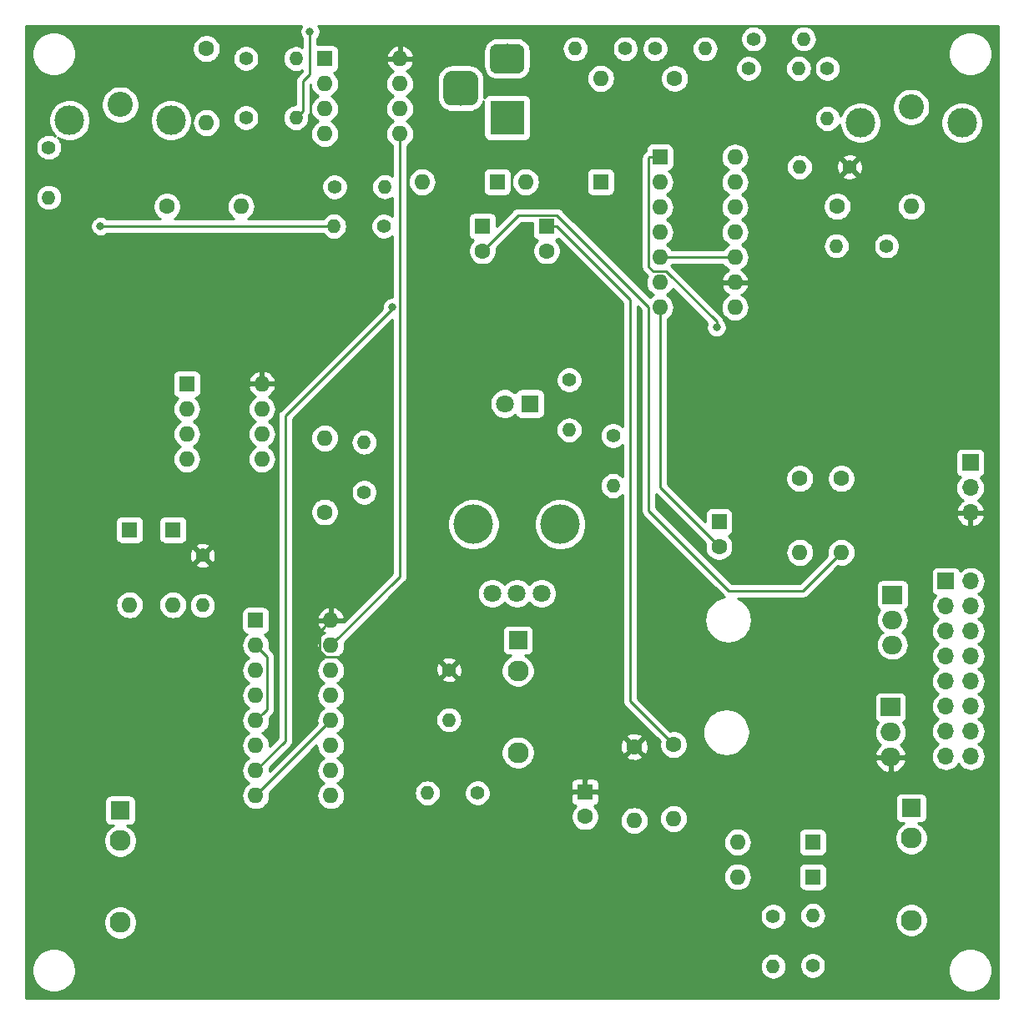
<source format=gbl>
G04 #@! TF.GenerationSoftware,KiCad,Pcbnew,(5.1.4-0-10_14)*
G04 #@! TF.CreationDate,2020-01-10T14:19:03+01:00*
G04 #@! TF.ProjectId,Sync-Ope-proto,53796e63-2d4f-4706-952d-70726f746f2e,0.1*
G04 #@! TF.SameCoordinates,Original*
G04 #@! TF.FileFunction,Copper,L2,Bot*
G04 #@! TF.FilePolarity,Positive*
%FSLAX46Y46*%
G04 Gerber Fmt 4.6, Leading zero omitted, Abs format (unit mm)*
G04 Created by KiCad (PCBNEW (5.1.4-0-10_14)) date 2020-01-10 14:19:03*
%MOMM*%
%LPD*%
G04 APERTURE LIST*
%ADD10C,1.400000*%
%ADD11O,1.400000X1.400000*%
%ADD12R,1.600000X1.600000*%
%ADD13O,1.600000X1.600000*%
%ADD14C,1.600000*%
%ADD15C,2.130000*%
%ADD16R,1.930000X1.830000*%
%ADD17C,3.000000*%
%ADD18C,2.550000*%
%ADD19R,1.800000X1.800000*%
%ADD20C,1.800000*%
%ADD21R,1.700000X1.700000*%
%ADD22O,1.700000X1.700000*%
%ADD23O,2.000000X1.905000*%
%ADD24R,2.000000X1.905000*%
%ADD25C,4.000000*%
%ADD26R,3.500000X3.500000*%
%ADD27C,0.100000*%
%ADD28C,3.500000*%
%ADD29C,0.800000*%
%ADD30C,0.250000*%
%ADD31C,0.254000*%
G04 APERTURE END LIST*
D10*
X146500000Y-128500000D03*
D11*
X141420000Y-128500000D03*
D10*
X174500000Y-52000000D03*
D11*
X179580000Y-52000000D03*
D12*
X159000000Y-66500000D03*
D13*
X151380000Y-66500000D03*
X159000000Y-56000000D03*
D14*
X166500000Y-56000000D03*
D10*
X161500000Y-53000000D03*
D11*
X156420000Y-53000000D03*
X169580000Y-53000000D03*
D10*
X164500000Y-53000000D03*
X176500000Y-141000000D03*
D11*
X176500000Y-146080000D03*
D15*
X190500000Y-133100000D03*
D16*
X190500000Y-130000000D03*
D15*
X190500000Y-141400000D03*
D17*
X185350000Y-60500000D03*
X195650000Y-60500000D03*
D18*
X190500000Y-58900000D03*
D10*
X184250000Y-65000000D03*
D11*
X179170000Y-65000000D03*
D15*
X110250000Y-133350000D03*
D16*
X110250000Y-130250000D03*
D15*
X110250000Y-141650000D03*
D12*
X157400000Y-128400000D03*
D14*
X157400000Y-130900000D03*
X171000000Y-103500000D03*
D12*
X171000000Y-101000000D03*
D19*
X151800000Y-89000000D03*
D20*
X149260000Y-89000000D03*
D13*
X111200000Y-109420000D03*
D12*
X111200000Y-101800000D03*
D18*
X110250000Y-58650000D03*
D17*
X115400000Y-60250000D03*
X105100000Y-60250000D03*
D21*
X194000000Y-107000000D03*
D22*
X196540000Y-107000000D03*
X194000000Y-109540000D03*
X196540000Y-109540000D03*
X194000000Y-112080000D03*
X196540000Y-112080000D03*
X194000000Y-114620000D03*
X196540000Y-114620000D03*
X194000000Y-117160000D03*
X196540000Y-117160000D03*
X194000000Y-119700000D03*
X196540000Y-119700000D03*
X194000000Y-122240000D03*
X196540000Y-122240000D03*
X194000000Y-124780000D03*
X196540000Y-124780000D03*
D15*
X150600000Y-124400000D03*
D16*
X150600000Y-113000000D03*
D15*
X150600000Y-116100000D03*
D12*
X131000000Y-54000000D03*
D13*
X138620000Y-61620000D03*
X131000000Y-56540000D03*
X138620000Y-59080000D03*
X131000000Y-59080000D03*
X138620000Y-56540000D03*
X131000000Y-61620000D03*
X138620000Y-54000000D03*
X124620000Y-87000000D03*
X117000000Y-94620000D03*
X124620000Y-89540000D03*
X117000000Y-92080000D03*
X124620000Y-92080000D03*
X117000000Y-89540000D03*
X124620000Y-94620000D03*
D12*
X117000000Y-87000000D03*
D23*
X188400000Y-124880000D03*
X188400000Y-122340000D03*
D24*
X188400000Y-119800000D03*
X188600000Y-108400000D03*
D23*
X188600000Y-110940000D03*
X188600000Y-113480000D03*
D12*
X165000000Y-64000000D03*
D13*
X172620000Y-79240000D03*
X165000000Y-66540000D03*
X172620000Y-76700000D03*
X165000000Y-69080000D03*
X172620000Y-74160000D03*
X165000000Y-71620000D03*
X172620000Y-71620000D03*
X165000000Y-74160000D03*
X172620000Y-69080000D03*
X165000000Y-76700000D03*
X172620000Y-66540000D03*
X165000000Y-79240000D03*
X172620000Y-64000000D03*
D12*
X124000000Y-111000000D03*
D13*
X131620000Y-128780000D03*
X124000000Y-113540000D03*
X131620000Y-126240000D03*
X124000000Y-116080000D03*
X131620000Y-123700000D03*
X124000000Y-118620000D03*
X131620000Y-121160000D03*
X124000000Y-121160000D03*
X131620000Y-118620000D03*
X124000000Y-123700000D03*
X131620000Y-116080000D03*
X124000000Y-126240000D03*
X131620000Y-113540000D03*
X124000000Y-128780000D03*
X131620000Y-111000000D03*
D14*
X119000000Y-53000000D03*
D13*
X119000000Y-60500000D03*
D14*
X115000000Y-69000000D03*
D13*
X122500000Y-69000000D03*
X131000000Y-92500000D03*
D14*
X131000000Y-100000000D03*
X183000000Y-69000000D03*
D13*
X190500000Y-69000000D03*
D14*
X166400000Y-123600000D03*
D13*
X166400000Y-131100000D03*
X162400000Y-131300000D03*
D14*
X162400000Y-123800000D03*
X183400000Y-96600000D03*
D13*
X183400000Y-104100000D03*
X179200000Y-104100000D03*
D14*
X179200000Y-96600000D03*
D20*
X148000000Y-108250000D03*
X150500000Y-108250000D03*
X153000000Y-108250000D03*
D25*
X146100000Y-101250000D03*
X154900000Y-101250000D03*
D10*
X103000000Y-63000000D03*
D11*
X103000000Y-68080000D03*
D10*
X123000000Y-60000000D03*
D11*
X128080000Y-60000000D03*
X128080000Y-54000000D03*
D10*
X123000000Y-54000000D03*
D11*
X155800000Y-91680000D03*
D10*
X155800000Y-86600000D03*
X132000000Y-67000000D03*
D11*
X137080000Y-67000000D03*
X131920000Y-71000000D03*
D10*
X137000000Y-71000000D03*
D11*
X135000000Y-92920000D03*
D10*
X135000000Y-98000000D03*
D11*
X160250000Y-97330000D03*
D10*
X160250000Y-92250000D03*
X180500000Y-146000000D03*
D11*
X180500000Y-140920000D03*
D10*
X118600000Y-104400000D03*
D11*
X118600000Y-109480000D03*
X179080000Y-55000000D03*
D10*
X174000000Y-55000000D03*
D11*
X143600000Y-121080000D03*
D10*
X143600000Y-116000000D03*
X182000000Y-55000000D03*
D11*
X182000000Y-60080000D03*
X182920000Y-73000000D03*
D10*
X188000000Y-73000000D03*
D12*
X115600000Y-101800000D03*
D13*
X115600000Y-109420000D03*
D12*
X153500000Y-71000000D03*
D14*
X153500000Y-73500000D03*
X147000000Y-73500000D03*
D12*
X147000000Y-71000000D03*
D13*
X140880000Y-66500000D03*
D12*
X148500000Y-66500000D03*
X180500000Y-133500000D03*
D13*
X172880000Y-133500000D03*
X172880000Y-137000000D03*
D12*
X180500000Y-137000000D03*
D21*
X196500000Y-95000000D03*
D22*
X196500000Y-97540000D03*
X196500000Y-100080000D03*
D26*
X149500000Y-60000000D03*
D27*
G36*
X150573513Y-52503611D02*
G01*
X150646318Y-52514411D01*
X150717714Y-52532295D01*
X150787013Y-52557090D01*
X150853548Y-52588559D01*
X150916678Y-52626398D01*
X150975795Y-52670242D01*
X151030330Y-52719670D01*
X151079758Y-52774205D01*
X151123602Y-52833322D01*
X151161441Y-52896452D01*
X151192910Y-52962987D01*
X151217705Y-53032286D01*
X151235589Y-53103682D01*
X151246389Y-53176487D01*
X151250000Y-53250000D01*
X151250000Y-54750000D01*
X151246389Y-54823513D01*
X151235589Y-54896318D01*
X151217705Y-54967714D01*
X151192910Y-55037013D01*
X151161441Y-55103548D01*
X151123602Y-55166678D01*
X151079758Y-55225795D01*
X151030330Y-55280330D01*
X150975795Y-55329758D01*
X150916678Y-55373602D01*
X150853548Y-55411441D01*
X150787013Y-55442910D01*
X150717714Y-55467705D01*
X150646318Y-55485589D01*
X150573513Y-55496389D01*
X150500000Y-55500000D01*
X148500000Y-55500000D01*
X148426487Y-55496389D01*
X148353682Y-55485589D01*
X148282286Y-55467705D01*
X148212987Y-55442910D01*
X148146452Y-55411441D01*
X148083322Y-55373602D01*
X148024205Y-55329758D01*
X147969670Y-55280330D01*
X147920242Y-55225795D01*
X147876398Y-55166678D01*
X147838559Y-55103548D01*
X147807090Y-55037013D01*
X147782295Y-54967714D01*
X147764411Y-54896318D01*
X147753611Y-54823513D01*
X147750000Y-54750000D01*
X147750000Y-53250000D01*
X147753611Y-53176487D01*
X147764411Y-53103682D01*
X147782295Y-53032286D01*
X147807090Y-52962987D01*
X147838559Y-52896452D01*
X147876398Y-52833322D01*
X147920242Y-52774205D01*
X147969670Y-52719670D01*
X148024205Y-52670242D01*
X148083322Y-52626398D01*
X148146452Y-52588559D01*
X148212987Y-52557090D01*
X148282286Y-52532295D01*
X148353682Y-52514411D01*
X148426487Y-52503611D01*
X148500000Y-52500000D01*
X150500000Y-52500000D01*
X150573513Y-52503611D01*
X150573513Y-52503611D01*
G37*
D17*
X149500000Y-54000000D03*
D27*
G36*
X145760765Y-55254213D02*
G01*
X145845704Y-55266813D01*
X145928999Y-55287677D01*
X146009848Y-55316605D01*
X146087472Y-55353319D01*
X146161124Y-55397464D01*
X146230094Y-55448616D01*
X146293718Y-55506282D01*
X146351384Y-55569906D01*
X146402536Y-55638876D01*
X146446681Y-55712528D01*
X146483395Y-55790152D01*
X146512323Y-55871001D01*
X146533187Y-55954296D01*
X146545787Y-56039235D01*
X146550000Y-56125000D01*
X146550000Y-57875000D01*
X146545787Y-57960765D01*
X146533187Y-58045704D01*
X146512323Y-58128999D01*
X146483395Y-58209848D01*
X146446681Y-58287472D01*
X146402536Y-58361124D01*
X146351384Y-58430094D01*
X146293718Y-58493718D01*
X146230094Y-58551384D01*
X146161124Y-58602536D01*
X146087472Y-58646681D01*
X146009848Y-58683395D01*
X145928999Y-58712323D01*
X145845704Y-58733187D01*
X145760765Y-58745787D01*
X145675000Y-58750000D01*
X143925000Y-58750000D01*
X143839235Y-58745787D01*
X143754296Y-58733187D01*
X143671001Y-58712323D01*
X143590152Y-58683395D01*
X143512528Y-58646681D01*
X143438876Y-58602536D01*
X143369906Y-58551384D01*
X143306282Y-58493718D01*
X143248616Y-58430094D01*
X143197464Y-58361124D01*
X143153319Y-58287472D01*
X143116605Y-58209848D01*
X143087677Y-58128999D01*
X143066813Y-58045704D01*
X143054213Y-57960765D01*
X143050000Y-57875000D01*
X143050000Y-56125000D01*
X143054213Y-56039235D01*
X143066813Y-55954296D01*
X143087677Y-55871001D01*
X143116605Y-55790152D01*
X143153319Y-55712528D01*
X143197464Y-55638876D01*
X143248616Y-55569906D01*
X143306282Y-55506282D01*
X143369906Y-55448616D01*
X143438876Y-55397464D01*
X143512528Y-55353319D01*
X143590152Y-55316605D01*
X143671001Y-55287677D01*
X143754296Y-55266813D01*
X143839235Y-55254213D01*
X143925000Y-55250000D01*
X145675000Y-55250000D01*
X145760765Y-55254213D01*
X145760765Y-55254213D01*
G37*
D28*
X144800000Y-57000000D03*
D29*
X129500000Y-51250000D03*
X137840000Y-79240000D03*
X108250000Y-71000000D03*
X170750000Y-81250000D03*
D30*
X138620000Y-106540000D02*
X131620000Y-113540000D01*
X138620000Y-61620000D02*
X138620000Y-106540000D01*
X128779999Y-56285001D02*
X129500000Y-55565000D01*
X128779999Y-59300001D02*
X128779999Y-56285001D01*
X128080000Y-60000000D02*
X128779999Y-59300001D01*
X129500000Y-55565000D02*
X129500000Y-51250000D01*
X131620000Y-121160000D02*
X124000000Y-128780000D01*
X124799999Y-120360001D02*
X124000000Y-121160000D01*
X125125001Y-120034999D02*
X124799999Y-120360001D01*
X125125001Y-114665001D02*
X125125001Y-120034999D01*
X124000000Y-113540000D02*
X125125001Y-114665001D01*
X165000000Y-74160000D02*
X172620000Y-74160000D01*
X154550000Y-71000000D02*
X162000000Y-78450000D01*
X153500000Y-71000000D02*
X154550000Y-71000000D01*
X162000000Y-119200000D02*
X166400000Y-123600000D01*
X162000000Y-78450000D02*
X162000000Y-119200000D01*
X130820001Y-111799999D02*
X131620000Y-111000000D01*
X130494999Y-112125001D02*
X130820001Y-111799999D01*
X130494999Y-114080001D02*
X130494999Y-112125001D01*
X131079999Y-114665001D02*
X130494999Y-114080001D01*
X142265001Y-114665001D02*
X131079999Y-114665001D01*
X143600000Y-116000000D02*
X142265001Y-114665001D01*
X163874999Y-79189997D02*
X163874999Y-99874999D01*
X154560001Y-69874999D02*
X163874999Y-79189997D01*
X150625001Y-69874999D02*
X154560001Y-69874999D01*
X147000000Y-73500000D02*
X150625001Y-69874999D01*
X163874999Y-99874999D02*
X172000000Y-108000000D01*
X179500000Y-108000000D02*
X183400000Y-104100000D01*
X172000000Y-108000000D02*
X179500000Y-108000000D01*
X127000000Y-123240000D02*
X127000000Y-90250000D01*
X124000000Y-126240000D02*
X127000000Y-123240000D01*
X137840000Y-79410000D02*
X137840000Y-79240000D01*
X127000000Y-90250000D02*
X137840000Y-79410000D01*
X165000000Y-97500000D02*
X165000000Y-79240000D01*
X171000000Y-103500000D02*
X165000000Y-97500000D01*
X131920000Y-71000000D02*
X108250000Y-71000000D01*
X165640684Y-75574999D02*
X164324999Y-75574999D01*
X170750000Y-80684315D02*
X165640684Y-75574999D01*
X170750000Y-81250000D02*
X170750000Y-80684315D01*
X163874999Y-64075001D02*
X163950000Y-64000000D01*
X163950000Y-64000000D02*
X165000000Y-64000000D01*
X163874999Y-75124999D02*
X163874999Y-64075001D01*
X164324999Y-75574999D02*
X163874999Y-75124999D01*
D31*
G36*
X128582795Y-50759744D02*
G01*
X128504774Y-50948102D01*
X128465000Y-51148061D01*
X128465000Y-51351939D01*
X128504774Y-51551898D01*
X128582795Y-51740256D01*
X128696063Y-51909774D01*
X128740001Y-51953712D01*
X128740001Y-52839038D01*
X128593354Y-52760653D01*
X128341706Y-52684317D01*
X128145579Y-52665000D01*
X128014421Y-52665000D01*
X127818294Y-52684317D01*
X127566646Y-52760653D01*
X127334725Y-52884618D01*
X127131445Y-53051445D01*
X126964618Y-53254725D01*
X126840653Y-53486646D01*
X126764317Y-53738294D01*
X126738541Y-54000000D01*
X126764317Y-54261706D01*
X126840653Y-54513354D01*
X126964618Y-54745275D01*
X127131445Y-54948555D01*
X127334725Y-55115382D01*
X127566646Y-55239347D01*
X127818294Y-55315683D01*
X128014421Y-55335000D01*
X128145579Y-55335000D01*
X128341706Y-55315683D01*
X128593354Y-55239347D01*
X128740000Y-55160963D01*
X128740000Y-55250198D01*
X128268997Y-55721202D01*
X128239999Y-55745000D01*
X128216201Y-55773998D01*
X128216200Y-55773999D01*
X128145025Y-55860725D01*
X128074453Y-55992755D01*
X128049201Y-56076003D01*
X128034339Y-56125000D01*
X128030997Y-56136016D01*
X128016323Y-56285001D01*
X128020000Y-56322333D01*
X128019999Y-58665000D01*
X128014421Y-58665000D01*
X127818294Y-58684317D01*
X127566646Y-58760653D01*
X127334725Y-58884618D01*
X127131445Y-59051445D01*
X126964618Y-59254725D01*
X126840653Y-59486646D01*
X126764317Y-59738294D01*
X126738541Y-60000000D01*
X126764317Y-60261706D01*
X126840653Y-60513354D01*
X126964618Y-60745275D01*
X127131445Y-60948555D01*
X127334725Y-61115382D01*
X127566646Y-61239347D01*
X127818294Y-61315683D01*
X128014421Y-61335000D01*
X128145579Y-61335000D01*
X128341706Y-61315683D01*
X128593354Y-61239347D01*
X128825275Y-61115382D01*
X129028555Y-60948555D01*
X129195382Y-60745275D01*
X129319347Y-60513354D01*
X129395683Y-60261706D01*
X129421459Y-60000000D01*
X129396517Y-59746765D01*
X129403470Y-59738294D01*
X129414973Y-59724278D01*
X129485545Y-59592248D01*
X129493311Y-59566646D01*
X129529002Y-59448987D01*
X129539999Y-59337334D01*
X129539999Y-59337325D01*
X129543675Y-59300002D01*
X129539999Y-59262679D01*
X129539999Y-56599802D01*
X129561800Y-56578001D01*
X129585764Y-56821309D01*
X129667818Y-57091808D01*
X129801068Y-57341101D01*
X129980392Y-57559608D01*
X130198899Y-57738932D01*
X130331858Y-57810000D01*
X130198899Y-57881068D01*
X129980392Y-58060392D01*
X129801068Y-58278899D01*
X129667818Y-58528192D01*
X129585764Y-58798691D01*
X129558057Y-59080000D01*
X129585764Y-59361309D01*
X129667818Y-59631808D01*
X129801068Y-59881101D01*
X129980392Y-60099608D01*
X130198899Y-60278932D01*
X130331858Y-60350000D01*
X130198899Y-60421068D01*
X129980392Y-60600392D01*
X129801068Y-60818899D01*
X129667818Y-61068192D01*
X129585764Y-61338691D01*
X129558057Y-61620000D01*
X129585764Y-61901309D01*
X129667818Y-62171808D01*
X129801068Y-62421101D01*
X129980392Y-62639608D01*
X130198899Y-62818932D01*
X130448192Y-62952182D01*
X130718691Y-63034236D01*
X130929508Y-63055000D01*
X131070492Y-63055000D01*
X131281309Y-63034236D01*
X131551808Y-62952182D01*
X131801101Y-62818932D01*
X132019608Y-62639608D01*
X132198932Y-62421101D01*
X132332182Y-62171808D01*
X132414236Y-61901309D01*
X132441943Y-61620000D01*
X132414236Y-61338691D01*
X132332182Y-61068192D01*
X132198932Y-60818899D01*
X132019608Y-60600392D01*
X131801101Y-60421068D01*
X131668142Y-60350000D01*
X131801101Y-60278932D01*
X132019608Y-60099608D01*
X132198932Y-59881101D01*
X132332182Y-59631808D01*
X132414236Y-59361309D01*
X132441943Y-59080000D01*
X132414236Y-58798691D01*
X132332182Y-58528192D01*
X132198932Y-58278899D01*
X132019608Y-58060392D01*
X131801101Y-57881068D01*
X131668142Y-57810000D01*
X131801101Y-57738932D01*
X132019608Y-57559608D01*
X132198932Y-57341101D01*
X132332182Y-57091808D01*
X132414236Y-56821309D01*
X132441943Y-56540000D01*
X132414236Y-56258691D01*
X132332182Y-55988192D01*
X132198932Y-55738899D01*
X132019608Y-55520392D01*
X131906518Y-55427581D01*
X131924482Y-55425812D01*
X132044180Y-55389502D01*
X132154494Y-55330537D01*
X132251185Y-55251185D01*
X132330537Y-55154494D01*
X132389502Y-55044180D01*
X132425812Y-54924482D01*
X132438072Y-54800000D01*
X132438072Y-53650961D01*
X137228096Y-53650961D01*
X137350085Y-53873000D01*
X138493000Y-53873000D01*
X138493000Y-52729376D01*
X138747000Y-52729376D01*
X138747000Y-53873000D01*
X139889915Y-53873000D01*
X140011904Y-53650961D01*
X139971246Y-53516913D01*
X139851037Y-53262580D01*
X139841713Y-53250000D01*
X147111928Y-53250000D01*
X147111928Y-54750000D01*
X147138599Y-55020799D01*
X147217589Y-55281192D01*
X147345860Y-55521171D01*
X147518485Y-55731515D01*
X147728829Y-55904140D01*
X147968808Y-56032411D01*
X148229201Y-56111401D01*
X148500000Y-56138072D01*
X150500000Y-56138072D01*
X150770799Y-56111401D01*
X151031192Y-56032411D01*
X151091828Y-56000000D01*
X157558057Y-56000000D01*
X157585764Y-56281309D01*
X157667818Y-56551808D01*
X157801068Y-56801101D01*
X157980392Y-57019608D01*
X158198899Y-57198932D01*
X158448192Y-57332182D01*
X158718691Y-57414236D01*
X158929508Y-57435000D01*
X159070492Y-57435000D01*
X159281309Y-57414236D01*
X159551808Y-57332182D01*
X159801101Y-57198932D01*
X160019608Y-57019608D01*
X160198932Y-56801101D01*
X160332182Y-56551808D01*
X160414236Y-56281309D01*
X160441943Y-56000000D01*
X160428023Y-55858665D01*
X165065000Y-55858665D01*
X165065000Y-56141335D01*
X165120147Y-56418574D01*
X165228320Y-56679727D01*
X165385363Y-56914759D01*
X165585241Y-57114637D01*
X165820273Y-57271680D01*
X166081426Y-57379853D01*
X166358665Y-57435000D01*
X166641335Y-57435000D01*
X166918574Y-57379853D01*
X167179727Y-57271680D01*
X167414759Y-57114637D01*
X167614637Y-56914759D01*
X167771680Y-56679727D01*
X167879853Y-56418574D01*
X167935000Y-56141335D01*
X167935000Y-55858665D01*
X167879853Y-55581426D01*
X167771680Y-55320273D01*
X167614637Y-55085241D01*
X167414759Y-54885363D01*
X167389543Y-54868514D01*
X172665000Y-54868514D01*
X172665000Y-55131486D01*
X172716304Y-55389405D01*
X172816939Y-55632359D01*
X172963038Y-55851013D01*
X173148987Y-56036962D01*
X173367641Y-56183061D01*
X173610595Y-56283696D01*
X173868514Y-56335000D01*
X174131486Y-56335000D01*
X174389405Y-56283696D01*
X174632359Y-56183061D01*
X174851013Y-56036962D01*
X175036962Y-55851013D01*
X175183061Y-55632359D01*
X175283696Y-55389405D01*
X175335000Y-55131486D01*
X175335000Y-55000000D01*
X177738541Y-55000000D01*
X177764317Y-55261706D01*
X177840653Y-55513354D01*
X177964618Y-55745275D01*
X178131445Y-55948555D01*
X178334725Y-56115382D01*
X178566646Y-56239347D01*
X178818294Y-56315683D01*
X179014421Y-56335000D01*
X179145579Y-56335000D01*
X179341706Y-56315683D01*
X179593354Y-56239347D01*
X179825275Y-56115382D01*
X180028555Y-55948555D01*
X180195382Y-55745275D01*
X180319347Y-55513354D01*
X180395683Y-55261706D01*
X180421459Y-55000000D01*
X180408509Y-54868514D01*
X180665000Y-54868514D01*
X180665000Y-55131486D01*
X180716304Y-55389405D01*
X180816939Y-55632359D01*
X180963038Y-55851013D01*
X181148987Y-56036962D01*
X181367641Y-56183061D01*
X181610595Y-56283696D01*
X181868514Y-56335000D01*
X182131486Y-56335000D01*
X182389405Y-56283696D01*
X182632359Y-56183061D01*
X182851013Y-56036962D01*
X183036962Y-55851013D01*
X183183061Y-55632359D01*
X183283696Y-55389405D01*
X183335000Y-55131486D01*
X183335000Y-54868514D01*
X183283696Y-54610595D01*
X183183061Y-54367641D01*
X183036962Y-54148987D01*
X182851013Y-53963038D01*
X182632359Y-53816939D01*
X182389405Y-53716304D01*
X182131486Y-53665000D01*
X181868514Y-53665000D01*
X181610595Y-53716304D01*
X181367641Y-53816939D01*
X181148987Y-53963038D01*
X180963038Y-54148987D01*
X180816939Y-54367641D01*
X180716304Y-54610595D01*
X180665000Y-54868514D01*
X180408509Y-54868514D01*
X180395683Y-54738294D01*
X180319347Y-54486646D01*
X180195382Y-54254725D01*
X180028555Y-54051445D01*
X179825275Y-53884618D01*
X179593354Y-53760653D01*
X179341706Y-53684317D01*
X179145579Y-53665000D01*
X179014421Y-53665000D01*
X178818294Y-53684317D01*
X178566646Y-53760653D01*
X178334725Y-53884618D01*
X178131445Y-54051445D01*
X177964618Y-54254725D01*
X177840653Y-54486646D01*
X177764317Y-54738294D01*
X177738541Y-55000000D01*
X175335000Y-55000000D01*
X175335000Y-54868514D01*
X175283696Y-54610595D01*
X175183061Y-54367641D01*
X175036962Y-54148987D01*
X174851013Y-53963038D01*
X174632359Y-53816939D01*
X174389405Y-53716304D01*
X174131486Y-53665000D01*
X173868514Y-53665000D01*
X173610595Y-53716304D01*
X173367641Y-53816939D01*
X173148987Y-53963038D01*
X172963038Y-54148987D01*
X172816939Y-54367641D01*
X172716304Y-54610595D01*
X172665000Y-54868514D01*
X167389543Y-54868514D01*
X167179727Y-54728320D01*
X166918574Y-54620147D01*
X166641335Y-54565000D01*
X166358665Y-54565000D01*
X166081426Y-54620147D01*
X165820273Y-54728320D01*
X165585241Y-54885363D01*
X165385363Y-55085241D01*
X165228320Y-55320273D01*
X165120147Y-55581426D01*
X165065000Y-55858665D01*
X160428023Y-55858665D01*
X160414236Y-55718691D01*
X160332182Y-55448192D01*
X160198932Y-55198899D01*
X160019608Y-54980392D01*
X159801101Y-54801068D01*
X159551808Y-54667818D01*
X159281309Y-54585764D01*
X159070492Y-54565000D01*
X158929508Y-54565000D01*
X158718691Y-54585764D01*
X158448192Y-54667818D01*
X158198899Y-54801068D01*
X157980392Y-54980392D01*
X157801068Y-55198899D01*
X157667818Y-55448192D01*
X157585764Y-55718691D01*
X157558057Y-56000000D01*
X151091828Y-56000000D01*
X151271171Y-55904140D01*
X151481515Y-55731515D01*
X151654140Y-55521171D01*
X151782411Y-55281192D01*
X151861401Y-55020799D01*
X151888072Y-54750000D01*
X151888072Y-53250000D01*
X151863450Y-53000000D01*
X155078541Y-53000000D01*
X155104317Y-53261706D01*
X155180653Y-53513354D01*
X155304618Y-53745275D01*
X155471445Y-53948555D01*
X155674725Y-54115382D01*
X155906646Y-54239347D01*
X156158294Y-54315683D01*
X156354421Y-54335000D01*
X156485579Y-54335000D01*
X156681706Y-54315683D01*
X156933354Y-54239347D01*
X157165275Y-54115382D01*
X157368555Y-53948555D01*
X157535382Y-53745275D01*
X157659347Y-53513354D01*
X157735683Y-53261706D01*
X157761459Y-53000000D01*
X157748509Y-52868514D01*
X160165000Y-52868514D01*
X160165000Y-53131486D01*
X160216304Y-53389405D01*
X160316939Y-53632359D01*
X160463038Y-53851013D01*
X160648987Y-54036962D01*
X160867641Y-54183061D01*
X161110595Y-54283696D01*
X161368514Y-54335000D01*
X161631486Y-54335000D01*
X161889405Y-54283696D01*
X162132359Y-54183061D01*
X162351013Y-54036962D01*
X162536962Y-53851013D01*
X162683061Y-53632359D01*
X162783696Y-53389405D01*
X162835000Y-53131486D01*
X162835000Y-52868514D01*
X163165000Y-52868514D01*
X163165000Y-53131486D01*
X163216304Y-53389405D01*
X163316939Y-53632359D01*
X163463038Y-53851013D01*
X163648987Y-54036962D01*
X163867641Y-54183061D01*
X164110595Y-54283696D01*
X164368514Y-54335000D01*
X164631486Y-54335000D01*
X164889405Y-54283696D01*
X165132359Y-54183061D01*
X165351013Y-54036962D01*
X165536962Y-53851013D01*
X165683061Y-53632359D01*
X165783696Y-53389405D01*
X165835000Y-53131486D01*
X165835000Y-53000000D01*
X168238541Y-53000000D01*
X168264317Y-53261706D01*
X168340653Y-53513354D01*
X168464618Y-53745275D01*
X168631445Y-53948555D01*
X168834725Y-54115382D01*
X169066646Y-54239347D01*
X169318294Y-54315683D01*
X169514421Y-54335000D01*
X169645579Y-54335000D01*
X169841706Y-54315683D01*
X170093354Y-54239347D01*
X170325275Y-54115382D01*
X170528555Y-53948555D01*
X170695382Y-53745275D01*
X170819347Y-53513354D01*
X170895683Y-53261706D01*
X170921459Y-53000000D01*
X170895683Y-52738294D01*
X170819347Y-52486646D01*
X170695382Y-52254725D01*
X170528555Y-52051445D01*
X170325275Y-51884618D01*
X170295147Y-51868514D01*
X173165000Y-51868514D01*
X173165000Y-52131486D01*
X173216304Y-52389405D01*
X173316939Y-52632359D01*
X173463038Y-52851013D01*
X173648987Y-53036962D01*
X173867641Y-53183061D01*
X174110595Y-53283696D01*
X174368514Y-53335000D01*
X174631486Y-53335000D01*
X174889405Y-53283696D01*
X175132359Y-53183061D01*
X175351013Y-53036962D01*
X175536962Y-52851013D01*
X175683061Y-52632359D01*
X175783696Y-52389405D01*
X175835000Y-52131486D01*
X175835000Y-52000000D01*
X178238541Y-52000000D01*
X178264317Y-52261706D01*
X178340653Y-52513354D01*
X178464618Y-52745275D01*
X178631445Y-52948555D01*
X178834725Y-53115382D01*
X179066646Y-53239347D01*
X179318294Y-53315683D01*
X179514421Y-53335000D01*
X179645579Y-53335000D01*
X179841706Y-53315683D01*
X179959759Y-53279872D01*
X194265000Y-53279872D01*
X194265000Y-53720128D01*
X194350890Y-54151925D01*
X194519369Y-54558669D01*
X194763962Y-54924729D01*
X195075271Y-55236038D01*
X195441331Y-55480631D01*
X195848075Y-55649110D01*
X196279872Y-55735000D01*
X196720128Y-55735000D01*
X197151925Y-55649110D01*
X197558669Y-55480631D01*
X197924729Y-55236038D01*
X198236038Y-54924729D01*
X198480631Y-54558669D01*
X198649110Y-54151925D01*
X198735000Y-53720128D01*
X198735000Y-53279872D01*
X198649110Y-52848075D01*
X198480631Y-52441331D01*
X198236038Y-52075271D01*
X197924729Y-51763962D01*
X197558669Y-51519369D01*
X197151925Y-51350890D01*
X196720128Y-51265000D01*
X196279872Y-51265000D01*
X195848075Y-51350890D01*
X195441331Y-51519369D01*
X195075271Y-51763962D01*
X194763962Y-52075271D01*
X194519369Y-52441331D01*
X194350890Y-52848075D01*
X194265000Y-53279872D01*
X179959759Y-53279872D01*
X180093354Y-53239347D01*
X180325275Y-53115382D01*
X180528555Y-52948555D01*
X180695382Y-52745275D01*
X180819347Y-52513354D01*
X180895683Y-52261706D01*
X180921459Y-52000000D01*
X180895683Y-51738294D01*
X180819347Y-51486646D01*
X180695382Y-51254725D01*
X180528555Y-51051445D01*
X180325275Y-50884618D01*
X180093354Y-50760653D01*
X179841706Y-50684317D01*
X179645579Y-50665000D01*
X179514421Y-50665000D01*
X179318294Y-50684317D01*
X179066646Y-50760653D01*
X178834725Y-50884618D01*
X178631445Y-51051445D01*
X178464618Y-51254725D01*
X178340653Y-51486646D01*
X178264317Y-51738294D01*
X178238541Y-52000000D01*
X175835000Y-52000000D01*
X175835000Y-51868514D01*
X175783696Y-51610595D01*
X175683061Y-51367641D01*
X175536962Y-51148987D01*
X175351013Y-50963038D01*
X175132359Y-50816939D01*
X174889405Y-50716304D01*
X174631486Y-50665000D01*
X174368514Y-50665000D01*
X174110595Y-50716304D01*
X173867641Y-50816939D01*
X173648987Y-50963038D01*
X173463038Y-51148987D01*
X173316939Y-51367641D01*
X173216304Y-51610595D01*
X173165000Y-51868514D01*
X170295147Y-51868514D01*
X170093354Y-51760653D01*
X169841706Y-51684317D01*
X169645579Y-51665000D01*
X169514421Y-51665000D01*
X169318294Y-51684317D01*
X169066646Y-51760653D01*
X168834725Y-51884618D01*
X168631445Y-52051445D01*
X168464618Y-52254725D01*
X168340653Y-52486646D01*
X168264317Y-52738294D01*
X168238541Y-53000000D01*
X165835000Y-53000000D01*
X165835000Y-52868514D01*
X165783696Y-52610595D01*
X165683061Y-52367641D01*
X165536962Y-52148987D01*
X165351013Y-51963038D01*
X165132359Y-51816939D01*
X164889405Y-51716304D01*
X164631486Y-51665000D01*
X164368514Y-51665000D01*
X164110595Y-51716304D01*
X163867641Y-51816939D01*
X163648987Y-51963038D01*
X163463038Y-52148987D01*
X163316939Y-52367641D01*
X163216304Y-52610595D01*
X163165000Y-52868514D01*
X162835000Y-52868514D01*
X162783696Y-52610595D01*
X162683061Y-52367641D01*
X162536962Y-52148987D01*
X162351013Y-51963038D01*
X162132359Y-51816939D01*
X161889405Y-51716304D01*
X161631486Y-51665000D01*
X161368514Y-51665000D01*
X161110595Y-51716304D01*
X160867641Y-51816939D01*
X160648987Y-51963038D01*
X160463038Y-52148987D01*
X160316939Y-52367641D01*
X160216304Y-52610595D01*
X160165000Y-52868514D01*
X157748509Y-52868514D01*
X157735683Y-52738294D01*
X157659347Y-52486646D01*
X157535382Y-52254725D01*
X157368555Y-52051445D01*
X157165275Y-51884618D01*
X156933354Y-51760653D01*
X156681706Y-51684317D01*
X156485579Y-51665000D01*
X156354421Y-51665000D01*
X156158294Y-51684317D01*
X155906646Y-51760653D01*
X155674725Y-51884618D01*
X155471445Y-52051445D01*
X155304618Y-52254725D01*
X155180653Y-52486646D01*
X155104317Y-52738294D01*
X155078541Y-53000000D01*
X151863450Y-53000000D01*
X151861401Y-52979201D01*
X151782411Y-52718808D01*
X151654140Y-52478829D01*
X151481515Y-52268485D01*
X151271171Y-52095860D01*
X151031192Y-51967589D01*
X150770799Y-51888599D01*
X150500000Y-51861928D01*
X148500000Y-51861928D01*
X148229201Y-51888599D01*
X147968808Y-51967589D01*
X147728829Y-52095860D01*
X147518485Y-52268485D01*
X147345860Y-52478829D01*
X147217589Y-52718808D01*
X147138599Y-52979201D01*
X147111928Y-53250000D01*
X139841713Y-53250000D01*
X139683519Y-53036586D01*
X139475131Y-52847615D01*
X139233881Y-52702930D01*
X138969040Y-52608091D01*
X138747000Y-52729376D01*
X138493000Y-52729376D01*
X138270960Y-52608091D01*
X138006119Y-52702930D01*
X137764869Y-52847615D01*
X137556481Y-53036586D01*
X137388963Y-53262580D01*
X137268754Y-53516913D01*
X137228096Y-53650961D01*
X132438072Y-53650961D01*
X132438072Y-53200000D01*
X132425812Y-53075518D01*
X132389502Y-52955820D01*
X132330537Y-52845506D01*
X132251185Y-52748815D01*
X132154494Y-52669463D01*
X132044180Y-52610498D01*
X131924482Y-52574188D01*
X131800000Y-52561928D01*
X130260000Y-52561928D01*
X130260000Y-51953711D01*
X130303937Y-51909774D01*
X130417205Y-51740256D01*
X130495226Y-51551898D01*
X130535000Y-51351939D01*
X130535000Y-51148061D01*
X130495226Y-50948102D01*
X130417205Y-50759744D01*
X130350558Y-50660000D01*
X199340000Y-50660000D01*
X199340001Y-149340000D01*
X100660000Y-149340000D01*
X100660000Y-146279872D01*
X101265000Y-146279872D01*
X101265000Y-146720128D01*
X101350890Y-147151925D01*
X101519369Y-147558669D01*
X101763962Y-147924729D01*
X102075271Y-148236038D01*
X102441331Y-148480631D01*
X102848075Y-148649110D01*
X103279872Y-148735000D01*
X103720128Y-148735000D01*
X104151925Y-148649110D01*
X104558669Y-148480631D01*
X104924729Y-148236038D01*
X105236038Y-147924729D01*
X105480631Y-147558669D01*
X105649110Y-147151925D01*
X105735000Y-146720128D01*
X105735000Y-146279872D01*
X105695243Y-146080000D01*
X175158541Y-146080000D01*
X175184317Y-146341706D01*
X175260653Y-146593354D01*
X175384618Y-146825275D01*
X175551445Y-147028555D01*
X175754725Y-147195382D01*
X175986646Y-147319347D01*
X176238294Y-147395683D01*
X176434421Y-147415000D01*
X176565579Y-147415000D01*
X176761706Y-147395683D01*
X177013354Y-147319347D01*
X177245275Y-147195382D01*
X177448555Y-147028555D01*
X177615382Y-146825275D01*
X177739347Y-146593354D01*
X177815683Y-146341706D01*
X177841459Y-146080000D01*
X177820630Y-145868514D01*
X179165000Y-145868514D01*
X179165000Y-146131486D01*
X179216304Y-146389405D01*
X179316939Y-146632359D01*
X179463038Y-146851013D01*
X179648987Y-147036962D01*
X179867641Y-147183061D01*
X180110595Y-147283696D01*
X180368514Y-147335000D01*
X180631486Y-147335000D01*
X180889405Y-147283696D01*
X181132359Y-147183061D01*
X181351013Y-147036962D01*
X181536962Y-146851013D01*
X181683061Y-146632359D01*
X181783696Y-146389405D01*
X181805483Y-146279872D01*
X194265000Y-146279872D01*
X194265000Y-146720128D01*
X194350890Y-147151925D01*
X194519369Y-147558669D01*
X194763962Y-147924729D01*
X195075271Y-148236038D01*
X195441331Y-148480631D01*
X195848075Y-148649110D01*
X196279872Y-148735000D01*
X196720128Y-148735000D01*
X197151925Y-148649110D01*
X197558669Y-148480631D01*
X197924729Y-148236038D01*
X198236038Y-147924729D01*
X198480631Y-147558669D01*
X198649110Y-147151925D01*
X198735000Y-146720128D01*
X198735000Y-146279872D01*
X198649110Y-145848075D01*
X198480631Y-145441331D01*
X198236038Y-145075271D01*
X197924729Y-144763962D01*
X197558669Y-144519369D01*
X197151925Y-144350890D01*
X196720128Y-144265000D01*
X196279872Y-144265000D01*
X195848075Y-144350890D01*
X195441331Y-144519369D01*
X195075271Y-144763962D01*
X194763962Y-145075271D01*
X194519369Y-145441331D01*
X194350890Y-145848075D01*
X194265000Y-146279872D01*
X181805483Y-146279872D01*
X181835000Y-146131486D01*
X181835000Y-145868514D01*
X181783696Y-145610595D01*
X181683061Y-145367641D01*
X181536962Y-145148987D01*
X181351013Y-144963038D01*
X181132359Y-144816939D01*
X180889405Y-144716304D01*
X180631486Y-144665000D01*
X180368514Y-144665000D01*
X180110595Y-144716304D01*
X179867641Y-144816939D01*
X179648987Y-144963038D01*
X179463038Y-145148987D01*
X179316939Y-145367641D01*
X179216304Y-145610595D01*
X179165000Y-145868514D01*
X177820630Y-145868514D01*
X177815683Y-145818294D01*
X177739347Y-145566646D01*
X177615382Y-145334725D01*
X177448555Y-145131445D01*
X177245275Y-144964618D01*
X177013354Y-144840653D01*
X176761706Y-144764317D01*
X176565579Y-144745000D01*
X176434421Y-144745000D01*
X176238294Y-144764317D01*
X175986646Y-144840653D01*
X175754725Y-144964618D01*
X175551445Y-145131445D01*
X175384618Y-145334725D01*
X175260653Y-145566646D01*
X175184317Y-145818294D01*
X175158541Y-146080000D01*
X105695243Y-146080000D01*
X105649110Y-145848075D01*
X105480631Y-145441331D01*
X105236038Y-145075271D01*
X104924729Y-144763962D01*
X104558669Y-144519369D01*
X104151925Y-144350890D01*
X103720128Y-144265000D01*
X103279872Y-144265000D01*
X102848075Y-144350890D01*
X102441331Y-144519369D01*
X102075271Y-144763962D01*
X101763962Y-145075271D01*
X101519369Y-145441331D01*
X101350890Y-145848075D01*
X101265000Y-146279872D01*
X100660000Y-146279872D01*
X100660000Y-141482565D01*
X108550000Y-141482565D01*
X108550000Y-141817435D01*
X108615330Y-142145872D01*
X108743479Y-142455252D01*
X108929523Y-142733687D01*
X109166313Y-142970477D01*
X109444748Y-143156521D01*
X109754128Y-143284670D01*
X110082565Y-143350000D01*
X110417435Y-143350000D01*
X110745872Y-143284670D01*
X111055252Y-143156521D01*
X111333687Y-142970477D01*
X111570477Y-142733687D01*
X111756521Y-142455252D01*
X111884670Y-142145872D01*
X111950000Y-141817435D01*
X111950000Y-141482565D01*
X111884670Y-141154128D01*
X111766366Y-140868514D01*
X175165000Y-140868514D01*
X175165000Y-141131486D01*
X175216304Y-141389405D01*
X175316939Y-141632359D01*
X175463038Y-141851013D01*
X175648987Y-142036962D01*
X175867641Y-142183061D01*
X176110595Y-142283696D01*
X176368514Y-142335000D01*
X176631486Y-142335000D01*
X176889405Y-142283696D01*
X177132359Y-142183061D01*
X177351013Y-142036962D01*
X177536962Y-141851013D01*
X177683061Y-141632359D01*
X177783696Y-141389405D01*
X177835000Y-141131486D01*
X177835000Y-140920000D01*
X179158541Y-140920000D01*
X179184317Y-141181706D01*
X179260653Y-141433354D01*
X179384618Y-141665275D01*
X179551445Y-141868555D01*
X179754725Y-142035382D01*
X179986646Y-142159347D01*
X180238294Y-142235683D01*
X180434421Y-142255000D01*
X180565579Y-142255000D01*
X180761706Y-142235683D01*
X181013354Y-142159347D01*
X181245275Y-142035382D01*
X181448555Y-141868555D01*
X181615382Y-141665275D01*
X181739347Y-141433354D01*
X181800255Y-141232565D01*
X188800000Y-141232565D01*
X188800000Y-141567435D01*
X188865330Y-141895872D01*
X188993479Y-142205252D01*
X189179523Y-142483687D01*
X189416313Y-142720477D01*
X189694748Y-142906521D01*
X190004128Y-143034670D01*
X190332565Y-143100000D01*
X190667435Y-143100000D01*
X190995872Y-143034670D01*
X191305252Y-142906521D01*
X191583687Y-142720477D01*
X191820477Y-142483687D01*
X192006521Y-142205252D01*
X192134670Y-141895872D01*
X192200000Y-141567435D01*
X192200000Y-141232565D01*
X192134670Y-140904128D01*
X192006521Y-140594748D01*
X191820477Y-140316313D01*
X191583687Y-140079523D01*
X191305252Y-139893479D01*
X190995872Y-139765330D01*
X190667435Y-139700000D01*
X190332565Y-139700000D01*
X190004128Y-139765330D01*
X189694748Y-139893479D01*
X189416313Y-140079523D01*
X189179523Y-140316313D01*
X188993479Y-140594748D01*
X188865330Y-140904128D01*
X188800000Y-141232565D01*
X181800255Y-141232565D01*
X181815683Y-141181706D01*
X181841459Y-140920000D01*
X181815683Y-140658294D01*
X181739347Y-140406646D01*
X181615382Y-140174725D01*
X181448555Y-139971445D01*
X181245275Y-139804618D01*
X181013354Y-139680653D01*
X180761706Y-139604317D01*
X180565579Y-139585000D01*
X180434421Y-139585000D01*
X180238294Y-139604317D01*
X179986646Y-139680653D01*
X179754725Y-139804618D01*
X179551445Y-139971445D01*
X179384618Y-140174725D01*
X179260653Y-140406646D01*
X179184317Y-140658294D01*
X179158541Y-140920000D01*
X177835000Y-140920000D01*
X177835000Y-140868514D01*
X177783696Y-140610595D01*
X177683061Y-140367641D01*
X177536962Y-140148987D01*
X177351013Y-139963038D01*
X177132359Y-139816939D01*
X176889405Y-139716304D01*
X176631486Y-139665000D01*
X176368514Y-139665000D01*
X176110595Y-139716304D01*
X175867641Y-139816939D01*
X175648987Y-139963038D01*
X175463038Y-140148987D01*
X175316939Y-140367641D01*
X175216304Y-140610595D01*
X175165000Y-140868514D01*
X111766366Y-140868514D01*
X111756521Y-140844748D01*
X111570477Y-140566313D01*
X111333687Y-140329523D01*
X111055252Y-140143479D01*
X110745872Y-140015330D01*
X110417435Y-139950000D01*
X110082565Y-139950000D01*
X109754128Y-140015330D01*
X109444748Y-140143479D01*
X109166313Y-140329523D01*
X108929523Y-140566313D01*
X108743479Y-140844748D01*
X108615330Y-141154128D01*
X108550000Y-141482565D01*
X100660000Y-141482565D01*
X100660000Y-137000000D01*
X171438057Y-137000000D01*
X171465764Y-137281309D01*
X171547818Y-137551808D01*
X171681068Y-137801101D01*
X171860392Y-138019608D01*
X172078899Y-138198932D01*
X172328192Y-138332182D01*
X172598691Y-138414236D01*
X172809508Y-138435000D01*
X172950492Y-138435000D01*
X173161309Y-138414236D01*
X173431808Y-138332182D01*
X173681101Y-138198932D01*
X173899608Y-138019608D01*
X174078932Y-137801101D01*
X174212182Y-137551808D01*
X174294236Y-137281309D01*
X174321943Y-137000000D01*
X174294236Y-136718691D01*
X174212182Y-136448192D01*
X174079521Y-136200000D01*
X179061928Y-136200000D01*
X179061928Y-137800000D01*
X179074188Y-137924482D01*
X179110498Y-138044180D01*
X179169463Y-138154494D01*
X179248815Y-138251185D01*
X179345506Y-138330537D01*
X179455820Y-138389502D01*
X179575518Y-138425812D01*
X179700000Y-138438072D01*
X181300000Y-138438072D01*
X181424482Y-138425812D01*
X181544180Y-138389502D01*
X181654494Y-138330537D01*
X181751185Y-138251185D01*
X181830537Y-138154494D01*
X181889502Y-138044180D01*
X181925812Y-137924482D01*
X181938072Y-137800000D01*
X181938072Y-136200000D01*
X181925812Y-136075518D01*
X181889502Y-135955820D01*
X181830537Y-135845506D01*
X181751185Y-135748815D01*
X181654494Y-135669463D01*
X181544180Y-135610498D01*
X181424482Y-135574188D01*
X181300000Y-135561928D01*
X179700000Y-135561928D01*
X179575518Y-135574188D01*
X179455820Y-135610498D01*
X179345506Y-135669463D01*
X179248815Y-135748815D01*
X179169463Y-135845506D01*
X179110498Y-135955820D01*
X179074188Y-136075518D01*
X179061928Y-136200000D01*
X174079521Y-136200000D01*
X174078932Y-136198899D01*
X173899608Y-135980392D01*
X173681101Y-135801068D01*
X173431808Y-135667818D01*
X173161309Y-135585764D01*
X172950492Y-135565000D01*
X172809508Y-135565000D01*
X172598691Y-135585764D01*
X172328192Y-135667818D01*
X172078899Y-135801068D01*
X171860392Y-135980392D01*
X171681068Y-136198899D01*
X171547818Y-136448192D01*
X171465764Y-136718691D01*
X171438057Y-137000000D01*
X100660000Y-137000000D01*
X100660000Y-133182565D01*
X108550000Y-133182565D01*
X108550000Y-133517435D01*
X108615330Y-133845872D01*
X108743479Y-134155252D01*
X108929523Y-134433687D01*
X109166313Y-134670477D01*
X109444748Y-134856521D01*
X109754128Y-134984670D01*
X110082565Y-135050000D01*
X110417435Y-135050000D01*
X110745872Y-134984670D01*
X111055252Y-134856521D01*
X111333687Y-134670477D01*
X111570477Y-134433687D01*
X111756521Y-134155252D01*
X111884670Y-133845872D01*
X111950000Y-133517435D01*
X111950000Y-133500000D01*
X171438057Y-133500000D01*
X171465764Y-133781309D01*
X171547818Y-134051808D01*
X171681068Y-134301101D01*
X171860392Y-134519608D01*
X172078899Y-134698932D01*
X172328192Y-134832182D01*
X172598691Y-134914236D01*
X172809508Y-134935000D01*
X172950492Y-134935000D01*
X173161309Y-134914236D01*
X173431808Y-134832182D01*
X173681101Y-134698932D01*
X173899608Y-134519608D01*
X174078932Y-134301101D01*
X174212182Y-134051808D01*
X174294236Y-133781309D01*
X174321943Y-133500000D01*
X174294236Y-133218691D01*
X174212182Y-132948192D01*
X174079521Y-132700000D01*
X179061928Y-132700000D01*
X179061928Y-134300000D01*
X179074188Y-134424482D01*
X179110498Y-134544180D01*
X179169463Y-134654494D01*
X179248815Y-134751185D01*
X179345506Y-134830537D01*
X179455820Y-134889502D01*
X179575518Y-134925812D01*
X179700000Y-134938072D01*
X181300000Y-134938072D01*
X181424482Y-134925812D01*
X181544180Y-134889502D01*
X181654494Y-134830537D01*
X181751185Y-134751185D01*
X181830537Y-134654494D01*
X181889502Y-134544180D01*
X181925812Y-134424482D01*
X181938072Y-134300000D01*
X181938072Y-132932565D01*
X188800000Y-132932565D01*
X188800000Y-133267435D01*
X188865330Y-133595872D01*
X188993479Y-133905252D01*
X189179523Y-134183687D01*
X189416313Y-134420477D01*
X189694748Y-134606521D01*
X190004128Y-134734670D01*
X190332565Y-134800000D01*
X190667435Y-134800000D01*
X190995872Y-134734670D01*
X191305252Y-134606521D01*
X191583687Y-134420477D01*
X191820477Y-134183687D01*
X192006521Y-133905252D01*
X192134670Y-133595872D01*
X192200000Y-133267435D01*
X192200000Y-132932565D01*
X192134670Y-132604128D01*
X192006521Y-132294748D01*
X191820477Y-132016313D01*
X191583687Y-131779523D01*
X191305252Y-131593479D01*
X191207701Y-131553072D01*
X191465000Y-131553072D01*
X191589482Y-131540812D01*
X191709180Y-131504502D01*
X191819494Y-131445537D01*
X191916185Y-131366185D01*
X191995537Y-131269494D01*
X192054502Y-131159180D01*
X192090812Y-131039482D01*
X192103072Y-130915000D01*
X192103072Y-129085000D01*
X192090812Y-128960518D01*
X192054502Y-128840820D01*
X191995537Y-128730506D01*
X191916185Y-128633815D01*
X191819494Y-128554463D01*
X191709180Y-128495498D01*
X191589482Y-128459188D01*
X191465000Y-128446928D01*
X189535000Y-128446928D01*
X189410518Y-128459188D01*
X189290820Y-128495498D01*
X189180506Y-128554463D01*
X189083815Y-128633815D01*
X189004463Y-128730506D01*
X188945498Y-128840820D01*
X188909188Y-128960518D01*
X188896928Y-129085000D01*
X188896928Y-130915000D01*
X188909188Y-131039482D01*
X188945498Y-131159180D01*
X189004463Y-131269494D01*
X189083815Y-131366185D01*
X189180506Y-131445537D01*
X189290820Y-131504502D01*
X189410518Y-131540812D01*
X189535000Y-131553072D01*
X189792299Y-131553072D01*
X189694748Y-131593479D01*
X189416313Y-131779523D01*
X189179523Y-132016313D01*
X188993479Y-132294748D01*
X188865330Y-132604128D01*
X188800000Y-132932565D01*
X181938072Y-132932565D01*
X181938072Y-132700000D01*
X181925812Y-132575518D01*
X181889502Y-132455820D01*
X181830537Y-132345506D01*
X181751185Y-132248815D01*
X181654494Y-132169463D01*
X181544180Y-132110498D01*
X181424482Y-132074188D01*
X181300000Y-132061928D01*
X179700000Y-132061928D01*
X179575518Y-132074188D01*
X179455820Y-132110498D01*
X179345506Y-132169463D01*
X179248815Y-132248815D01*
X179169463Y-132345506D01*
X179110498Y-132455820D01*
X179074188Y-132575518D01*
X179061928Y-132700000D01*
X174079521Y-132700000D01*
X174078932Y-132698899D01*
X173899608Y-132480392D01*
X173681101Y-132301068D01*
X173431808Y-132167818D01*
X173161309Y-132085764D01*
X172950492Y-132065000D01*
X172809508Y-132065000D01*
X172598691Y-132085764D01*
X172328192Y-132167818D01*
X172078899Y-132301068D01*
X171860392Y-132480392D01*
X171681068Y-132698899D01*
X171547818Y-132948192D01*
X171465764Y-133218691D01*
X171438057Y-133500000D01*
X111950000Y-133500000D01*
X111950000Y-133182565D01*
X111884670Y-132854128D01*
X111756521Y-132544748D01*
X111570477Y-132266313D01*
X111333687Y-132029523D01*
X111055252Y-131843479D01*
X110957701Y-131803072D01*
X111215000Y-131803072D01*
X111339482Y-131790812D01*
X111459180Y-131754502D01*
X111569494Y-131695537D01*
X111666185Y-131616185D01*
X111745537Y-131519494D01*
X111804502Y-131409180D01*
X111840812Y-131289482D01*
X111853072Y-131165000D01*
X111853072Y-129335000D01*
X111840812Y-129210518D01*
X111804502Y-129090820D01*
X111745537Y-128980506D01*
X111666185Y-128883815D01*
X111569494Y-128804463D01*
X111459180Y-128745498D01*
X111339482Y-128709188D01*
X111215000Y-128696928D01*
X109285000Y-128696928D01*
X109160518Y-128709188D01*
X109040820Y-128745498D01*
X108930506Y-128804463D01*
X108833815Y-128883815D01*
X108754463Y-128980506D01*
X108695498Y-129090820D01*
X108659188Y-129210518D01*
X108646928Y-129335000D01*
X108646928Y-131165000D01*
X108659188Y-131289482D01*
X108695498Y-131409180D01*
X108754463Y-131519494D01*
X108833815Y-131616185D01*
X108930506Y-131695537D01*
X109040820Y-131754502D01*
X109160518Y-131790812D01*
X109285000Y-131803072D01*
X109542299Y-131803072D01*
X109444748Y-131843479D01*
X109166313Y-132029523D01*
X108929523Y-132266313D01*
X108743479Y-132544748D01*
X108615330Y-132854128D01*
X108550000Y-133182565D01*
X100660000Y-133182565D01*
X100660000Y-113540000D01*
X122558057Y-113540000D01*
X122585764Y-113821309D01*
X122667818Y-114091808D01*
X122801068Y-114341101D01*
X122980392Y-114559608D01*
X123198899Y-114738932D01*
X123331858Y-114810000D01*
X123198899Y-114881068D01*
X122980392Y-115060392D01*
X122801068Y-115278899D01*
X122667818Y-115528192D01*
X122585764Y-115798691D01*
X122558057Y-116080000D01*
X122585764Y-116361309D01*
X122667818Y-116631808D01*
X122801068Y-116881101D01*
X122980392Y-117099608D01*
X123198899Y-117278932D01*
X123331858Y-117350000D01*
X123198899Y-117421068D01*
X122980392Y-117600392D01*
X122801068Y-117818899D01*
X122667818Y-118068192D01*
X122585764Y-118338691D01*
X122558057Y-118620000D01*
X122585764Y-118901309D01*
X122667818Y-119171808D01*
X122801068Y-119421101D01*
X122980392Y-119639608D01*
X123198899Y-119818932D01*
X123331858Y-119890000D01*
X123198899Y-119961068D01*
X122980392Y-120140392D01*
X122801068Y-120358899D01*
X122667818Y-120608192D01*
X122585764Y-120878691D01*
X122558057Y-121160000D01*
X122585764Y-121441309D01*
X122667818Y-121711808D01*
X122801068Y-121961101D01*
X122980392Y-122179608D01*
X123198899Y-122358932D01*
X123331858Y-122430000D01*
X123198899Y-122501068D01*
X122980392Y-122680392D01*
X122801068Y-122898899D01*
X122667818Y-123148192D01*
X122585764Y-123418691D01*
X122558057Y-123700000D01*
X122585764Y-123981309D01*
X122667818Y-124251808D01*
X122801068Y-124501101D01*
X122980392Y-124719608D01*
X123198899Y-124898932D01*
X123331858Y-124970000D01*
X123198899Y-125041068D01*
X122980392Y-125220392D01*
X122801068Y-125438899D01*
X122667818Y-125688192D01*
X122585764Y-125958691D01*
X122558057Y-126240000D01*
X122585764Y-126521309D01*
X122667818Y-126791808D01*
X122801068Y-127041101D01*
X122980392Y-127259608D01*
X123198899Y-127438932D01*
X123331858Y-127510000D01*
X123198899Y-127581068D01*
X122980392Y-127760392D01*
X122801068Y-127978899D01*
X122667818Y-128228192D01*
X122585764Y-128498691D01*
X122558057Y-128780000D01*
X122585764Y-129061309D01*
X122667818Y-129331808D01*
X122801068Y-129581101D01*
X122980392Y-129799608D01*
X123198899Y-129978932D01*
X123448192Y-130112182D01*
X123718691Y-130194236D01*
X123929508Y-130215000D01*
X124070492Y-130215000D01*
X124281309Y-130194236D01*
X124551808Y-130112182D01*
X124801101Y-129978932D01*
X125019608Y-129799608D01*
X125198932Y-129581101D01*
X125332182Y-129331808D01*
X125414236Y-129061309D01*
X125441943Y-128780000D01*
X125414236Y-128498691D01*
X125400708Y-128454093D01*
X130180598Y-123674204D01*
X130178057Y-123700000D01*
X130205764Y-123981309D01*
X130287818Y-124251808D01*
X130421068Y-124501101D01*
X130600392Y-124719608D01*
X130818899Y-124898932D01*
X130951858Y-124970000D01*
X130818899Y-125041068D01*
X130600392Y-125220392D01*
X130421068Y-125438899D01*
X130287818Y-125688192D01*
X130205764Y-125958691D01*
X130178057Y-126240000D01*
X130205764Y-126521309D01*
X130287818Y-126791808D01*
X130421068Y-127041101D01*
X130600392Y-127259608D01*
X130818899Y-127438932D01*
X130951858Y-127510000D01*
X130818899Y-127581068D01*
X130600392Y-127760392D01*
X130421068Y-127978899D01*
X130287818Y-128228192D01*
X130205764Y-128498691D01*
X130178057Y-128780000D01*
X130205764Y-129061309D01*
X130287818Y-129331808D01*
X130421068Y-129581101D01*
X130600392Y-129799608D01*
X130818899Y-129978932D01*
X131068192Y-130112182D01*
X131338691Y-130194236D01*
X131549508Y-130215000D01*
X131690492Y-130215000D01*
X131901309Y-130194236D01*
X132171808Y-130112182D01*
X132421101Y-129978932D01*
X132639608Y-129799608D01*
X132818932Y-129581101D01*
X132952182Y-129331808D01*
X133034236Y-129061309D01*
X133061943Y-128780000D01*
X133034365Y-128500000D01*
X140078541Y-128500000D01*
X140104317Y-128761706D01*
X140180653Y-129013354D01*
X140304618Y-129245275D01*
X140471445Y-129448555D01*
X140674725Y-129615382D01*
X140906646Y-129739347D01*
X141158294Y-129815683D01*
X141354421Y-129835000D01*
X141485579Y-129835000D01*
X141681706Y-129815683D01*
X141933354Y-129739347D01*
X142165275Y-129615382D01*
X142368555Y-129448555D01*
X142535382Y-129245275D01*
X142659347Y-129013354D01*
X142735683Y-128761706D01*
X142761459Y-128500000D01*
X142748509Y-128368514D01*
X145165000Y-128368514D01*
X145165000Y-128631486D01*
X145216304Y-128889405D01*
X145316939Y-129132359D01*
X145463038Y-129351013D01*
X145648987Y-129536962D01*
X145867641Y-129683061D01*
X146110595Y-129783696D01*
X146368514Y-129835000D01*
X146631486Y-129835000D01*
X146889405Y-129783696D01*
X147132359Y-129683061D01*
X147351013Y-129536962D01*
X147536962Y-129351013D01*
X147637865Y-129200000D01*
X155961928Y-129200000D01*
X155974188Y-129324482D01*
X156010498Y-129444180D01*
X156069463Y-129554494D01*
X156148815Y-129651185D01*
X156245506Y-129730537D01*
X156355820Y-129789502D01*
X156451943Y-129818661D01*
X156285363Y-129985241D01*
X156128320Y-130220273D01*
X156020147Y-130481426D01*
X155965000Y-130758665D01*
X155965000Y-131041335D01*
X156020147Y-131318574D01*
X156128320Y-131579727D01*
X156285363Y-131814759D01*
X156485241Y-132014637D01*
X156720273Y-132171680D01*
X156981426Y-132279853D01*
X157258665Y-132335000D01*
X157541335Y-132335000D01*
X157818574Y-132279853D01*
X158079727Y-132171680D01*
X158314759Y-132014637D01*
X158514637Y-131814759D01*
X158671680Y-131579727D01*
X158779853Y-131318574D01*
X158783547Y-131300000D01*
X160958057Y-131300000D01*
X160985764Y-131581309D01*
X161067818Y-131851808D01*
X161201068Y-132101101D01*
X161380392Y-132319608D01*
X161598899Y-132498932D01*
X161848192Y-132632182D01*
X162118691Y-132714236D01*
X162329508Y-132735000D01*
X162470492Y-132735000D01*
X162681309Y-132714236D01*
X162951808Y-132632182D01*
X163201101Y-132498932D01*
X163419608Y-132319608D01*
X163598932Y-132101101D01*
X163732182Y-131851808D01*
X163814236Y-131581309D01*
X163841943Y-131300000D01*
X163822245Y-131100000D01*
X164958057Y-131100000D01*
X164985764Y-131381309D01*
X165067818Y-131651808D01*
X165201068Y-131901101D01*
X165380392Y-132119608D01*
X165598899Y-132298932D01*
X165848192Y-132432182D01*
X166118691Y-132514236D01*
X166329508Y-132535000D01*
X166470492Y-132535000D01*
X166681309Y-132514236D01*
X166951808Y-132432182D01*
X167201101Y-132298932D01*
X167419608Y-132119608D01*
X167598932Y-131901101D01*
X167732182Y-131651808D01*
X167814236Y-131381309D01*
X167841943Y-131100000D01*
X167814236Y-130818691D01*
X167732182Y-130548192D01*
X167598932Y-130298899D01*
X167419608Y-130080392D01*
X167201101Y-129901068D01*
X166951808Y-129767818D01*
X166681309Y-129685764D01*
X166470492Y-129665000D01*
X166329508Y-129665000D01*
X166118691Y-129685764D01*
X165848192Y-129767818D01*
X165598899Y-129901068D01*
X165380392Y-130080392D01*
X165201068Y-130298899D01*
X165067818Y-130548192D01*
X164985764Y-130818691D01*
X164958057Y-131100000D01*
X163822245Y-131100000D01*
X163814236Y-131018691D01*
X163732182Y-130748192D01*
X163598932Y-130498899D01*
X163419608Y-130280392D01*
X163201101Y-130101068D01*
X162951808Y-129967818D01*
X162681309Y-129885764D01*
X162470492Y-129865000D01*
X162329508Y-129865000D01*
X162118691Y-129885764D01*
X161848192Y-129967818D01*
X161598899Y-130101068D01*
X161380392Y-130280392D01*
X161201068Y-130498899D01*
X161067818Y-130748192D01*
X160985764Y-131018691D01*
X160958057Y-131300000D01*
X158783547Y-131300000D01*
X158835000Y-131041335D01*
X158835000Y-130758665D01*
X158779853Y-130481426D01*
X158671680Y-130220273D01*
X158514637Y-129985241D01*
X158348057Y-129818661D01*
X158444180Y-129789502D01*
X158554494Y-129730537D01*
X158651185Y-129651185D01*
X158730537Y-129554494D01*
X158789502Y-129444180D01*
X158825812Y-129324482D01*
X158838072Y-129200000D01*
X158835000Y-128685750D01*
X158676250Y-128527000D01*
X157527000Y-128527000D01*
X157527000Y-128547000D01*
X157273000Y-128547000D01*
X157273000Y-128527000D01*
X156123750Y-128527000D01*
X155965000Y-128685750D01*
X155961928Y-129200000D01*
X147637865Y-129200000D01*
X147683061Y-129132359D01*
X147783696Y-128889405D01*
X147835000Y-128631486D01*
X147835000Y-128368514D01*
X147783696Y-128110595D01*
X147683061Y-127867641D01*
X147536962Y-127648987D01*
X147487975Y-127600000D01*
X155961928Y-127600000D01*
X155965000Y-128114250D01*
X156123750Y-128273000D01*
X157273000Y-128273000D01*
X157273000Y-127123750D01*
X157527000Y-127123750D01*
X157527000Y-128273000D01*
X158676250Y-128273000D01*
X158835000Y-128114250D01*
X158838072Y-127600000D01*
X158825812Y-127475518D01*
X158789502Y-127355820D01*
X158730537Y-127245506D01*
X158651185Y-127148815D01*
X158554494Y-127069463D01*
X158444180Y-127010498D01*
X158324482Y-126974188D01*
X158200000Y-126961928D01*
X157685750Y-126965000D01*
X157527000Y-127123750D01*
X157273000Y-127123750D01*
X157114250Y-126965000D01*
X156600000Y-126961928D01*
X156475518Y-126974188D01*
X156355820Y-127010498D01*
X156245506Y-127069463D01*
X156148815Y-127148815D01*
X156069463Y-127245506D01*
X156010498Y-127355820D01*
X155974188Y-127475518D01*
X155961928Y-127600000D01*
X147487975Y-127600000D01*
X147351013Y-127463038D01*
X147132359Y-127316939D01*
X146889405Y-127216304D01*
X146631486Y-127165000D01*
X146368514Y-127165000D01*
X146110595Y-127216304D01*
X145867641Y-127316939D01*
X145648987Y-127463038D01*
X145463038Y-127648987D01*
X145316939Y-127867641D01*
X145216304Y-128110595D01*
X145165000Y-128368514D01*
X142748509Y-128368514D01*
X142735683Y-128238294D01*
X142659347Y-127986646D01*
X142535382Y-127754725D01*
X142368555Y-127551445D01*
X142165275Y-127384618D01*
X141933354Y-127260653D01*
X141681706Y-127184317D01*
X141485579Y-127165000D01*
X141354421Y-127165000D01*
X141158294Y-127184317D01*
X140906646Y-127260653D01*
X140674725Y-127384618D01*
X140471445Y-127551445D01*
X140304618Y-127754725D01*
X140180653Y-127986646D01*
X140104317Y-128238294D01*
X140078541Y-128500000D01*
X133034365Y-128500000D01*
X133034236Y-128498691D01*
X132952182Y-128228192D01*
X132818932Y-127978899D01*
X132639608Y-127760392D01*
X132421101Y-127581068D01*
X132288142Y-127510000D01*
X132421101Y-127438932D01*
X132639608Y-127259608D01*
X132818932Y-127041101D01*
X132952182Y-126791808D01*
X133034236Y-126521309D01*
X133061943Y-126240000D01*
X133034236Y-125958691D01*
X132952182Y-125688192D01*
X132818932Y-125438899D01*
X132639608Y-125220392D01*
X132421101Y-125041068D01*
X132288142Y-124970000D01*
X132421101Y-124898932D01*
X132639608Y-124719608D01*
X132818932Y-124501101D01*
X132952182Y-124251808D01*
X132958019Y-124232565D01*
X148900000Y-124232565D01*
X148900000Y-124567435D01*
X148965330Y-124895872D01*
X149093479Y-125205252D01*
X149279523Y-125483687D01*
X149516313Y-125720477D01*
X149794748Y-125906521D01*
X150104128Y-126034670D01*
X150432565Y-126100000D01*
X150767435Y-126100000D01*
X151095872Y-126034670D01*
X151405252Y-125906521D01*
X151683687Y-125720477D01*
X151920477Y-125483687D01*
X152074630Y-125252980D01*
X186809437Y-125252980D01*
X186880429Y-125471094D01*
X187024031Y-125746923D01*
X187218685Y-125989437D01*
X187456911Y-126189316D01*
X187729554Y-126338879D01*
X188026137Y-126432378D01*
X188273000Y-126305570D01*
X188273000Y-125007000D01*
X188527000Y-125007000D01*
X188527000Y-126305570D01*
X188773863Y-126432378D01*
X189070446Y-126338879D01*
X189343089Y-126189316D01*
X189581315Y-125989437D01*
X189775969Y-125746923D01*
X189919571Y-125471094D01*
X189990563Y-125252980D01*
X189870594Y-125007000D01*
X188527000Y-125007000D01*
X188273000Y-125007000D01*
X186929406Y-125007000D01*
X186809437Y-125252980D01*
X152074630Y-125252980D01*
X152106521Y-125205252D01*
X152234670Y-124895872D01*
X152255191Y-124792702D01*
X161586903Y-124792702D01*
X161658486Y-125036671D01*
X161913996Y-125157571D01*
X162188184Y-125226300D01*
X162470512Y-125240217D01*
X162750130Y-125198787D01*
X163016292Y-125103603D01*
X163141514Y-125036671D01*
X163213097Y-124792702D01*
X162400000Y-123979605D01*
X161586903Y-124792702D01*
X152255191Y-124792702D01*
X152300000Y-124567435D01*
X152300000Y-124232565D01*
X152234670Y-123904128D01*
X152220746Y-123870512D01*
X160959783Y-123870512D01*
X161001213Y-124150130D01*
X161096397Y-124416292D01*
X161163329Y-124541514D01*
X161407298Y-124613097D01*
X162220395Y-123800000D01*
X162579605Y-123800000D01*
X163392702Y-124613097D01*
X163636671Y-124541514D01*
X163757571Y-124286004D01*
X163826300Y-124011816D01*
X163840217Y-123729488D01*
X163798787Y-123449870D01*
X163703603Y-123183708D01*
X163636671Y-123058486D01*
X163392702Y-122986903D01*
X162579605Y-123800000D01*
X162220395Y-123800000D01*
X161407298Y-122986903D01*
X161163329Y-123058486D01*
X161042429Y-123313996D01*
X160973700Y-123588184D01*
X160959783Y-123870512D01*
X152220746Y-123870512D01*
X152106521Y-123594748D01*
X151920477Y-123316313D01*
X151683687Y-123079523D01*
X151405252Y-122893479D01*
X151197193Y-122807298D01*
X161586903Y-122807298D01*
X162400000Y-123620395D01*
X163213097Y-122807298D01*
X163141514Y-122563329D01*
X162886004Y-122442429D01*
X162611816Y-122373700D01*
X162329488Y-122359783D01*
X162049870Y-122401213D01*
X161783708Y-122496397D01*
X161658486Y-122563329D01*
X161586903Y-122807298D01*
X151197193Y-122807298D01*
X151095872Y-122765330D01*
X150767435Y-122700000D01*
X150432565Y-122700000D01*
X150104128Y-122765330D01*
X149794748Y-122893479D01*
X149516313Y-123079523D01*
X149279523Y-123316313D01*
X149093479Y-123594748D01*
X148965330Y-123904128D01*
X148900000Y-124232565D01*
X132958019Y-124232565D01*
X133034236Y-123981309D01*
X133061943Y-123700000D01*
X133034236Y-123418691D01*
X132952182Y-123148192D01*
X132818932Y-122898899D01*
X132639608Y-122680392D01*
X132421101Y-122501068D01*
X132288142Y-122430000D01*
X132421101Y-122358932D01*
X132639608Y-122179608D01*
X132818932Y-121961101D01*
X132952182Y-121711808D01*
X133034236Y-121441309D01*
X133061943Y-121160000D01*
X133054064Y-121080000D01*
X142258541Y-121080000D01*
X142284317Y-121341706D01*
X142360653Y-121593354D01*
X142484618Y-121825275D01*
X142651445Y-122028555D01*
X142854725Y-122195382D01*
X143086646Y-122319347D01*
X143338294Y-122395683D01*
X143534421Y-122415000D01*
X143665579Y-122415000D01*
X143861706Y-122395683D01*
X144113354Y-122319347D01*
X144345275Y-122195382D01*
X144548555Y-122028555D01*
X144715382Y-121825275D01*
X144839347Y-121593354D01*
X144915683Y-121341706D01*
X144941459Y-121080000D01*
X144915683Y-120818294D01*
X144839347Y-120566646D01*
X144715382Y-120334725D01*
X144548555Y-120131445D01*
X144345275Y-119964618D01*
X144113354Y-119840653D01*
X143861706Y-119764317D01*
X143665579Y-119745000D01*
X143534421Y-119745000D01*
X143338294Y-119764317D01*
X143086646Y-119840653D01*
X142854725Y-119964618D01*
X142651445Y-120131445D01*
X142484618Y-120334725D01*
X142360653Y-120566646D01*
X142284317Y-120818294D01*
X142258541Y-121080000D01*
X133054064Y-121080000D01*
X133034236Y-120878691D01*
X132952182Y-120608192D01*
X132818932Y-120358899D01*
X132639608Y-120140392D01*
X132421101Y-119961068D01*
X132288142Y-119890000D01*
X132421101Y-119818932D01*
X132639608Y-119639608D01*
X132818932Y-119421101D01*
X132952182Y-119171808D01*
X133034236Y-118901309D01*
X133061943Y-118620000D01*
X133034236Y-118338691D01*
X132952182Y-118068192D01*
X132818932Y-117818899D01*
X132639608Y-117600392D01*
X132421101Y-117421068D01*
X132288142Y-117350000D01*
X132421101Y-117278932D01*
X132639608Y-117099608D01*
X132785966Y-116921269D01*
X142858336Y-116921269D01*
X142917797Y-117155037D01*
X143156242Y-117265934D01*
X143411740Y-117328183D01*
X143674473Y-117339390D01*
X143934344Y-117299125D01*
X144181366Y-117208935D01*
X144282203Y-117155037D01*
X144341664Y-116921269D01*
X143600000Y-116179605D01*
X142858336Y-116921269D01*
X132785966Y-116921269D01*
X132818932Y-116881101D01*
X132952182Y-116631808D01*
X133034236Y-116361309D01*
X133061943Y-116080000D01*
X133061399Y-116074473D01*
X142260610Y-116074473D01*
X142300875Y-116334344D01*
X142391065Y-116581366D01*
X142444963Y-116682203D01*
X142678731Y-116741664D01*
X143420395Y-116000000D01*
X143779605Y-116000000D01*
X144521269Y-116741664D01*
X144755037Y-116682203D01*
X144865934Y-116443758D01*
X144928183Y-116188260D01*
X144939089Y-115932565D01*
X148900000Y-115932565D01*
X148900000Y-116267435D01*
X148965330Y-116595872D01*
X149093479Y-116905252D01*
X149279523Y-117183687D01*
X149516313Y-117420477D01*
X149794748Y-117606521D01*
X150104128Y-117734670D01*
X150432565Y-117800000D01*
X150767435Y-117800000D01*
X151095872Y-117734670D01*
X151405252Y-117606521D01*
X151683687Y-117420477D01*
X151920477Y-117183687D01*
X152106521Y-116905252D01*
X152234670Y-116595872D01*
X152300000Y-116267435D01*
X152300000Y-115932565D01*
X152234670Y-115604128D01*
X152106521Y-115294748D01*
X151920477Y-115016313D01*
X151683687Y-114779523D01*
X151405252Y-114593479D01*
X151307701Y-114553072D01*
X151565000Y-114553072D01*
X151689482Y-114540812D01*
X151809180Y-114504502D01*
X151919494Y-114445537D01*
X152016185Y-114366185D01*
X152095537Y-114269494D01*
X152154502Y-114159180D01*
X152190812Y-114039482D01*
X152203072Y-113915000D01*
X152203072Y-112085000D01*
X152190812Y-111960518D01*
X152154502Y-111840820D01*
X152095537Y-111730506D01*
X152016185Y-111633815D01*
X151919494Y-111554463D01*
X151809180Y-111495498D01*
X151689482Y-111459188D01*
X151565000Y-111446928D01*
X149635000Y-111446928D01*
X149510518Y-111459188D01*
X149390820Y-111495498D01*
X149280506Y-111554463D01*
X149183815Y-111633815D01*
X149104463Y-111730506D01*
X149045498Y-111840820D01*
X149009188Y-111960518D01*
X148996928Y-112085000D01*
X148996928Y-113915000D01*
X149009188Y-114039482D01*
X149045498Y-114159180D01*
X149104463Y-114269494D01*
X149183815Y-114366185D01*
X149280506Y-114445537D01*
X149390820Y-114504502D01*
X149510518Y-114540812D01*
X149635000Y-114553072D01*
X149892299Y-114553072D01*
X149794748Y-114593479D01*
X149516313Y-114779523D01*
X149279523Y-115016313D01*
X149093479Y-115294748D01*
X148965330Y-115604128D01*
X148900000Y-115932565D01*
X144939089Y-115932565D01*
X144939390Y-115925527D01*
X144899125Y-115665656D01*
X144808935Y-115418634D01*
X144755037Y-115317797D01*
X144521269Y-115258336D01*
X143779605Y-116000000D01*
X143420395Y-116000000D01*
X142678731Y-115258336D01*
X142444963Y-115317797D01*
X142334066Y-115556242D01*
X142271817Y-115811740D01*
X142260610Y-116074473D01*
X133061399Y-116074473D01*
X133034236Y-115798691D01*
X132952182Y-115528192D01*
X132818932Y-115278899D01*
X132654659Y-115078731D01*
X142858336Y-115078731D01*
X143600000Y-115820395D01*
X144341664Y-115078731D01*
X144282203Y-114844963D01*
X144043758Y-114734066D01*
X143788260Y-114671817D01*
X143525527Y-114660610D01*
X143265656Y-114700875D01*
X143018634Y-114791065D01*
X142917797Y-114844963D01*
X142858336Y-115078731D01*
X132654659Y-115078731D01*
X132639608Y-115060392D01*
X132421101Y-114881068D01*
X132288142Y-114810000D01*
X132421101Y-114738932D01*
X132639608Y-114559608D01*
X132818932Y-114341101D01*
X132952182Y-114091808D01*
X133034236Y-113821309D01*
X133061943Y-113540000D01*
X133034236Y-113258691D01*
X133020708Y-113214093D01*
X138135985Y-108098816D01*
X146465000Y-108098816D01*
X146465000Y-108401184D01*
X146523989Y-108697743D01*
X146639701Y-108977095D01*
X146807688Y-109228505D01*
X147021495Y-109442312D01*
X147272905Y-109610299D01*
X147552257Y-109726011D01*
X147848816Y-109785000D01*
X148151184Y-109785000D01*
X148447743Y-109726011D01*
X148727095Y-109610299D01*
X148978505Y-109442312D01*
X149192312Y-109228505D01*
X149250000Y-109142169D01*
X149307688Y-109228505D01*
X149521495Y-109442312D01*
X149772905Y-109610299D01*
X150052257Y-109726011D01*
X150348816Y-109785000D01*
X150651184Y-109785000D01*
X150947743Y-109726011D01*
X151227095Y-109610299D01*
X151478505Y-109442312D01*
X151692312Y-109228505D01*
X151750000Y-109142169D01*
X151807688Y-109228505D01*
X152021495Y-109442312D01*
X152272905Y-109610299D01*
X152552257Y-109726011D01*
X152848816Y-109785000D01*
X153151184Y-109785000D01*
X153447743Y-109726011D01*
X153727095Y-109610299D01*
X153978505Y-109442312D01*
X154192312Y-109228505D01*
X154360299Y-108977095D01*
X154476011Y-108697743D01*
X154535000Y-108401184D01*
X154535000Y-108098816D01*
X154476011Y-107802257D01*
X154360299Y-107522905D01*
X154192312Y-107271495D01*
X153978505Y-107057688D01*
X153727095Y-106889701D01*
X153447743Y-106773989D01*
X153151184Y-106715000D01*
X152848816Y-106715000D01*
X152552257Y-106773989D01*
X152272905Y-106889701D01*
X152021495Y-107057688D01*
X151807688Y-107271495D01*
X151750000Y-107357831D01*
X151692312Y-107271495D01*
X151478505Y-107057688D01*
X151227095Y-106889701D01*
X150947743Y-106773989D01*
X150651184Y-106715000D01*
X150348816Y-106715000D01*
X150052257Y-106773989D01*
X149772905Y-106889701D01*
X149521495Y-107057688D01*
X149307688Y-107271495D01*
X149250000Y-107357831D01*
X149192312Y-107271495D01*
X148978505Y-107057688D01*
X148727095Y-106889701D01*
X148447743Y-106773989D01*
X148151184Y-106715000D01*
X147848816Y-106715000D01*
X147552257Y-106773989D01*
X147272905Y-106889701D01*
X147021495Y-107057688D01*
X146807688Y-107271495D01*
X146639701Y-107522905D01*
X146523989Y-107802257D01*
X146465000Y-108098816D01*
X138135985Y-108098816D01*
X139131003Y-107103799D01*
X139160001Y-107080001D01*
X139186332Y-107047917D01*
X139254974Y-106964277D01*
X139325546Y-106832247D01*
X139343218Y-106773989D01*
X139369003Y-106688986D01*
X139380000Y-106577333D01*
X139380000Y-106577323D01*
X139383676Y-106540000D01*
X139380000Y-106502677D01*
X139380000Y-100990475D01*
X143465000Y-100990475D01*
X143465000Y-101509525D01*
X143566261Y-102018601D01*
X143764893Y-102498141D01*
X144053262Y-102929715D01*
X144420285Y-103296738D01*
X144851859Y-103585107D01*
X145331399Y-103783739D01*
X145840475Y-103885000D01*
X146359525Y-103885000D01*
X146868601Y-103783739D01*
X147348141Y-103585107D01*
X147779715Y-103296738D01*
X148146738Y-102929715D01*
X148435107Y-102498141D01*
X148633739Y-102018601D01*
X148735000Y-101509525D01*
X148735000Y-100990475D01*
X152265000Y-100990475D01*
X152265000Y-101509525D01*
X152366261Y-102018601D01*
X152564893Y-102498141D01*
X152853262Y-102929715D01*
X153220285Y-103296738D01*
X153651859Y-103585107D01*
X154131399Y-103783739D01*
X154640475Y-103885000D01*
X155159525Y-103885000D01*
X155668601Y-103783739D01*
X156148141Y-103585107D01*
X156579715Y-103296738D01*
X156946738Y-102929715D01*
X157235107Y-102498141D01*
X157433739Y-102018601D01*
X157535000Y-101509525D01*
X157535000Y-100990475D01*
X157433739Y-100481399D01*
X157235107Y-100001859D01*
X156946738Y-99570285D01*
X156579715Y-99203262D01*
X156148141Y-98914893D01*
X155668601Y-98716261D01*
X155159525Y-98615000D01*
X154640475Y-98615000D01*
X154131399Y-98716261D01*
X153651859Y-98914893D01*
X153220285Y-99203262D01*
X152853262Y-99570285D01*
X152564893Y-100001859D01*
X152366261Y-100481399D01*
X152265000Y-100990475D01*
X148735000Y-100990475D01*
X148633739Y-100481399D01*
X148435107Y-100001859D01*
X148146738Y-99570285D01*
X147779715Y-99203262D01*
X147348141Y-98914893D01*
X146868601Y-98716261D01*
X146359525Y-98615000D01*
X145840475Y-98615000D01*
X145331399Y-98716261D01*
X144851859Y-98914893D01*
X144420285Y-99203262D01*
X144053262Y-99570285D01*
X143764893Y-100001859D01*
X143566261Y-100481399D01*
X143465000Y-100990475D01*
X139380000Y-100990475D01*
X139380000Y-91680000D01*
X154458541Y-91680000D01*
X154484317Y-91941706D01*
X154560653Y-92193354D01*
X154684618Y-92425275D01*
X154851445Y-92628555D01*
X155054725Y-92795382D01*
X155286646Y-92919347D01*
X155538294Y-92995683D01*
X155734421Y-93015000D01*
X155865579Y-93015000D01*
X156061706Y-92995683D01*
X156313354Y-92919347D01*
X156545275Y-92795382D01*
X156748555Y-92628555D01*
X156915382Y-92425275D01*
X157039347Y-92193354D01*
X157115683Y-91941706D01*
X157141459Y-91680000D01*
X157115683Y-91418294D01*
X157039347Y-91166646D01*
X156915382Y-90934725D01*
X156748555Y-90731445D01*
X156545275Y-90564618D01*
X156313354Y-90440653D01*
X156061706Y-90364317D01*
X155865579Y-90345000D01*
X155734421Y-90345000D01*
X155538294Y-90364317D01*
X155286646Y-90440653D01*
X155054725Y-90564618D01*
X154851445Y-90731445D01*
X154684618Y-90934725D01*
X154560653Y-91166646D01*
X154484317Y-91418294D01*
X154458541Y-91680000D01*
X139380000Y-91680000D01*
X139380000Y-88848816D01*
X147725000Y-88848816D01*
X147725000Y-89151184D01*
X147783989Y-89447743D01*
X147899701Y-89727095D01*
X148067688Y-89978505D01*
X148281495Y-90192312D01*
X148532905Y-90360299D01*
X148812257Y-90476011D01*
X149108816Y-90535000D01*
X149411184Y-90535000D01*
X149707743Y-90476011D01*
X149987095Y-90360299D01*
X150238505Y-90192312D01*
X150304944Y-90125873D01*
X150310498Y-90144180D01*
X150369463Y-90254494D01*
X150448815Y-90351185D01*
X150545506Y-90430537D01*
X150655820Y-90489502D01*
X150775518Y-90525812D01*
X150900000Y-90538072D01*
X152700000Y-90538072D01*
X152824482Y-90525812D01*
X152944180Y-90489502D01*
X153054494Y-90430537D01*
X153151185Y-90351185D01*
X153230537Y-90254494D01*
X153289502Y-90144180D01*
X153325812Y-90024482D01*
X153338072Y-89900000D01*
X153338072Y-88100000D01*
X153325812Y-87975518D01*
X153289502Y-87855820D01*
X153230537Y-87745506D01*
X153151185Y-87648815D01*
X153054494Y-87569463D01*
X152944180Y-87510498D01*
X152824482Y-87474188D01*
X152700000Y-87461928D01*
X150900000Y-87461928D01*
X150775518Y-87474188D01*
X150655820Y-87510498D01*
X150545506Y-87569463D01*
X150448815Y-87648815D01*
X150369463Y-87745506D01*
X150310498Y-87855820D01*
X150304944Y-87874127D01*
X150238505Y-87807688D01*
X149987095Y-87639701D01*
X149707743Y-87523989D01*
X149411184Y-87465000D01*
X149108816Y-87465000D01*
X148812257Y-87523989D01*
X148532905Y-87639701D01*
X148281495Y-87807688D01*
X148067688Y-88021495D01*
X147899701Y-88272905D01*
X147783989Y-88552257D01*
X147725000Y-88848816D01*
X139380000Y-88848816D01*
X139380000Y-86468514D01*
X154465000Y-86468514D01*
X154465000Y-86731486D01*
X154516304Y-86989405D01*
X154616939Y-87232359D01*
X154763038Y-87451013D01*
X154948987Y-87636962D01*
X155167641Y-87783061D01*
X155410595Y-87883696D01*
X155668514Y-87935000D01*
X155931486Y-87935000D01*
X156189405Y-87883696D01*
X156432359Y-87783061D01*
X156651013Y-87636962D01*
X156836962Y-87451013D01*
X156983061Y-87232359D01*
X157083696Y-86989405D01*
X157135000Y-86731486D01*
X157135000Y-86468514D01*
X157083696Y-86210595D01*
X156983061Y-85967641D01*
X156836962Y-85748987D01*
X156651013Y-85563038D01*
X156432359Y-85416939D01*
X156189405Y-85316304D01*
X155931486Y-85265000D01*
X155668514Y-85265000D01*
X155410595Y-85316304D01*
X155167641Y-85416939D01*
X154948987Y-85563038D01*
X154763038Y-85748987D01*
X154616939Y-85967641D01*
X154516304Y-86210595D01*
X154465000Y-86468514D01*
X139380000Y-86468514D01*
X139380000Y-70200000D01*
X145561928Y-70200000D01*
X145561928Y-71800000D01*
X145574188Y-71924482D01*
X145610498Y-72044180D01*
X145669463Y-72154494D01*
X145748815Y-72251185D01*
X145845506Y-72330537D01*
X145955820Y-72389502D01*
X146051943Y-72418661D01*
X145885363Y-72585241D01*
X145728320Y-72820273D01*
X145620147Y-73081426D01*
X145565000Y-73358665D01*
X145565000Y-73641335D01*
X145620147Y-73918574D01*
X145728320Y-74179727D01*
X145885363Y-74414759D01*
X146085241Y-74614637D01*
X146320273Y-74771680D01*
X146581426Y-74879853D01*
X146858665Y-74935000D01*
X147141335Y-74935000D01*
X147418574Y-74879853D01*
X147679727Y-74771680D01*
X147914759Y-74614637D01*
X148114637Y-74414759D01*
X148271680Y-74179727D01*
X148379853Y-73918574D01*
X148435000Y-73641335D01*
X148435000Y-73358665D01*
X148398688Y-73176113D01*
X150939803Y-70634999D01*
X152061928Y-70634999D01*
X152061928Y-71800000D01*
X152074188Y-71924482D01*
X152110498Y-72044180D01*
X152169463Y-72154494D01*
X152248815Y-72251185D01*
X152345506Y-72330537D01*
X152455820Y-72389502D01*
X152551943Y-72418661D01*
X152385363Y-72585241D01*
X152228320Y-72820273D01*
X152120147Y-73081426D01*
X152065000Y-73358665D01*
X152065000Y-73641335D01*
X152120147Y-73918574D01*
X152228320Y-74179727D01*
X152385363Y-74414759D01*
X152585241Y-74614637D01*
X152820273Y-74771680D01*
X153081426Y-74879853D01*
X153358665Y-74935000D01*
X153641335Y-74935000D01*
X153918574Y-74879853D01*
X154179727Y-74771680D01*
X154414759Y-74614637D01*
X154614637Y-74414759D01*
X154771680Y-74179727D01*
X154879853Y-73918574D01*
X154935000Y-73641335D01*
X154935000Y-73358665D01*
X154879853Y-73081426D01*
X154771680Y-72820273D01*
X154614637Y-72585241D01*
X154448057Y-72418661D01*
X154544180Y-72389502D01*
X154654494Y-72330537D01*
X154737563Y-72262364D01*
X161240000Y-78764802D01*
X161240000Y-91352025D01*
X161101013Y-91213038D01*
X160882359Y-91066939D01*
X160639405Y-90966304D01*
X160381486Y-90915000D01*
X160118514Y-90915000D01*
X159860595Y-90966304D01*
X159617641Y-91066939D01*
X159398987Y-91213038D01*
X159213038Y-91398987D01*
X159066939Y-91617641D01*
X158966304Y-91860595D01*
X158915000Y-92118514D01*
X158915000Y-92381486D01*
X158966304Y-92639405D01*
X159066939Y-92882359D01*
X159213038Y-93101013D01*
X159398987Y-93286962D01*
X159617641Y-93433061D01*
X159860595Y-93533696D01*
X160118514Y-93585000D01*
X160381486Y-93585000D01*
X160639405Y-93533696D01*
X160882359Y-93433061D01*
X161101013Y-93286962D01*
X161240000Y-93147975D01*
X161240000Y-96431947D01*
X161198555Y-96381445D01*
X160995275Y-96214618D01*
X160763354Y-96090653D01*
X160511706Y-96014317D01*
X160315579Y-95995000D01*
X160184421Y-95995000D01*
X159988294Y-96014317D01*
X159736646Y-96090653D01*
X159504725Y-96214618D01*
X159301445Y-96381445D01*
X159134618Y-96584725D01*
X159010653Y-96816646D01*
X158934317Y-97068294D01*
X158908541Y-97330000D01*
X158934317Y-97591706D01*
X159010653Y-97843354D01*
X159134618Y-98075275D01*
X159301445Y-98278555D01*
X159504725Y-98445382D01*
X159736646Y-98569347D01*
X159988294Y-98645683D01*
X160184421Y-98665000D01*
X160315579Y-98665000D01*
X160511706Y-98645683D01*
X160763354Y-98569347D01*
X160995275Y-98445382D01*
X161198555Y-98278555D01*
X161240000Y-98228053D01*
X161240001Y-119162667D01*
X161236324Y-119200000D01*
X161250998Y-119348985D01*
X161294454Y-119492246D01*
X161365026Y-119624276D01*
X161427172Y-119700000D01*
X161460000Y-119740001D01*
X161488998Y-119763799D01*
X165001312Y-123276114D01*
X164965000Y-123458665D01*
X164965000Y-123741335D01*
X165020147Y-124018574D01*
X165128320Y-124279727D01*
X165285363Y-124514759D01*
X165485241Y-124714637D01*
X165720273Y-124871680D01*
X165981426Y-124979853D01*
X166258665Y-125035000D01*
X166541335Y-125035000D01*
X166818574Y-124979853D01*
X167079727Y-124871680D01*
X167314759Y-124714637D01*
X167514637Y-124514759D01*
X167671680Y-124279727D01*
X167779853Y-124018574D01*
X167835000Y-123741335D01*
X167835000Y-123458665D01*
X167779853Y-123181426D01*
X167671680Y-122920273D01*
X167514637Y-122685241D01*
X167314759Y-122485363D01*
X167097208Y-122340000D01*
X169343461Y-122340000D01*
X169389510Y-122807542D01*
X169525887Y-123257116D01*
X169747351Y-123671446D01*
X170045391Y-124034609D01*
X170408554Y-124332649D01*
X170822884Y-124554113D01*
X171272458Y-124690490D01*
X171622843Y-124725000D01*
X171857157Y-124725000D01*
X172207542Y-124690490D01*
X172657116Y-124554113D01*
X173071446Y-124332649D01*
X173434609Y-124034609D01*
X173732649Y-123671446D01*
X173954113Y-123257116D01*
X174090490Y-122807542D01*
X174136539Y-122340000D01*
X186757319Y-122340000D01*
X186787970Y-122651204D01*
X186878745Y-122950449D01*
X187026155Y-123226235D01*
X187224537Y-123467963D01*
X187403899Y-123615163D01*
X187218685Y-123770563D01*
X187024031Y-124013077D01*
X186880429Y-124288906D01*
X186809437Y-124507020D01*
X186929406Y-124753000D01*
X188273000Y-124753000D01*
X188273000Y-124733000D01*
X188527000Y-124733000D01*
X188527000Y-124753000D01*
X189870594Y-124753000D01*
X189990563Y-124507020D01*
X189919571Y-124288906D01*
X189775969Y-124013077D01*
X189581315Y-123770563D01*
X189396101Y-123615163D01*
X189575463Y-123467963D01*
X189773845Y-123226235D01*
X189921255Y-122950449D01*
X190012030Y-122651204D01*
X190042681Y-122340000D01*
X190012030Y-122028796D01*
X189921255Y-121729551D01*
X189773845Y-121453765D01*
X189670554Y-121327905D01*
X189754494Y-121283037D01*
X189851185Y-121203685D01*
X189930537Y-121106994D01*
X189989502Y-120996680D01*
X190025812Y-120876982D01*
X190038072Y-120752500D01*
X190038072Y-118847500D01*
X190025812Y-118723018D01*
X189989502Y-118603320D01*
X189930537Y-118493006D01*
X189851185Y-118396315D01*
X189754494Y-118316963D01*
X189644180Y-118257998D01*
X189524482Y-118221688D01*
X189400000Y-118209428D01*
X187400000Y-118209428D01*
X187275518Y-118221688D01*
X187155820Y-118257998D01*
X187045506Y-118316963D01*
X186948815Y-118396315D01*
X186869463Y-118493006D01*
X186810498Y-118603320D01*
X186774188Y-118723018D01*
X186761928Y-118847500D01*
X186761928Y-120752500D01*
X186774188Y-120876982D01*
X186810498Y-120996680D01*
X186869463Y-121106994D01*
X186948815Y-121203685D01*
X187045506Y-121283037D01*
X187129446Y-121327905D01*
X187026155Y-121453765D01*
X186878745Y-121729551D01*
X186787970Y-122028796D01*
X186757319Y-122340000D01*
X174136539Y-122340000D01*
X174090490Y-121872458D01*
X173954113Y-121422884D01*
X173732649Y-121008554D01*
X173434609Y-120645391D01*
X173071446Y-120347351D01*
X172657116Y-120125887D01*
X172207542Y-119989510D01*
X171857157Y-119955000D01*
X171622843Y-119955000D01*
X171272458Y-119989510D01*
X170822884Y-120125887D01*
X170408554Y-120347351D01*
X170045391Y-120645391D01*
X169747351Y-121008554D01*
X169525887Y-121422884D01*
X169389510Y-121872458D01*
X169343461Y-122340000D01*
X167097208Y-122340000D01*
X167079727Y-122328320D01*
X166818574Y-122220147D01*
X166541335Y-122165000D01*
X166258665Y-122165000D01*
X166076114Y-122201312D01*
X162760000Y-118885199D01*
X162760000Y-79149800D01*
X163114999Y-79504799D01*
X163115000Y-99837666D01*
X163111323Y-99874999D01*
X163115000Y-99912332D01*
X163119006Y-99953000D01*
X163125997Y-100023984D01*
X163169453Y-100167245D01*
X163240025Y-100299275D01*
X163291444Y-100361928D01*
X163334999Y-100415000D01*
X163363997Y-100438798D01*
X171436201Y-108511003D01*
X171459999Y-108540001D01*
X171488997Y-108563799D01*
X171515197Y-108585301D01*
X171472458Y-108589510D01*
X171022884Y-108725887D01*
X170608554Y-108947351D01*
X170245391Y-109245391D01*
X169947351Y-109608554D01*
X169725887Y-110022884D01*
X169589510Y-110472458D01*
X169543461Y-110940000D01*
X169589510Y-111407542D01*
X169725887Y-111857116D01*
X169947351Y-112271446D01*
X170245391Y-112634609D01*
X170608554Y-112932649D01*
X171022884Y-113154113D01*
X171472458Y-113290490D01*
X171822843Y-113325000D01*
X172057157Y-113325000D01*
X172407542Y-113290490D01*
X172857116Y-113154113D01*
X173271446Y-112932649D01*
X173634609Y-112634609D01*
X173932649Y-112271446D01*
X174154113Y-111857116D01*
X174290490Y-111407542D01*
X174336539Y-110940000D01*
X186957319Y-110940000D01*
X186987970Y-111251204D01*
X187078745Y-111550449D01*
X187226155Y-111826235D01*
X187424537Y-112067963D01*
X187597609Y-112210000D01*
X187424537Y-112352037D01*
X187226155Y-112593765D01*
X187078745Y-112869551D01*
X186987970Y-113168796D01*
X186957319Y-113480000D01*
X186987970Y-113791204D01*
X187078745Y-114090449D01*
X187226155Y-114366235D01*
X187424537Y-114607963D01*
X187666265Y-114806345D01*
X187942051Y-114953755D01*
X188241296Y-115044530D01*
X188474514Y-115067500D01*
X188725486Y-115067500D01*
X188958704Y-115044530D01*
X189257949Y-114953755D01*
X189533735Y-114806345D01*
X189775463Y-114607963D01*
X189973845Y-114366235D01*
X190121255Y-114090449D01*
X190212030Y-113791204D01*
X190242681Y-113480000D01*
X190212030Y-113168796D01*
X190121255Y-112869551D01*
X189973845Y-112593765D01*
X189775463Y-112352037D01*
X189602391Y-112210000D01*
X189775463Y-112067963D01*
X189973845Y-111826235D01*
X190121255Y-111550449D01*
X190212030Y-111251204D01*
X190242681Y-110940000D01*
X190212030Y-110628796D01*
X190121255Y-110329551D01*
X189973845Y-110053765D01*
X189870554Y-109927905D01*
X189954494Y-109883037D01*
X190051185Y-109803685D01*
X190130537Y-109706994D01*
X190189502Y-109596680D01*
X190206695Y-109540000D01*
X192507815Y-109540000D01*
X192536487Y-109831111D01*
X192621401Y-110111034D01*
X192759294Y-110369014D01*
X192944866Y-110595134D01*
X193170986Y-110780706D01*
X193225791Y-110810000D01*
X193170986Y-110839294D01*
X192944866Y-111024866D01*
X192759294Y-111250986D01*
X192621401Y-111508966D01*
X192536487Y-111788889D01*
X192507815Y-112080000D01*
X192536487Y-112371111D01*
X192621401Y-112651034D01*
X192759294Y-112909014D01*
X192944866Y-113135134D01*
X193170986Y-113320706D01*
X193225791Y-113350000D01*
X193170986Y-113379294D01*
X192944866Y-113564866D01*
X192759294Y-113790986D01*
X192621401Y-114048966D01*
X192536487Y-114328889D01*
X192507815Y-114620000D01*
X192536487Y-114911111D01*
X192621401Y-115191034D01*
X192759294Y-115449014D01*
X192944866Y-115675134D01*
X193170986Y-115860706D01*
X193225791Y-115890000D01*
X193170986Y-115919294D01*
X192944866Y-116104866D01*
X192759294Y-116330986D01*
X192621401Y-116588966D01*
X192536487Y-116868889D01*
X192507815Y-117160000D01*
X192536487Y-117451111D01*
X192621401Y-117731034D01*
X192759294Y-117989014D01*
X192944866Y-118215134D01*
X193170986Y-118400706D01*
X193225791Y-118430000D01*
X193170986Y-118459294D01*
X192944866Y-118644866D01*
X192759294Y-118870986D01*
X192621401Y-119128966D01*
X192536487Y-119408889D01*
X192507815Y-119700000D01*
X192536487Y-119991111D01*
X192621401Y-120271034D01*
X192759294Y-120529014D01*
X192944866Y-120755134D01*
X193170986Y-120940706D01*
X193225791Y-120970000D01*
X193170986Y-120999294D01*
X192944866Y-121184866D01*
X192759294Y-121410986D01*
X192621401Y-121668966D01*
X192536487Y-121948889D01*
X192507815Y-122240000D01*
X192536487Y-122531111D01*
X192621401Y-122811034D01*
X192759294Y-123069014D01*
X192944866Y-123295134D01*
X193170986Y-123480706D01*
X193225791Y-123510000D01*
X193170986Y-123539294D01*
X192944866Y-123724866D01*
X192759294Y-123950986D01*
X192621401Y-124208966D01*
X192536487Y-124488889D01*
X192507815Y-124780000D01*
X192536487Y-125071111D01*
X192621401Y-125351034D01*
X192759294Y-125609014D01*
X192944866Y-125835134D01*
X193170986Y-126020706D01*
X193428966Y-126158599D01*
X193708889Y-126243513D01*
X193927050Y-126265000D01*
X194072950Y-126265000D01*
X194291111Y-126243513D01*
X194571034Y-126158599D01*
X194829014Y-126020706D01*
X195055134Y-125835134D01*
X195240706Y-125609014D01*
X195270000Y-125554209D01*
X195299294Y-125609014D01*
X195484866Y-125835134D01*
X195710986Y-126020706D01*
X195968966Y-126158599D01*
X196248889Y-126243513D01*
X196467050Y-126265000D01*
X196612950Y-126265000D01*
X196831111Y-126243513D01*
X197111034Y-126158599D01*
X197369014Y-126020706D01*
X197595134Y-125835134D01*
X197780706Y-125609014D01*
X197918599Y-125351034D01*
X198003513Y-125071111D01*
X198032185Y-124780000D01*
X198003513Y-124488889D01*
X197918599Y-124208966D01*
X197780706Y-123950986D01*
X197595134Y-123724866D01*
X197369014Y-123539294D01*
X197314209Y-123510000D01*
X197369014Y-123480706D01*
X197595134Y-123295134D01*
X197780706Y-123069014D01*
X197918599Y-122811034D01*
X198003513Y-122531111D01*
X198032185Y-122240000D01*
X198003513Y-121948889D01*
X197918599Y-121668966D01*
X197780706Y-121410986D01*
X197595134Y-121184866D01*
X197369014Y-120999294D01*
X197314209Y-120970000D01*
X197369014Y-120940706D01*
X197595134Y-120755134D01*
X197780706Y-120529014D01*
X197918599Y-120271034D01*
X198003513Y-119991111D01*
X198032185Y-119700000D01*
X198003513Y-119408889D01*
X197918599Y-119128966D01*
X197780706Y-118870986D01*
X197595134Y-118644866D01*
X197369014Y-118459294D01*
X197314209Y-118430000D01*
X197369014Y-118400706D01*
X197595134Y-118215134D01*
X197780706Y-117989014D01*
X197918599Y-117731034D01*
X198003513Y-117451111D01*
X198032185Y-117160000D01*
X198003513Y-116868889D01*
X197918599Y-116588966D01*
X197780706Y-116330986D01*
X197595134Y-116104866D01*
X197369014Y-115919294D01*
X197314209Y-115890000D01*
X197369014Y-115860706D01*
X197595134Y-115675134D01*
X197780706Y-115449014D01*
X197918599Y-115191034D01*
X198003513Y-114911111D01*
X198032185Y-114620000D01*
X198003513Y-114328889D01*
X197918599Y-114048966D01*
X197780706Y-113790986D01*
X197595134Y-113564866D01*
X197369014Y-113379294D01*
X197314209Y-113350000D01*
X197369014Y-113320706D01*
X197595134Y-113135134D01*
X197780706Y-112909014D01*
X197918599Y-112651034D01*
X198003513Y-112371111D01*
X198032185Y-112080000D01*
X198003513Y-111788889D01*
X197918599Y-111508966D01*
X197780706Y-111250986D01*
X197595134Y-111024866D01*
X197369014Y-110839294D01*
X197314209Y-110810000D01*
X197369014Y-110780706D01*
X197595134Y-110595134D01*
X197780706Y-110369014D01*
X197918599Y-110111034D01*
X198003513Y-109831111D01*
X198032185Y-109540000D01*
X198003513Y-109248889D01*
X197918599Y-108968966D01*
X197780706Y-108710986D01*
X197595134Y-108484866D01*
X197369014Y-108299294D01*
X197314209Y-108270000D01*
X197369014Y-108240706D01*
X197595134Y-108055134D01*
X197780706Y-107829014D01*
X197918599Y-107571034D01*
X198003513Y-107291111D01*
X198032185Y-107000000D01*
X198003513Y-106708889D01*
X197918599Y-106428966D01*
X197780706Y-106170986D01*
X197595134Y-105944866D01*
X197369014Y-105759294D01*
X197111034Y-105621401D01*
X196831111Y-105536487D01*
X196612950Y-105515000D01*
X196467050Y-105515000D01*
X196248889Y-105536487D01*
X195968966Y-105621401D01*
X195710986Y-105759294D01*
X195484866Y-105944866D01*
X195460393Y-105974687D01*
X195439502Y-105905820D01*
X195380537Y-105795506D01*
X195301185Y-105698815D01*
X195204494Y-105619463D01*
X195094180Y-105560498D01*
X194974482Y-105524188D01*
X194850000Y-105511928D01*
X193150000Y-105511928D01*
X193025518Y-105524188D01*
X192905820Y-105560498D01*
X192795506Y-105619463D01*
X192698815Y-105698815D01*
X192619463Y-105795506D01*
X192560498Y-105905820D01*
X192524188Y-106025518D01*
X192511928Y-106150000D01*
X192511928Y-107850000D01*
X192524188Y-107974482D01*
X192560498Y-108094180D01*
X192619463Y-108204494D01*
X192698815Y-108301185D01*
X192795506Y-108380537D01*
X192905820Y-108439502D01*
X192974687Y-108460393D01*
X192944866Y-108484866D01*
X192759294Y-108710986D01*
X192621401Y-108968966D01*
X192536487Y-109248889D01*
X192507815Y-109540000D01*
X190206695Y-109540000D01*
X190225812Y-109476982D01*
X190238072Y-109352500D01*
X190238072Y-107447500D01*
X190225812Y-107323018D01*
X190189502Y-107203320D01*
X190130537Y-107093006D01*
X190051185Y-106996315D01*
X189954494Y-106916963D01*
X189844180Y-106857998D01*
X189724482Y-106821688D01*
X189600000Y-106809428D01*
X187600000Y-106809428D01*
X187475518Y-106821688D01*
X187355820Y-106857998D01*
X187245506Y-106916963D01*
X187148815Y-106996315D01*
X187069463Y-107093006D01*
X187010498Y-107203320D01*
X186974188Y-107323018D01*
X186961928Y-107447500D01*
X186961928Y-109352500D01*
X186974188Y-109476982D01*
X187010498Y-109596680D01*
X187069463Y-109706994D01*
X187148815Y-109803685D01*
X187245506Y-109883037D01*
X187329446Y-109927905D01*
X187226155Y-110053765D01*
X187078745Y-110329551D01*
X186987970Y-110628796D01*
X186957319Y-110940000D01*
X174336539Y-110940000D01*
X174290490Y-110472458D01*
X174154113Y-110022884D01*
X173932649Y-109608554D01*
X173634609Y-109245391D01*
X173271446Y-108947351D01*
X172920937Y-108760000D01*
X179462678Y-108760000D01*
X179500000Y-108763676D01*
X179537322Y-108760000D01*
X179537333Y-108760000D01*
X179648986Y-108749003D01*
X179792247Y-108705546D01*
X179924276Y-108634974D01*
X180040001Y-108540001D01*
X180063804Y-108510997D01*
X183074094Y-105500708D01*
X183118691Y-105514236D01*
X183329508Y-105535000D01*
X183470492Y-105535000D01*
X183681309Y-105514236D01*
X183951808Y-105432182D01*
X184201101Y-105298932D01*
X184419608Y-105119608D01*
X184598932Y-104901101D01*
X184732182Y-104651808D01*
X184814236Y-104381309D01*
X184841943Y-104100000D01*
X184814236Y-103818691D01*
X184732182Y-103548192D01*
X184598932Y-103298899D01*
X184419608Y-103080392D01*
X184201101Y-102901068D01*
X183951808Y-102767818D01*
X183681309Y-102685764D01*
X183470492Y-102665000D01*
X183329508Y-102665000D01*
X183118691Y-102685764D01*
X182848192Y-102767818D01*
X182598899Y-102901068D01*
X182380392Y-103080392D01*
X182201068Y-103298899D01*
X182067818Y-103548192D01*
X181985764Y-103818691D01*
X181958057Y-104100000D01*
X181985764Y-104381309D01*
X181999292Y-104425906D01*
X179185199Y-107240000D01*
X172314802Y-107240000D01*
X164634999Y-99560198D01*
X164634999Y-98209800D01*
X169601312Y-103176115D01*
X169565000Y-103358665D01*
X169565000Y-103641335D01*
X169620147Y-103918574D01*
X169728320Y-104179727D01*
X169885363Y-104414759D01*
X170085241Y-104614637D01*
X170320273Y-104771680D01*
X170581426Y-104879853D01*
X170858665Y-104935000D01*
X171141335Y-104935000D01*
X171418574Y-104879853D01*
X171679727Y-104771680D01*
X171914759Y-104614637D01*
X172114637Y-104414759D01*
X172271680Y-104179727D01*
X172304703Y-104100000D01*
X177758057Y-104100000D01*
X177785764Y-104381309D01*
X177867818Y-104651808D01*
X178001068Y-104901101D01*
X178180392Y-105119608D01*
X178398899Y-105298932D01*
X178648192Y-105432182D01*
X178918691Y-105514236D01*
X179129508Y-105535000D01*
X179270492Y-105535000D01*
X179481309Y-105514236D01*
X179751808Y-105432182D01*
X180001101Y-105298932D01*
X180219608Y-105119608D01*
X180398932Y-104901101D01*
X180532182Y-104651808D01*
X180614236Y-104381309D01*
X180641943Y-104100000D01*
X180614236Y-103818691D01*
X180532182Y-103548192D01*
X180398932Y-103298899D01*
X180219608Y-103080392D01*
X180001101Y-102901068D01*
X179751808Y-102767818D01*
X179481309Y-102685764D01*
X179270492Y-102665000D01*
X179129508Y-102665000D01*
X178918691Y-102685764D01*
X178648192Y-102767818D01*
X178398899Y-102901068D01*
X178180392Y-103080392D01*
X178001068Y-103298899D01*
X177867818Y-103548192D01*
X177785764Y-103818691D01*
X177758057Y-104100000D01*
X172304703Y-104100000D01*
X172379853Y-103918574D01*
X172435000Y-103641335D01*
X172435000Y-103358665D01*
X172379853Y-103081426D01*
X172271680Y-102820273D01*
X172114637Y-102585241D01*
X171948057Y-102418661D01*
X172044180Y-102389502D01*
X172154494Y-102330537D01*
X172251185Y-102251185D01*
X172330537Y-102154494D01*
X172389502Y-102044180D01*
X172425812Y-101924482D01*
X172438072Y-101800000D01*
X172438072Y-100436890D01*
X195058524Y-100436890D01*
X195103175Y-100584099D01*
X195228359Y-100846920D01*
X195402412Y-101080269D01*
X195618645Y-101275178D01*
X195868748Y-101424157D01*
X196143109Y-101521481D01*
X196373000Y-101400814D01*
X196373000Y-100207000D01*
X196627000Y-100207000D01*
X196627000Y-101400814D01*
X196856891Y-101521481D01*
X197131252Y-101424157D01*
X197381355Y-101275178D01*
X197597588Y-101080269D01*
X197771641Y-100846920D01*
X197896825Y-100584099D01*
X197941476Y-100436890D01*
X197820155Y-100207000D01*
X196627000Y-100207000D01*
X196373000Y-100207000D01*
X195179845Y-100207000D01*
X195058524Y-100436890D01*
X172438072Y-100436890D01*
X172438072Y-100200000D01*
X172425812Y-100075518D01*
X172389502Y-99955820D01*
X172330537Y-99845506D01*
X172251185Y-99748815D01*
X172154494Y-99669463D01*
X172044180Y-99610498D01*
X171924482Y-99574188D01*
X171800000Y-99561928D01*
X170200000Y-99561928D01*
X170075518Y-99574188D01*
X169955820Y-99610498D01*
X169845506Y-99669463D01*
X169748815Y-99748815D01*
X169669463Y-99845506D01*
X169610498Y-99955820D01*
X169574188Y-100075518D01*
X169561928Y-100200000D01*
X169561928Y-100987126D01*
X165760000Y-97185199D01*
X165760000Y-96458665D01*
X177765000Y-96458665D01*
X177765000Y-96741335D01*
X177820147Y-97018574D01*
X177928320Y-97279727D01*
X178085363Y-97514759D01*
X178285241Y-97714637D01*
X178520273Y-97871680D01*
X178781426Y-97979853D01*
X179058665Y-98035000D01*
X179341335Y-98035000D01*
X179618574Y-97979853D01*
X179879727Y-97871680D01*
X180114759Y-97714637D01*
X180314637Y-97514759D01*
X180471680Y-97279727D01*
X180579853Y-97018574D01*
X180635000Y-96741335D01*
X180635000Y-96458665D01*
X181965000Y-96458665D01*
X181965000Y-96741335D01*
X182020147Y-97018574D01*
X182128320Y-97279727D01*
X182285363Y-97514759D01*
X182485241Y-97714637D01*
X182720273Y-97871680D01*
X182981426Y-97979853D01*
X183258665Y-98035000D01*
X183541335Y-98035000D01*
X183818574Y-97979853D01*
X184079727Y-97871680D01*
X184314759Y-97714637D01*
X184489396Y-97540000D01*
X195007815Y-97540000D01*
X195036487Y-97831111D01*
X195121401Y-98111034D01*
X195259294Y-98369014D01*
X195444866Y-98595134D01*
X195670986Y-98780706D01*
X195735523Y-98815201D01*
X195618645Y-98884822D01*
X195402412Y-99079731D01*
X195228359Y-99313080D01*
X195103175Y-99575901D01*
X195058524Y-99723110D01*
X195179845Y-99953000D01*
X196373000Y-99953000D01*
X196373000Y-99933000D01*
X196627000Y-99933000D01*
X196627000Y-99953000D01*
X197820155Y-99953000D01*
X197941476Y-99723110D01*
X197896825Y-99575901D01*
X197771641Y-99313080D01*
X197597588Y-99079731D01*
X197381355Y-98884822D01*
X197264477Y-98815201D01*
X197329014Y-98780706D01*
X197555134Y-98595134D01*
X197740706Y-98369014D01*
X197878599Y-98111034D01*
X197963513Y-97831111D01*
X197992185Y-97540000D01*
X197963513Y-97248889D01*
X197878599Y-96968966D01*
X197740706Y-96710986D01*
X197555134Y-96484866D01*
X197525313Y-96460393D01*
X197594180Y-96439502D01*
X197704494Y-96380537D01*
X197801185Y-96301185D01*
X197880537Y-96204494D01*
X197939502Y-96094180D01*
X197975812Y-95974482D01*
X197988072Y-95850000D01*
X197988072Y-94150000D01*
X197975812Y-94025518D01*
X197939502Y-93905820D01*
X197880537Y-93795506D01*
X197801185Y-93698815D01*
X197704494Y-93619463D01*
X197594180Y-93560498D01*
X197474482Y-93524188D01*
X197350000Y-93511928D01*
X195650000Y-93511928D01*
X195525518Y-93524188D01*
X195405820Y-93560498D01*
X195295506Y-93619463D01*
X195198815Y-93698815D01*
X195119463Y-93795506D01*
X195060498Y-93905820D01*
X195024188Y-94025518D01*
X195011928Y-94150000D01*
X195011928Y-95850000D01*
X195024188Y-95974482D01*
X195060498Y-96094180D01*
X195119463Y-96204494D01*
X195198815Y-96301185D01*
X195295506Y-96380537D01*
X195405820Y-96439502D01*
X195474687Y-96460393D01*
X195444866Y-96484866D01*
X195259294Y-96710986D01*
X195121401Y-96968966D01*
X195036487Y-97248889D01*
X195007815Y-97540000D01*
X184489396Y-97540000D01*
X184514637Y-97514759D01*
X184671680Y-97279727D01*
X184779853Y-97018574D01*
X184835000Y-96741335D01*
X184835000Y-96458665D01*
X184779853Y-96181426D01*
X184671680Y-95920273D01*
X184514637Y-95685241D01*
X184314759Y-95485363D01*
X184079727Y-95328320D01*
X183818574Y-95220147D01*
X183541335Y-95165000D01*
X183258665Y-95165000D01*
X182981426Y-95220147D01*
X182720273Y-95328320D01*
X182485241Y-95485363D01*
X182285363Y-95685241D01*
X182128320Y-95920273D01*
X182020147Y-96181426D01*
X181965000Y-96458665D01*
X180635000Y-96458665D01*
X180579853Y-96181426D01*
X180471680Y-95920273D01*
X180314637Y-95685241D01*
X180114759Y-95485363D01*
X179879727Y-95328320D01*
X179618574Y-95220147D01*
X179341335Y-95165000D01*
X179058665Y-95165000D01*
X178781426Y-95220147D01*
X178520273Y-95328320D01*
X178285241Y-95485363D01*
X178085363Y-95685241D01*
X177928320Y-95920273D01*
X177820147Y-96181426D01*
X177765000Y-96458665D01*
X165760000Y-96458665D01*
X165760000Y-80460901D01*
X165801101Y-80438932D01*
X166019608Y-80259608D01*
X166198932Y-80041101D01*
X166332182Y-79791808D01*
X166414236Y-79521309D01*
X166441943Y-79240000D01*
X166414236Y-78958691D01*
X166332182Y-78688192D01*
X166198932Y-78438899D01*
X166019608Y-78220392D01*
X165801101Y-78041068D01*
X165668142Y-77970000D01*
X165801101Y-77898932D01*
X166019608Y-77719608D01*
X166198932Y-77501101D01*
X166301010Y-77310126D01*
X169808728Y-80817845D01*
X169754774Y-80948102D01*
X169715000Y-81148061D01*
X169715000Y-81351939D01*
X169754774Y-81551898D01*
X169832795Y-81740256D01*
X169946063Y-81909774D01*
X170090226Y-82053937D01*
X170259744Y-82167205D01*
X170448102Y-82245226D01*
X170648061Y-82285000D01*
X170851939Y-82285000D01*
X171051898Y-82245226D01*
X171240256Y-82167205D01*
X171409774Y-82053937D01*
X171553937Y-81909774D01*
X171667205Y-81740256D01*
X171745226Y-81551898D01*
X171785000Y-81351939D01*
X171785000Y-81148061D01*
X171745226Y-80948102D01*
X171667205Y-80759744D01*
X171553937Y-80590226D01*
X171498987Y-80535276D01*
X171455546Y-80392068D01*
X171384974Y-80260038D01*
X171313799Y-80173312D01*
X171290001Y-80144314D01*
X171261003Y-80120516D01*
X170380487Y-79240000D01*
X171178057Y-79240000D01*
X171205764Y-79521309D01*
X171287818Y-79791808D01*
X171421068Y-80041101D01*
X171600392Y-80259608D01*
X171818899Y-80438932D01*
X172068192Y-80572182D01*
X172338691Y-80654236D01*
X172549508Y-80675000D01*
X172690492Y-80675000D01*
X172901309Y-80654236D01*
X173171808Y-80572182D01*
X173421101Y-80438932D01*
X173639608Y-80259608D01*
X173818932Y-80041101D01*
X173952182Y-79791808D01*
X174034236Y-79521309D01*
X174061943Y-79240000D01*
X174034236Y-78958691D01*
X173952182Y-78688192D01*
X173818932Y-78438899D01*
X173639608Y-78220392D01*
X173421101Y-78041068D01*
X173283318Y-77967421D01*
X173475131Y-77852385D01*
X173683519Y-77663414D01*
X173851037Y-77437420D01*
X173971246Y-77183087D01*
X174011904Y-77049039D01*
X173889915Y-76827000D01*
X172747000Y-76827000D01*
X172747000Y-76847000D01*
X172493000Y-76847000D01*
X172493000Y-76827000D01*
X171350085Y-76827000D01*
X171228096Y-77049039D01*
X171268754Y-77183087D01*
X171388963Y-77437420D01*
X171556481Y-77663414D01*
X171764869Y-77852385D01*
X171956682Y-77967421D01*
X171818899Y-78041068D01*
X171600392Y-78220392D01*
X171421068Y-78438899D01*
X171287818Y-78688192D01*
X171205764Y-78958691D01*
X171178057Y-79240000D01*
X170380487Y-79240000D01*
X166204488Y-75064002D01*
X166180685Y-75034998D01*
X166155350Y-75014206D01*
X166198932Y-74961101D01*
X166220901Y-74920000D01*
X171399099Y-74920000D01*
X171421068Y-74961101D01*
X171600392Y-75179608D01*
X171818899Y-75358932D01*
X171956682Y-75432579D01*
X171764869Y-75547615D01*
X171556481Y-75736586D01*
X171388963Y-75962580D01*
X171268754Y-76216913D01*
X171228096Y-76350961D01*
X171350085Y-76573000D01*
X172493000Y-76573000D01*
X172493000Y-76553000D01*
X172747000Y-76553000D01*
X172747000Y-76573000D01*
X173889915Y-76573000D01*
X174011904Y-76350961D01*
X173971246Y-76216913D01*
X173851037Y-75962580D01*
X173683519Y-75736586D01*
X173475131Y-75547615D01*
X173283318Y-75432579D01*
X173421101Y-75358932D01*
X173639608Y-75179608D01*
X173818932Y-74961101D01*
X173952182Y-74711808D01*
X174034236Y-74441309D01*
X174061943Y-74160000D01*
X174034236Y-73878691D01*
X173952182Y-73608192D01*
X173818932Y-73358899D01*
X173639608Y-73140392D01*
X173468540Y-73000000D01*
X181578541Y-73000000D01*
X181604317Y-73261706D01*
X181680653Y-73513354D01*
X181804618Y-73745275D01*
X181971445Y-73948555D01*
X182174725Y-74115382D01*
X182406646Y-74239347D01*
X182658294Y-74315683D01*
X182854421Y-74335000D01*
X182985579Y-74335000D01*
X183181706Y-74315683D01*
X183433354Y-74239347D01*
X183665275Y-74115382D01*
X183868555Y-73948555D01*
X184035382Y-73745275D01*
X184159347Y-73513354D01*
X184235683Y-73261706D01*
X184261459Y-73000000D01*
X184248509Y-72868514D01*
X186665000Y-72868514D01*
X186665000Y-73131486D01*
X186716304Y-73389405D01*
X186816939Y-73632359D01*
X186963038Y-73851013D01*
X187148987Y-74036962D01*
X187367641Y-74183061D01*
X187610595Y-74283696D01*
X187868514Y-74335000D01*
X188131486Y-74335000D01*
X188389405Y-74283696D01*
X188632359Y-74183061D01*
X188851013Y-74036962D01*
X189036962Y-73851013D01*
X189183061Y-73632359D01*
X189283696Y-73389405D01*
X189335000Y-73131486D01*
X189335000Y-72868514D01*
X189283696Y-72610595D01*
X189183061Y-72367641D01*
X189036962Y-72148987D01*
X188851013Y-71963038D01*
X188632359Y-71816939D01*
X188389405Y-71716304D01*
X188131486Y-71665000D01*
X187868514Y-71665000D01*
X187610595Y-71716304D01*
X187367641Y-71816939D01*
X187148987Y-71963038D01*
X186963038Y-72148987D01*
X186816939Y-72367641D01*
X186716304Y-72610595D01*
X186665000Y-72868514D01*
X184248509Y-72868514D01*
X184235683Y-72738294D01*
X184159347Y-72486646D01*
X184035382Y-72254725D01*
X183868555Y-72051445D01*
X183665275Y-71884618D01*
X183433354Y-71760653D01*
X183181706Y-71684317D01*
X182985579Y-71665000D01*
X182854421Y-71665000D01*
X182658294Y-71684317D01*
X182406646Y-71760653D01*
X182174725Y-71884618D01*
X181971445Y-72051445D01*
X181804618Y-72254725D01*
X181680653Y-72486646D01*
X181604317Y-72738294D01*
X181578541Y-73000000D01*
X173468540Y-73000000D01*
X173421101Y-72961068D01*
X173288142Y-72890000D01*
X173421101Y-72818932D01*
X173639608Y-72639608D01*
X173818932Y-72421101D01*
X173952182Y-72171808D01*
X174034236Y-71901309D01*
X174061943Y-71620000D01*
X174034236Y-71338691D01*
X173952182Y-71068192D01*
X173818932Y-70818899D01*
X173639608Y-70600392D01*
X173421101Y-70421068D01*
X173288142Y-70350000D01*
X173421101Y-70278932D01*
X173639608Y-70099608D01*
X173818932Y-69881101D01*
X173952182Y-69631808D01*
X174034236Y-69361309D01*
X174061943Y-69080000D01*
X174040144Y-68858665D01*
X181565000Y-68858665D01*
X181565000Y-69141335D01*
X181620147Y-69418574D01*
X181728320Y-69679727D01*
X181885363Y-69914759D01*
X182085241Y-70114637D01*
X182320273Y-70271680D01*
X182581426Y-70379853D01*
X182858665Y-70435000D01*
X183141335Y-70435000D01*
X183418574Y-70379853D01*
X183679727Y-70271680D01*
X183914759Y-70114637D01*
X184114637Y-69914759D01*
X184271680Y-69679727D01*
X184379853Y-69418574D01*
X184435000Y-69141335D01*
X184435000Y-69000000D01*
X189058057Y-69000000D01*
X189085764Y-69281309D01*
X189167818Y-69551808D01*
X189301068Y-69801101D01*
X189480392Y-70019608D01*
X189698899Y-70198932D01*
X189948192Y-70332182D01*
X190218691Y-70414236D01*
X190429508Y-70435000D01*
X190570492Y-70435000D01*
X190781309Y-70414236D01*
X191051808Y-70332182D01*
X191301101Y-70198932D01*
X191519608Y-70019608D01*
X191698932Y-69801101D01*
X191832182Y-69551808D01*
X191914236Y-69281309D01*
X191941943Y-69000000D01*
X191914236Y-68718691D01*
X191832182Y-68448192D01*
X191698932Y-68198899D01*
X191519608Y-67980392D01*
X191301101Y-67801068D01*
X191051808Y-67667818D01*
X190781309Y-67585764D01*
X190570492Y-67565000D01*
X190429508Y-67565000D01*
X190218691Y-67585764D01*
X189948192Y-67667818D01*
X189698899Y-67801068D01*
X189480392Y-67980392D01*
X189301068Y-68198899D01*
X189167818Y-68448192D01*
X189085764Y-68718691D01*
X189058057Y-69000000D01*
X184435000Y-69000000D01*
X184435000Y-68858665D01*
X184379853Y-68581426D01*
X184271680Y-68320273D01*
X184114637Y-68085241D01*
X183914759Y-67885363D01*
X183679727Y-67728320D01*
X183418574Y-67620147D01*
X183141335Y-67565000D01*
X182858665Y-67565000D01*
X182581426Y-67620147D01*
X182320273Y-67728320D01*
X182085241Y-67885363D01*
X181885363Y-68085241D01*
X181728320Y-68320273D01*
X181620147Y-68581426D01*
X181565000Y-68858665D01*
X174040144Y-68858665D01*
X174034236Y-68798691D01*
X173952182Y-68528192D01*
X173818932Y-68278899D01*
X173639608Y-68060392D01*
X173421101Y-67881068D01*
X173288142Y-67810000D01*
X173421101Y-67738932D01*
X173639608Y-67559608D01*
X173818932Y-67341101D01*
X173952182Y-67091808D01*
X174034236Y-66821309D01*
X174061943Y-66540000D01*
X174034236Y-66258691D01*
X173952182Y-65988192D01*
X173818932Y-65738899D01*
X173639608Y-65520392D01*
X173421101Y-65341068D01*
X173288142Y-65270000D01*
X173421101Y-65198932D01*
X173639608Y-65019608D01*
X173655699Y-65000000D01*
X177828541Y-65000000D01*
X177854317Y-65261706D01*
X177930653Y-65513354D01*
X178054618Y-65745275D01*
X178221445Y-65948555D01*
X178424725Y-66115382D01*
X178656646Y-66239347D01*
X178908294Y-66315683D01*
X179104421Y-66335000D01*
X179235579Y-66335000D01*
X179431706Y-66315683D01*
X179683354Y-66239347D01*
X179915275Y-66115382D01*
X180118555Y-65948555D01*
X180140947Y-65921269D01*
X183508336Y-65921269D01*
X183567797Y-66155037D01*
X183806242Y-66265934D01*
X184061740Y-66328183D01*
X184324473Y-66339390D01*
X184584344Y-66299125D01*
X184831366Y-66208935D01*
X184932203Y-66155037D01*
X184991664Y-65921269D01*
X184250000Y-65179605D01*
X183508336Y-65921269D01*
X180140947Y-65921269D01*
X180285382Y-65745275D01*
X180409347Y-65513354D01*
X180485683Y-65261706D01*
X180504123Y-65074473D01*
X182910610Y-65074473D01*
X182950875Y-65334344D01*
X183041065Y-65581366D01*
X183094963Y-65682203D01*
X183328731Y-65741664D01*
X184070395Y-65000000D01*
X184429605Y-65000000D01*
X185171269Y-65741664D01*
X185405037Y-65682203D01*
X185515934Y-65443758D01*
X185578183Y-65188260D01*
X185589390Y-64925527D01*
X185549125Y-64665656D01*
X185458935Y-64418634D01*
X185405037Y-64317797D01*
X185171269Y-64258336D01*
X184429605Y-65000000D01*
X184070395Y-65000000D01*
X183328731Y-64258336D01*
X183094963Y-64317797D01*
X182984066Y-64556242D01*
X182921817Y-64811740D01*
X182910610Y-65074473D01*
X180504123Y-65074473D01*
X180511459Y-65000000D01*
X180485683Y-64738294D01*
X180409347Y-64486646D01*
X180285382Y-64254725D01*
X180140948Y-64078731D01*
X183508336Y-64078731D01*
X184250000Y-64820395D01*
X184991664Y-64078731D01*
X184932203Y-63844963D01*
X184693758Y-63734066D01*
X184438260Y-63671817D01*
X184175527Y-63660610D01*
X183915656Y-63700875D01*
X183668634Y-63791065D01*
X183567797Y-63844963D01*
X183508336Y-64078731D01*
X180140948Y-64078731D01*
X180118555Y-64051445D01*
X179915275Y-63884618D01*
X179683354Y-63760653D01*
X179431706Y-63684317D01*
X179235579Y-63665000D01*
X179104421Y-63665000D01*
X178908294Y-63684317D01*
X178656646Y-63760653D01*
X178424725Y-63884618D01*
X178221445Y-64051445D01*
X178054618Y-64254725D01*
X177930653Y-64486646D01*
X177854317Y-64738294D01*
X177828541Y-65000000D01*
X173655699Y-65000000D01*
X173818932Y-64801101D01*
X173952182Y-64551808D01*
X174034236Y-64281309D01*
X174061943Y-64000000D01*
X174034236Y-63718691D01*
X173952182Y-63448192D01*
X173818932Y-63198899D01*
X173639608Y-62980392D01*
X173421101Y-62801068D01*
X173171808Y-62667818D01*
X172901309Y-62585764D01*
X172690492Y-62565000D01*
X172549508Y-62565000D01*
X172338691Y-62585764D01*
X172068192Y-62667818D01*
X171818899Y-62801068D01*
X171600392Y-62980392D01*
X171421068Y-63198899D01*
X171287818Y-63448192D01*
X171205764Y-63718691D01*
X171178057Y-64000000D01*
X171205764Y-64281309D01*
X171287818Y-64551808D01*
X171421068Y-64801101D01*
X171600392Y-65019608D01*
X171818899Y-65198932D01*
X171951858Y-65270000D01*
X171818899Y-65341068D01*
X171600392Y-65520392D01*
X171421068Y-65738899D01*
X171287818Y-65988192D01*
X171205764Y-66258691D01*
X171178057Y-66540000D01*
X171205764Y-66821309D01*
X171287818Y-67091808D01*
X171421068Y-67341101D01*
X171600392Y-67559608D01*
X171818899Y-67738932D01*
X171951858Y-67810000D01*
X171818899Y-67881068D01*
X171600392Y-68060392D01*
X171421068Y-68278899D01*
X171287818Y-68528192D01*
X171205764Y-68798691D01*
X171178057Y-69080000D01*
X171205764Y-69361309D01*
X171287818Y-69631808D01*
X171421068Y-69881101D01*
X171600392Y-70099608D01*
X171818899Y-70278932D01*
X171951858Y-70350000D01*
X171818899Y-70421068D01*
X171600392Y-70600392D01*
X171421068Y-70818899D01*
X171287818Y-71068192D01*
X171205764Y-71338691D01*
X171178057Y-71620000D01*
X171205764Y-71901309D01*
X171287818Y-72171808D01*
X171421068Y-72421101D01*
X171600392Y-72639608D01*
X171818899Y-72818932D01*
X171951858Y-72890000D01*
X171818899Y-72961068D01*
X171600392Y-73140392D01*
X171421068Y-73358899D01*
X171399099Y-73400000D01*
X166220901Y-73400000D01*
X166198932Y-73358899D01*
X166019608Y-73140392D01*
X165801101Y-72961068D01*
X165668142Y-72890000D01*
X165801101Y-72818932D01*
X166019608Y-72639608D01*
X166198932Y-72421101D01*
X166332182Y-72171808D01*
X166414236Y-71901309D01*
X166441943Y-71620000D01*
X166414236Y-71338691D01*
X166332182Y-71068192D01*
X166198932Y-70818899D01*
X166019608Y-70600392D01*
X165801101Y-70421068D01*
X165668142Y-70350000D01*
X165801101Y-70278932D01*
X166019608Y-70099608D01*
X166198932Y-69881101D01*
X166332182Y-69631808D01*
X166414236Y-69361309D01*
X166441943Y-69080000D01*
X166414236Y-68798691D01*
X166332182Y-68528192D01*
X166198932Y-68278899D01*
X166019608Y-68060392D01*
X165801101Y-67881068D01*
X165668142Y-67810000D01*
X165801101Y-67738932D01*
X166019608Y-67559608D01*
X166198932Y-67341101D01*
X166332182Y-67091808D01*
X166414236Y-66821309D01*
X166441943Y-66540000D01*
X166414236Y-66258691D01*
X166332182Y-65988192D01*
X166198932Y-65738899D01*
X166019608Y-65520392D01*
X165906518Y-65427581D01*
X165924482Y-65425812D01*
X166044180Y-65389502D01*
X166154494Y-65330537D01*
X166251185Y-65251185D01*
X166330537Y-65154494D01*
X166389502Y-65044180D01*
X166425812Y-64924482D01*
X166438072Y-64800000D01*
X166438072Y-63200000D01*
X166425812Y-63075518D01*
X166389502Y-62955820D01*
X166330537Y-62845506D01*
X166251185Y-62748815D01*
X166154494Y-62669463D01*
X166044180Y-62610498D01*
X165924482Y-62574188D01*
X165800000Y-62561928D01*
X164200000Y-62561928D01*
X164075518Y-62574188D01*
X163955820Y-62610498D01*
X163845506Y-62669463D01*
X163748815Y-62748815D01*
X163669463Y-62845506D01*
X163610498Y-62955820D01*
X163574188Y-63075518D01*
X163561928Y-63200000D01*
X163561928Y-63345674D01*
X163525724Y-63365026D01*
X163409999Y-63459999D01*
X163386199Y-63488999D01*
X163363995Y-63511204D01*
X163334999Y-63535000D01*
X163311201Y-63563998D01*
X163311200Y-63563999D01*
X163240025Y-63650725D01*
X163169453Y-63782755D01*
X163125997Y-63926016D01*
X163111323Y-64075001D01*
X163115000Y-64112333D01*
X163114999Y-75087677D01*
X163111323Y-75124999D01*
X163114999Y-75162321D01*
X163114999Y-75162331D01*
X163125996Y-75273984D01*
X163154460Y-75367818D01*
X163169453Y-75417245D01*
X163240025Y-75549275D01*
X163277551Y-75595000D01*
X163334998Y-75665000D01*
X163364002Y-75688803D01*
X163722008Y-76046809D01*
X163667818Y-76148192D01*
X163585764Y-76418691D01*
X163558057Y-76700000D01*
X163585764Y-76981309D01*
X163667818Y-77251808D01*
X163801068Y-77501101D01*
X163980392Y-77719608D01*
X164198899Y-77898932D01*
X164331858Y-77970000D01*
X164198899Y-78041068D01*
X163980392Y-78220392D01*
X163980304Y-78220500D01*
X155123805Y-69364002D01*
X155100002Y-69334998D01*
X154984277Y-69240025D01*
X154852248Y-69169453D01*
X154708987Y-69125996D01*
X154597334Y-69114999D01*
X154597323Y-69114999D01*
X154560001Y-69111323D01*
X154522679Y-69114999D01*
X150662334Y-69114999D01*
X150625001Y-69111322D01*
X150587668Y-69114999D01*
X150476015Y-69125996D01*
X150332754Y-69169453D01*
X150200725Y-69240025D01*
X150085000Y-69334998D01*
X150061202Y-69363996D01*
X148438072Y-70987126D01*
X148438072Y-70200000D01*
X148425812Y-70075518D01*
X148389502Y-69955820D01*
X148330537Y-69845506D01*
X148251185Y-69748815D01*
X148154494Y-69669463D01*
X148044180Y-69610498D01*
X147924482Y-69574188D01*
X147800000Y-69561928D01*
X146200000Y-69561928D01*
X146075518Y-69574188D01*
X145955820Y-69610498D01*
X145845506Y-69669463D01*
X145748815Y-69748815D01*
X145669463Y-69845506D01*
X145610498Y-69955820D01*
X145574188Y-70075518D01*
X145561928Y-70200000D01*
X139380000Y-70200000D01*
X139380000Y-66500000D01*
X139438057Y-66500000D01*
X139465764Y-66781309D01*
X139547818Y-67051808D01*
X139681068Y-67301101D01*
X139860392Y-67519608D01*
X140078899Y-67698932D01*
X140328192Y-67832182D01*
X140598691Y-67914236D01*
X140809508Y-67935000D01*
X140950492Y-67935000D01*
X141161309Y-67914236D01*
X141431808Y-67832182D01*
X141681101Y-67698932D01*
X141899608Y-67519608D01*
X142078932Y-67301101D01*
X142212182Y-67051808D01*
X142294236Y-66781309D01*
X142321943Y-66500000D01*
X142294236Y-66218691D01*
X142212182Y-65948192D01*
X142079521Y-65700000D01*
X147061928Y-65700000D01*
X147061928Y-67300000D01*
X147074188Y-67424482D01*
X147110498Y-67544180D01*
X147169463Y-67654494D01*
X147248815Y-67751185D01*
X147345506Y-67830537D01*
X147455820Y-67889502D01*
X147575518Y-67925812D01*
X147700000Y-67938072D01*
X149300000Y-67938072D01*
X149424482Y-67925812D01*
X149544180Y-67889502D01*
X149654494Y-67830537D01*
X149751185Y-67751185D01*
X149830537Y-67654494D01*
X149889502Y-67544180D01*
X149925812Y-67424482D01*
X149938072Y-67300000D01*
X149938072Y-66500152D01*
X149965764Y-66781309D01*
X150047818Y-67051808D01*
X150181068Y-67301101D01*
X150360392Y-67519608D01*
X150578899Y-67698932D01*
X150828192Y-67832182D01*
X151098691Y-67914236D01*
X151309508Y-67935000D01*
X151450492Y-67935000D01*
X151661309Y-67914236D01*
X151931808Y-67832182D01*
X152181101Y-67698932D01*
X152399608Y-67519608D01*
X152578932Y-67301101D01*
X152712182Y-67051808D01*
X152794236Y-66781309D01*
X152821943Y-66500000D01*
X152794236Y-66218691D01*
X152712182Y-65948192D01*
X152579521Y-65700000D01*
X157561928Y-65700000D01*
X157561928Y-67300000D01*
X157574188Y-67424482D01*
X157610498Y-67544180D01*
X157669463Y-67654494D01*
X157748815Y-67751185D01*
X157845506Y-67830537D01*
X157955820Y-67889502D01*
X158075518Y-67925812D01*
X158200000Y-67938072D01*
X159800000Y-67938072D01*
X159924482Y-67925812D01*
X160044180Y-67889502D01*
X160154494Y-67830537D01*
X160251185Y-67751185D01*
X160330537Y-67654494D01*
X160389502Y-67544180D01*
X160425812Y-67424482D01*
X160438072Y-67300000D01*
X160438072Y-65700000D01*
X160425812Y-65575518D01*
X160389502Y-65455820D01*
X160330537Y-65345506D01*
X160251185Y-65248815D01*
X160154494Y-65169463D01*
X160044180Y-65110498D01*
X159924482Y-65074188D01*
X159800000Y-65061928D01*
X158200000Y-65061928D01*
X158075518Y-65074188D01*
X157955820Y-65110498D01*
X157845506Y-65169463D01*
X157748815Y-65248815D01*
X157669463Y-65345506D01*
X157610498Y-65455820D01*
X157574188Y-65575518D01*
X157561928Y-65700000D01*
X152579521Y-65700000D01*
X152578932Y-65698899D01*
X152399608Y-65480392D01*
X152181101Y-65301068D01*
X151931808Y-65167818D01*
X151661309Y-65085764D01*
X151450492Y-65065000D01*
X151309508Y-65065000D01*
X151098691Y-65085764D01*
X150828192Y-65167818D01*
X150578899Y-65301068D01*
X150360392Y-65480392D01*
X150181068Y-65698899D01*
X150047818Y-65948192D01*
X149965764Y-66218691D01*
X149938072Y-66499848D01*
X149938072Y-65700000D01*
X149925812Y-65575518D01*
X149889502Y-65455820D01*
X149830537Y-65345506D01*
X149751185Y-65248815D01*
X149654494Y-65169463D01*
X149544180Y-65110498D01*
X149424482Y-65074188D01*
X149300000Y-65061928D01*
X147700000Y-65061928D01*
X147575518Y-65074188D01*
X147455820Y-65110498D01*
X147345506Y-65169463D01*
X147248815Y-65248815D01*
X147169463Y-65345506D01*
X147110498Y-65455820D01*
X147074188Y-65575518D01*
X147061928Y-65700000D01*
X142079521Y-65700000D01*
X142078932Y-65698899D01*
X141899608Y-65480392D01*
X141681101Y-65301068D01*
X141431808Y-65167818D01*
X141161309Y-65085764D01*
X140950492Y-65065000D01*
X140809508Y-65065000D01*
X140598691Y-65085764D01*
X140328192Y-65167818D01*
X140078899Y-65301068D01*
X139860392Y-65480392D01*
X139681068Y-65698899D01*
X139547818Y-65948192D01*
X139465764Y-66218691D01*
X139438057Y-66500000D01*
X139380000Y-66500000D01*
X139380000Y-62840901D01*
X139421101Y-62818932D01*
X139639608Y-62639608D01*
X139818932Y-62421101D01*
X139952182Y-62171808D01*
X140034236Y-61901309D01*
X140061943Y-61620000D01*
X140034236Y-61338691D01*
X139952182Y-61068192D01*
X139818932Y-60818899D01*
X139639608Y-60600392D01*
X139421101Y-60421068D01*
X139288142Y-60350000D01*
X139421101Y-60278932D01*
X139639608Y-60099608D01*
X139818932Y-59881101D01*
X139952182Y-59631808D01*
X140034236Y-59361309D01*
X140061943Y-59080000D01*
X140034236Y-58798691D01*
X139952182Y-58528192D01*
X139818932Y-58278899D01*
X139639608Y-58060392D01*
X139421101Y-57881068D01*
X139288142Y-57810000D01*
X139421101Y-57738932D01*
X139639608Y-57559608D01*
X139818932Y-57341101D01*
X139952182Y-57091808D01*
X140034236Y-56821309D01*
X140061943Y-56540000D01*
X140034236Y-56258691D01*
X139993682Y-56125000D01*
X142411928Y-56125000D01*
X142411928Y-57875000D01*
X142441001Y-58170186D01*
X142527104Y-58454028D01*
X142666927Y-58715618D01*
X142855097Y-58944903D01*
X143084382Y-59133073D01*
X143345972Y-59272896D01*
X143629814Y-59358999D01*
X143925000Y-59388072D01*
X145675000Y-59388072D01*
X145970186Y-59358999D01*
X146254028Y-59272896D01*
X146515618Y-59133073D01*
X146744903Y-58944903D01*
X146933073Y-58715618D01*
X147072896Y-58454028D01*
X147111928Y-58325357D01*
X147111928Y-61750000D01*
X147124188Y-61874482D01*
X147160498Y-61994180D01*
X147219463Y-62104494D01*
X147298815Y-62201185D01*
X147395506Y-62280537D01*
X147505820Y-62339502D01*
X147625518Y-62375812D01*
X147750000Y-62388072D01*
X151250000Y-62388072D01*
X151374482Y-62375812D01*
X151494180Y-62339502D01*
X151604494Y-62280537D01*
X151701185Y-62201185D01*
X151780537Y-62104494D01*
X151839502Y-61994180D01*
X151875812Y-61874482D01*
X151888072Y-61750000D01*
X151888072Y-60080000D01*
X180658541Y-60080000D01*
X180684317Y-60341706D01*
X180760653Y-60593354D01*
X180884618Y-60825275D01*
X181051445Y-61028555D01*
X181254725Y-61195382D01*
X181486646Y-61319347D01*
X181738294Y-61395683D01*
X181934421Y-61415000D01*
X182065579Y-61415000D01*
X182261706Y-61395683D01*
X182513354Y-61319347D01*
X182745275Y-61195382D01*
X182948555Y-61028555D01*
X183115382Y-60825275D01*
X183215000Y-60638904D01*
X183215000Y-60710279D01*
X183297047Y-61122756D01*
X183457988Y-61511302D01*
X183691637Y-61860983D01*
X183989017Y-62158363D01*
X184338698Y-62392012D01*
X184727244Y-62552953D01*
X185139721Y-62635000D01*
X185560279Y-62635000D01*
X185972756Y-62552953D01*
X186361302Y-62392012D01*
X186710983Y-62158363D01*
X187008363Y-61860983D01*
X187242012Y-61511302D01*
X187402953Y-61122756D01*
X187485000Y-60710279D01*
X187485000Y-60289721D01*
X187402953Y-59877244D01*
X187242012Y-59488698D01*
X187008363Y-59139017D01*
X186710983Y-58841637D01*
X186516790Y-58711881D01*
X188590000Y-58711881D01*
X188590000Y-59088119D01*
X188663400Y-59457127D01*
X188807380Y-59804724D01*
X189016406Y-60117554D01*
X189282446Y-60383594D01*
X189595276Y-60592620D01*
X189942873Y-60736600D01*
X190311881Y-60810000D01*
X190688119Y-60810000D01*
X191057127Y-60736600D01*
X191404724Y-60592620D01*
X191717554Y-60383594D01*
X191811427Y-60289721D01*
X193515000Y-60289721D01*
X193515000Y-60710279D01*
X193597047Y-61122756D01*
X193757988Y-61511302D01*
X193991637Y-61860983D01*
X194289017Y-62158363D01*
X194638698Y-62392012D01*
X195027244Y-62552953D01*
X195439721Y-62635000D01*
X195860279Y-62635000D01*
X196272756Y-62552953D01*
X196661302Y-62392012D01*
X197010983Y-62158363D01*
X197308363Y-61860983D01*
X197542012Y-61511302D01*
X197702953Y-61122756D01*
X197785000Y-60710279D01*
X197785000Y-60289721D01*
X197702953Y-59877244D01*
X197542012Y-59488698D01*
X197308363Y-59139017D01*
X197010983Y-58841637D01*
X196661302Y-58607988D01*
X196272756Y-58447047D01*
X195860279Y-58365000D01*
X195439721Y-58365000D01*
X195027244Y-58447047D01*
X194638698Y-58607988D01*
X194289017Y-58841637D01*
X193991637Y-59139017D01*
X193757988Y-59488698D01*
X193597047Y-59877244D01*
X193515000Y-60289721D01*
X191811427Y-60289721D01*
X191983594Y-60117554D01*
X192192620Y-59804724D01*
X192336600Y-59457127D01*
X192410000Y-59088119D01*
X192410000Y-58711881D01*
X192336600Y-58342873D01*
X192192620Y-57995276D01*
X191983594Y-57682446D01*
X191717554Y-57416406D01*
X191404724Y-57207380D01*
X191057127Y-57063400D01*
X190688119Y-56990000D01*
X190311881Y-56990000D01*
X189942873Y-57063400D01*
X189595276Y-57207380D01*
X189282446Y-57416406D01*
X189016406Y-57682446D01*
X188807380Y-57995276D01*
X188663400Y-58342873D01*
X188590000Y-58711881D01*
X186516790Y-58711881D01*
X186361302Y-58607988D01*
X185972756Y-58447047D01*
X185560279Y-58365000D01*
X185139721Y-58365000D01*
X184727244Y-58447047D01*
X184338698Y-58607988D01*
X183989017Y-58841637D01*
X183691637Y-59139017D01*
X183457988Y-59488698D01*
X183316794Y-59829571D01*
X183315683Y-59818294D01*
X183239347Y-59566646D01*
X183115382Y-59334725D01*
X182948555Y-59131445D01*
X182745275Y-58964618D01*
X182513354Y-58840653D01*
X182261706Y-58764317D01*
X182065579Y-58745000D01*
X181934421Y-58745000D01*
X181738294Y-58764317D01*
X181486646Y-58840653D01*
X181254725Y-58964618D01*
X181051445Y-59131445D01*
X180884618Y-59334725D01*
X180760653Y-59566646D01*
X180684317Y-59818294D01*
X180658541Y-60080000D01*
X151888072Y-60080000D01*
X151888072Y-58250000D01*
X151875812Y-58125518D01*
X151839502Y-58005820D01*
X151780537Y-57895506D01*
X151701185Y-57798815D01*
X151604494Y-57719463D01*
X151494180Y-57660498D01*
X151374482Y-57624188D01*
X151250000Y-57611928D01*
X147750000Y-57611928D01*
X147625518Y-57624188D01*
X147505820Y-57660498D01*
X147395506Y-57719463D01*
X147298815Y-57798815D01*
X147219463Y-57895506D01*
X147178506Y-57972131D01*
X147188072Y-57875000D01*
X147188072Y-56125000D01*
X147158999Y-55829814D01*
X147072896Y-55545972D01*
X146933073Y-55284382D01*
X146744903Y-55055097D01*
X146515618Y-54866927D01*
X146254028Y-54727104D01*
X145970186Y-54641001D01*
X145675000Y-54611928D01*
X143925000Y-54611928D01*
X143629814Y-54641001D01*
X143345972Y-54727104D01*
X143084382Y-54866927D01*
X142855097Y-55055097D01*
X142666927Y-55284382D01*
X142527104Y-55545972D01*
X142441001Y-55829814D01*
X142411928Y-56125000D01*
X139993682Y-56125000D01*
X139952182Y-55988192D01*
X139818932Y-55738899D01*
X139639608Y-55520392D01*
X139421101Y-55341068D01*
X139283318Y-55267421D01*
X139475131Y-55152385D01*
X139683519Y-54963414D01*
X139851037Y-54737420D01*
X139971246Y-54483087D01*
X140011904Y-54349039D01*
X139889915Y-54127000D01*
X138747000Y-54127000D01*
X138747000Y-54147000D01*
X138493000Y-54147000D01*
X138493000Y-54127000D01*
X137350085Y-54127000D01*
X137228096Y-54349039D01*
X137268754Y-54483087D01*
X137388963Y-54737420D01*
X137556481Y-54963414D01*
X137764869Y-55152385D01*
X137956682Y-55267421D01*
X137818899Y-55341068D01*
X137600392Y-55520392D01*
X137421068Y-55738899D01*
X137287818Y-55988192D01*
X137205764Y-56258691D01*
X137178057Y-56540000D01*
X137205764Y-56821309D01*
X137287818Y-57091808D01*
X137421068Y-57341101D01*
X137600392Y-57559608D01*
X137818899Y-57738932D01*
X137951858Y-57810000D01*
X137818899Y-57881068D01*
X137600392Y-58060392D01*
X137421068Y-58278899D01*
X137287818Y-58528192D01*
X137205764Y-58798691D01*
X137178057Y-59080000D01*
X137205764Y-59361309D01*
X137287818Y-59631808D01*
X137421068Y-59881101D01*
X137600392Y-60099608D01*
X137818899Y-60278932D01*
X137951858Y-60350000D01*
X137818899Y-60421068D01*
X137600392Y-60600392D01*
X137421068Y-60818899D01*
X137287818Y-61068192D01*
X137205764Y-61338691D01*
X137178057Y-61620000D01*
X137205764Y-61901309D01*
X137287818Y-62171808D01*
X137421068Y-62421101D01*
X137600392Y-62639608D01*
X137818899Y-62818932D01*
X137860000Y-62840901D01*
X137860000Y-65913116D01*
X137825275Y-65884618D01*
X137593354Y-65760653D01*
X137341706Y-65684317D01*
X137145579Y-65665000D01*
X137014421Y-65665000D01*
X136818294Y-65684317D01*
X136566646Y-65760653D01*
X136334725Y-65884618D01*
X136131445Y-66051445D01*
X135964618Y-66254725D01*
X135840653Y-66486646D01*
X135764317Y-66738294D01*
X135738541Y-67000000D01*
X135764317Y-67261706D01*
X135840653Y-67513354D01*
X135964618Y-67745275D01*
X136131445Y-67948555D01*
X136334725Y-68115382D01*
X136566646Y-68239347D01*
X136818294Y-68315683D01*
X137014421Y-68335000D01*
X137145579Y-68335000D01*
X137341706Y-68315683D01*
X137593354Y-68239347D01*
X137825275Y-68115382D01*
X137860000Y-68086884D01*
X137860000Y-69972025D01*
X137851013Y-69963038D01*
X137632359Y-69816939D01*
X137389405Y-69716304D01*
X137131486Y-69665000D01*
X136868514Y-69665000D01*
X136610595Y-69716304D01*
X136367641Y-69816939D01*
X136148987Y-69963038D01*
X135963038Y-70148987D01*
X135816939Y-70367641D01*
X135716304Y-70610595D01*
X135665000Y-70868514D01*
X135665000Y-71131486D01*
X135716304Y-71389405D01*
X135816939Y-71632359D01*
X135963038Y-71851013D01*
X136148987Y-72036962D01*
X136367641Y-72183061D01*
X136610595Y-72283696D01*
X136868514Y-72335000D01*
X137131486Y-72335000D01*
X137389405Y-72283696D01*
X137632359Y-72183061D01*
X137851013Y-72036962D01*
X137860000Y-72027975D01*
X137860000Y-78205000D01*
X137738061Y-78205000D01*
X137538102Y-78244774D01*
X137349744Y-78322795D01*
X137180226Y-78436063D01*
X137036063Y-78580226D01*
X136922795Y-78749744D01*
X136844774Y-78938102D01*
X136805000Y-79138061D01*
X136805000Y-79341939D01*
X136809688Y-79365510D01*
X126488998Y-89686201D01*
X126460000Y-89709999D01*
X126436202Y-89738997D01*
X126436201Y-89738998D01*
X126365026Y-89825724D01*
X126294454Y-89957754D01*
X126288160Y-89978505D01*
X126250998Y-90101014D01*
X126242006Y-90192312D01*
X126236324Y-90250000D01*
X126240001Y-90287333D01*
X126240000Y-122925198D01*
X125439402Y-123725796D01*
X125441943Y-123700000D01*
X125414236Y-123418691D01*
X125332182Y-123148192D01*
X125198932Y-122898899D01*
X125019608Y-122680392D01*
X124801101Y-122501068D01*
X124668142Y-122430000D01*
X124801101Y-122358932D01*
X125019608Y-122179608D01*
X125198932Y-121961101D01*
X125332182Y-121711808D01*
X125414236Y-121441309D01*
X125441943Y-121160000D01*
X125414236Y-120878691D01*
X125400708Y-120834093D01*
X125635998Y-120598803D01*
X125665002Y-120575000D01*
X125759975Y-120459275D01*
X125830547Y-120327246D01*
X125874004Y-120183985D01*
X125885001Y-120072332D01*
X125885001Y-120072323D01*
X125888677Y-120035000D01*
X125885001Y-119997677D01*
X125885001Y-114702326D01*
X125888677Y-114665001D01*
X125885001Y-114627676D01*
X125885001Y-114627668D01*
X125874004Y-114516015D01*
X125830547Y-114372754D01*
X125759975Y-114240725D01*
X125665002Y-114125000D01*
X125636005Y-114101203D01*
X125400708Y-113865906D01*
X125414236Y-113821309D01*
X125441943Y-113540000D01*
X125414236Y-113258691D01*
X125332182Y-112988192D01*
X125198932Y-112738899D01*
X125019608Y-112520392D01*
X124906518Y-112427581D01*
X124924482Y-112425812D01*
X125044180Y-112389502D01*
X125154494Y-112330537D01*
X125251185Y-112251185D01*
X125330537Y-112154494D01*
X125389502Y-112044180D01*
X125425812Y-111924482D01*
X125438072Y-111800000D01*
X125438072Y-110200000D01*
X125425812Y-110075518D01*
X125389502Y-109955820D01*
X125330537Y-109845506D01*
X125251185Y-109748815D01*
X125154494Y-109669463D01*
X125044180Y-109610498D01*
X124924482Y-109574188D01*
X124800000Y-109561928D01*
X123200000Y-109561928D01*
X123075518Y-109574188D01*
X122955820Y-109610498D01*
X122845506Y-109669463D01*
X122748815Y-109748815D01*
X122669463Y-109845506D01*
X122610498Y-109955820D01*
X122574188Y-110075518D01*
X122561928Y-110200000D01*
X122561928Y-111800000D01*
X122574188Y-111924482D01*
X122610498Y-112044180D01*
X122669463Y-112154494D01*
X122748815Y-112251185D01*
X122845506Y-112330537D01*
X122955820Y-112389502D01*
X123075518Y-112425812D01*
X123093482Y-112427581D01*
X122980392Y-112520392D01*
X122801068Y-112738899D01*
X122667818Y-112988192D01*
X122585764Y-113258691D01*
X122558057Y-113540000D01*
X100660000Y-113540000D01*
X100660000Y-109420000D01*
X109758057Y-109420000D01*
X109785764Y-109701309D01*
X109867818Y-109971808D01*
X110001068Y-110221101D01*
X110180392Y-110439608D01*
X110398899Y-110618932D01*
X110648192Y-110752182D01*
X110918691Y-110834236D01*
X111129508Y-110855000D01*
X111270492Y-110855000D01*
X111481309Y-110834236D01*
X111751808Y-110752182D01*
X112001101Y-110618932D01*
X112219608Y-110439608D01*
X112398932Y-110221101D01*
X112532182Y-109971808D01*
X112614236Y-109701309D01*
X112641943Y-109420000D01*
X114158057Y-109420000D01*
X114185764Y-109701309D01*
X114267818Y-109971808D01*
X114401068Y-110221101D01*
X114580392Y-110439608D01*
X114798899Y-110618932D01*
X115048192Y-110752182D01*
X115318691Y-110834236D01*
X115529508Y-110855000D01*
X115670492Y-110855000D01*
X115881309Y-110834236D01*
X116151808Y-110752182D01*
X116401101Y-110618932D01*
X116619608Y-110439608D01*
X116798932Y-110221101D01*
X116932182Y-109971808D01*
X117014236Y-109701309D01*
X117036033Y-109480000D01*
X117258541Y-109480000D01*
X117284317Y-109741706D01*
X117360653Y-109993354D01*
X117484618Y-110225275D01*
X117651445Y-110428555D01*
X117854725Y-110595382D01*
X118086646Y-110719347D01*
X118338294Y-110795683D01*
X118534421Y-110815000D01*
X118665579Y-110815000D01*
X118861706Y-110795683D01*
X119113354Y-110719347D01*
X119345275Y-110595382D01*
X119548555Y-110428555D01*
X119715382Y-110225275D01*
X119839347Y-109993354D01*
X119915683Y-109741706D01*
X119941459Y-109480000D01*
X119915683Y-109218294D01*
X119839347Y-108966646D01*
X119715382Y-108734725D01*
X119548555Y-108531445D01*
X119345275Y-108364618D01*
X119113354Y-108240653D01*
X118861706Y-108164317D01*
X118665579Y-108145000D01*
X118534421Y-108145000D01*
X118338294Y-108164317D01*
X118086646Y-108240653D01*
X117854725Y-108364618D01*
X117651445Y-108531445D01*
X117484618Y-108734725D01*
X117360653Y-108966646D01*
X117284317Y-109218294D01*
X117258541Y-109480000D01*
X117036033Y-109480000D01*
X117041943Y-109420000D01*
X117014236Y-109138691D01*
X116932182Y-108868192D01*
X116798932Y-108618899D01*
X116619608Y-108400392D01*
X116401101Y-108221068D01*
X116151808Y-108087818D01*
X115881309Y-108005764D01*
X115670492Y-107985000D01*
X115529508Y-107985000D01*
X115318691Y-108005764D01*
X115048192Y-108087818D01*
X114798899Y-108221068D01*
X114580392Y-108400392D01*
X114401068Y-108618899D01*
X114267818Y-108868192D01*
X114185764Y-109138691D01*
X114158057Y-109420000D01*
X112641943Y-109420000D01*
X112614236Y-109138691D01*
X112532182Y-108868192D01*
X112398932Y-108618899D01*
X112219608Y-108400392D01*
X112001101Y-108221068D01*
X111751808Y-108087818D01*
X111481309Y-108005764D01*
X111270492Y-107985000D01*
X111129508Y-107985000D01*
X110918691Y-108005764D01*
X110648192Y-108087818D01*
X110398899Y-108221068D01*
X110180392Y-108400392D01*
X110001068Y-108618899D01*
X109867818Y-108868192D01*
X109785764Y-109138691D01*
X109758057Y-109420000D01*
X100660000Y-109420000D01*
X100660000Y-105321269D01*
X117858336Y-105321269D01*
X117917797Y-105555037D01*
X118156242Y-105665934D01*
X118411740Y-105728183D01*
X118674473Y-105739390D01*
X118934344Y-105699125D01*
X119181366Y-105608935D01*
X119282203Y-105555037D01*
X119341664Y-105321269D01*
X118600000Y-104579605D01*
X117858336Y-105321269D01*
X100660000Y-105321269D01*
X100660000Y-104474473D01*
X117260610Y-104474473D01*
X117300875Y-104734344D01*
X117391065Y-104981366D01*
X117444963Y-105082203D01*
X117678731Y-105141664D01*
X118420395Y-104400000D01*
X118779605Y-104400000D01*
X119521269Y-105141664D01*
X119755037Y-105082203D01*
X119865934Y-104843758D01*
X119928183Y-104588260D01*
X119939390Y-104325527D01*
X119899125Y-104065656D01*
X119808935Y-103818634D01*
X119755037Y-103717797D01*
X119521269Y-103658336D01*
X118779605Y-104400000D01*
X118420395Y-104400000D01*
X117678731Y-103658336D01*
X117444963Y-103717797D01*
X117334066Y-103956242D01*
X117271817Y-104211740D01*
X117260610Y-104474473D01*
X100660000Y-104474473D01*
X100660000Y-103478731D01*
X117858336Y-103478731D01*
X118600000Y-104220395D01*
X119341664Y-103478731D01*
X119282203Y-103244963D01*
X119043758Y-103134066D01*
X118788260Y-103071817D01*
X118525527Y-103060610D01*
X118265656Y-103100875D01*
X118018634Y-103191065D01*
X117917797Y-103244963D01*
X117858336Y-103478731D01*
X100660000Y-103478731D01*
X100660000Y-101000000D01*
X109761928Y-101000000D01*
X109761928Y-102600000D01*
X109774188Y-102724482D01*
X109810498Y-102844180D01*
X109869463Y-102954494D01*
X109948815Y-103051185D01*
X110045506Y-103130537D01*
X110155820Y-103189502D01*
X110275518Y-103225812D01*
X110400000Y-103238072D01*
X112000000Y-103238072D01*
X112124482Y-103225812D01*
X112244180Y-103189502D01*
X112354494Y-103130537D01*
X112451185Y-103051185D01*
X112530537Y-102954494D01*
X112589502Y-102844180D01*
X112625812Y-102724482D01*
X112638072Y-102600000D01*
X112638072Y-101000000D01*
X114161928Y-101000000D01*
X114161928Y-102600000D01*
X114174188Y-102724482D01*
X114210498Y-102844180D01*
X114269463Y-102954494D01*
X114348815Y-103051185D01*
X114445506Y-103130537D01*
X114555820Y-103189502D01*
X114675518Y-103225812D01*
X114800000Y-103238072D01*
X116400000Y-103238072D01*
X116524482Y-103225812D01*
X116644180Y-103189502D01*
X116754494Y-103130537D01*
X116851185Y-103051185D01*
X116930537Y-102954494D01*
X116989502Y-102844180D01*
X117025812Y-102724482D01*
X117038072Y-102600000D01*
X117038072Y-101000000D01*
X117025812Y-100875518D01*
X116989502Y-100755820D01*
X116930537Y-100645506D01*
X116851185Y-100548815D01*
X116754494Y-100469463D01*
X116644180Y-100410498D01*
X116524482Y-100374188D01*
X116400000Y-100361928D01*
X114800000Y-100361928D01*
X114675518Y-100374188D01*
X114555820Y-100410498D01*
X114445506Y-100469463D01*
X114348815Y-100548815D01*
X114269463Y-100645506D01*
X114210498Y-100755820D01*
X114174188Y-100875518D01*
X114161928Y-101000000D01*
X112638072Y-101000000D01*
X112625812Y-100875518D01*
X112589502Y-100755820D01*
X112530537Y-100645506D01*
X112451185Y-100548815D01*
X112354494Y-100469463D01*
X112244180Y-100410498D01*
X112124482Y-100374188D01*
X112000000Y-100361928D01*
X110400000Y-100361928D01*
X110275518Y-100374188D01*
X110155820Y-100410498D01*
X110045506Y-100469463D01*
X109948815Y-100548815D01*
X109869463Y-100645506D01*
X109810498Y-100755820D01*
X109774188Y-100875518D01*
X109761928Y-101000000D01*
X100660000Y-101000000D01*
X100660000Y-89540000D01*
X115558057Y-89540000D01*
X115585764Y-89821309D01*
X115667818Y-90091808D01*
X115801068Y-90341101D01*
X115980392Y-90559608D01*
X116198899Y-90738932D01*
X116331858Y-90810000D01*
X116198899Y-90881068D01*
X115980392Y-91060392D01*
X115801068Y-91278899D01*
X115667818Y-91528192D01*
X115585764Y-91798691D01*
X115558057Y-92080000D01*
X115585764Y-92361309D01*
X115667818Y-92631808D01*
X115801068Y-92881101D01*
X115980392Y-93099608D01*
X116198899Y-93278932D01*
X116331858Y-93350000D01*
X116198899Y-93421068D01*
X115980392Y-93600392D01*
X115801068Y-93818899D01*
X115667818Y-94068192D01*
X115585764Y-94338691D01*
X115558057Y-94620000D01*
X115585764Y-94901309D01*
X115667818Y-95171808D01*
X115801068Y-95421101D01*
X115980392Y-95639608D01*
X116198899Y-95818932D01*
X116448192Y-95952182D01*
X116718691Y-96034236D01*
X116929508Y-96055000D01*
X117070492Y-96055000D01*
X117281309Y-96034236D01*
X117551808Y-95952182D01*
X117801101Y-95818932D01*
X118019608Y-95639608D01*
X118198932Y-95421101D01*
X118332182Y-95171808D01*
X118414236Y-94901309D01*
X118441943Y-94620000D01*
X118414236Y-94338691D01*
X118332182Y-94068192D01*
X118198932Y-93818899D01*
X118019608Y-93600392D01*
X117801101Y-93421068D01*
X117668142Y-93350000D01*
X117801101Y-93278932D01*
X118019608Y-93099608D01*
X118198932Y-92881101D01*
X118332182Y-92631808D01*
X118414236Y-92361309D01*
X118441943Y-92080000D01*
X118414236Y-91798691D01*
X118332182Y-91528192D01*
X118198932Y-91278899D01*
X118019608Y-91060392D01*
X117801101Y-90881068D01*
X117668142Y-90810000D01*
X117801101Y-90738932D01*
X118019608Y-90559608D01*
X118198932Y-90341101D01*
X118332182Y-90091808D01*
X118414236Y-89821309D01*
X118441943Y-89540000D01*
X123178057Y-89540000D01*
X123205764Y-89821309D01*
X123287818Y-90091808D01*
X123421068Y-90341101D01*
X123600392Y-90559608D01*
X123818899Y-90738932D01*
X123951858Y-90810000D01*
X123818899Y-90881068D01*
X123600392Y-91060392D01*
X123421068Y-91278899D01*
X123287818Y-91528192D01*
X123205764Y-91798691D01*
X123178057Y-92080000D01*
X123205764Y-92361309D01*
X123287818Y-92631808D01*
X123421068Y-92881101D01*
X123600392Y-93099608D01*
X123818899Y-93278932D01*
X123951858Y-93350000D01*
X123818899Y-93421068D01*
X123600392Y-93600392D01*
X123421068Y-93818899D01*
X123287818Y-94068192D01*
X123205764Y-94338691D01*
X123178057Y-94620000D01*
X123205764Y-94901309D01*
X123287818Y-95171808D01*
X123421068Y-95421101D01*
X123600392Y-95639608D01*
X123818899Y-95818932D01*
X124068192Y-95952182D01*
X124338691Y-96034236D01*
X124549508Y-96055000D01*
X124690492Y-96055000D01*
X124901309Y-96034236D01*
X125171808Y-95952182D01*
X125421101Y-95818932D01*
X125639608Y-95639608D01*
X125818932Y-95421101D01*
X125952182Y-95171808D01*
X126034236Y-94901309D01*
X126061943Y-94620000D01*
X126034236Y-94338691D01*
X125952182Y-94068192D01*
X125818932Y-93818899D01*
X125639608Y-93600392D01*
X125421101Y-93421068D01*
X125288142Y-93350000D01*
X125421101Y-93278932D01*
X125639608Y-93099608D01*
X125818932Y-92881101D01*
X125952182Y-92631808D01*
X126034236Y-92361309D01*
X126061943Y-92080000D01*
X126034236Y-91798691D01*
X125952182Y-91528192D01*
X125818932Y-91278899D01*
X125639608Y-91060392D01*
X125421101Y-90881068D01*
X125288142Y-90810000D01*
X125421101Y-90738932D01*
X125639608Y-90559608D01*
X125818932Y-90341101D01*
X125952182Y-90091808D01*
X126034236Y-89821309D01*
X126061943Y-89540000D01*
X126034236Y-89258691D01*
X125952182Y-88988192D01*
X125818932Y-88738899D01*
X125639608Y-88520392D01*
X125421101Y-88341068D01*
X125283318Y-88267421D01*
X125475131Y-88152385D01*
X125683519Y-87963414D01*
X125851037Y-87737420D01*
X125971246Y-87483087D01*
X126011904Y-87349039D01*
X125889915Y-87127000D01*
X124747000Y-87127000D01*
X124747000Y-87147000D01*
X124493000Y-87147000D01*
X124493000Y-87127000D01*
X123350085Y-87127000D01*
X123228096Y-87349039D01*
X123268754Y-87483087D01*
X123388963Y-87737420D01*
X123556481Y-87963414D01*
X123764869Y-88152385D01*
X123956682Y-88267421D01*
X123818899Y-88341068D01*
X123600392Y-88520392D01*
X123421068Y-88738899D01*
X123287818Y-88988192D01*
X123205764Y-89258691D01*
X123178057Y-89540000D01*
X118441943Y-89540000D01*
X118414236Y-89258691D01*
X118332182Y-88988192D01*
X118198932Y-88738899D01*
X118019608Y-88520392D01*
X117906518Y-88427581D01*
X117924482Y-88425812D01*
X118044180Y-88389502D01*
X118154494Y-88330537D01*
X118251185Y-88251185D01*
X118330537Y-88154494D01*
X118389502Y-88044180D01*
X118425812Y-87924482D01*
X118438072Y-87800000D01*
X118438072Y-86650961D01*
X123228096Y-86650961D01*
X123350085Y-86873000D01*
X124493000Y-86873000D01*
X124493000Y-85729376D01*
X124747000Y-85729376D01*
X124747000Y-86873000D01*
X125889915Y-86873000D01*
X126011904Y-86650961D01*
X125971246Y-86516913D01*
X125851037Y-86262580D01*
X125683519Y-86036586D01*
X125475131Y-85847615D01*
X125233881Y-85702930D01*
X124969040Y-85608091D01*
X124747000Y-85729376D01*
X124493000Y-85729376D01*
X124270960Y-85608091D01*
X124006119Y-85702930D01*
X123764869Y-85847615D01*
X123556481Y-86036586D01*
X123388963Y-86262580D01*
X123268754Y-86516913D01*
X123228096Y-86650961D01*
X118438072Y-86650961D01*
X118438072Y-86200000D01*
X118425812Y-86075518D01*
X118389502Y-85955820D01*
X118330537Y-85845506D01*
X118251185Y-85748815D01*
X118154494Y-85669463D01*
X118044180Y-85610498D01*
X117924482Y-85574188D01*
X117800000Y-85561928D01*
X116200000Y-85561928D01*
X116075518Y-85574188D01*
X115955820Y-85610498D01*
X115845506Y-85669463D01*
X115748815Y-85748815D01*
X115669463Y-85845506D01*
X115610498Y-85955820D01*
X115574188Y-86075518D01*
X115561928Y-86200000D01*
X115561928Y-87800000D01*
X115574188Y-87924482D01*
X115610498Y-88044180D01*
X115669463Y-88154494D01*
X115748815Y-88251185D01*
X115845506Y-88330537D01*
X115955820Y-88389502D01*
X116075518Y-88425812D01*
X116093482Y-88427581D01*
X115980392Y-88520392D01*
X115801068Y-88738899D01*
X115667818Y-88988192D01*
X115585764Y-89258691D01*
X115558057Y-89540000D01*
X100660000Y-89540000D01*
X100660000Y-70898061D01*
X107215000Y-70898061D01*
X107215000Y-71101939D01*
X107254774Y-71301898D01*
X107332795Y-71490256D01*
X107446063Y-71659774D01*
X107590226Y-71803937D01*
X107759744Y-71917205D01*
X107948102Y-71995226D01*
X108148061Y-72035000D01*
X108351939Y-72035000D01*
X108551898Y-71995226D01*
X108740256Y-71917205D01*
X108909774Y-71803937D01*
X108953711Y-71760000D01*
X130816702Y-71760000D01*
X130971445Y-71948555D01*
X131174725Y-72115382D01*
X131406646Y-72239347D01*
X131658294Y-72315683D01*
X131854421Y-72335000D01*
X131985579Y-72335000D01*
X132181706Y-72315683D01*
X132433354Y-72239347D01*
X132665275Y-72115382D01*
X132868555Y-71948555D01*
X133035382Y-71745275D01*
X133159347Y-71513354D01*
X133235683Y-71261706D01*
X133261459Y-71000000D01*
X133235683Y-70738294D01*
X133159347Y-70486646D01*
X133035382Y-70254725D01*
X132868555Y-70051445D01*
X132665275Y-69884618D01*
X132433354Y-69760653D01*
X132181706Y-69684317D01*
X131985579Y-69665000D01*
X131854421Y-69665000D01*
X131658294Y-69684317D01*
X131406646Y-69760653D01*
X131174725Y-69884618D01*
X130971445Y-70051445D01*
X130816702Y-70240000D01*
X123224268Y-70240000D01*
X123301101Y-70198932D01*
X123519608Y-70019608D01*
X123698932Y-69801101D01*
X123832182Y-69551808D01*
X123914236Y-69281309D01*
X123941943Y-69000000D01*
X123914236Y-68718691D01*
X123832182Y-68448192D01*
X123698932Y-68198899D01*
X123519608Y-67980392D01*
X123301101Y-67801068D01*
X123051808Y-67667818D01*
X122781309Y-67585764D01*
X122570492Y-67565000D01*
X122429508Y-67565000D01*
X122218691Y-67585764D01*
X121948192Y-67667818D01*
X121698899Y-67801068D01*
X121480392Y-67980392D01*
X121301068Y-68198899D01*
X121167818Y-68448192D01*
X121085764Y-68718691D01*
X121058057Y-69000000D01*
X121085764Y-69281309D01*
X121167818Y-69551808D01*
X121301068Y-69801101D01*
X121480392Y-70019608D01*
X121698899Y-70198932D01*
X121775732Y-70240000D01*
X115727140Y-70240000D01*
X115914759Y-70114637D01*
X116114637Y-69914759D01*
X116271680Y-69679727D01*
X116379853Y-69418574D01*
X116435000Y-69141335D01*
X116435000Y-68858665D01*
X116379853Y-68581426D01*
X116271680Y-68320273D01*
X116114637Y-68085241D01*
X115914759Y-67885363D01*
X115679727Y-67728320D01*
X115418574Y-67620147D01*
X115141335Y-67565000D01*
X114858665Y-67565000D01*
X114581426Y-67620147D01*
X114320273Y-67728320D01*
X114085241Y-67885363D01*
X113885363Y-68085241D01*
X113728320Y-68320273D01*
X113620147Y-68581426D01*
X113565000Y-68858665D01*
X113565000Y-69141335D01*
X113620147Y-69418574D01*
X113728320Y-69679727D01*
X113885363Y-69914759D01*
X114085241Y-70114637D01*
X114272860Y-70240000D01*
X108953711Y-70240000D01*
X108909774Y-70196063D01*
X108740256Y-70082795D01*
X108551898Y-70004774D01*
X108351939Y-69965000D01*
X108148061Y-69965000D01*
X107948102Y-70004774D01*
X107759744Y-70082795D01*
X107590226Y-70196063D01*
X107446063Y-70340226D01*
X107332795Y-70509744D01*
X107254774Y-70698102D01*
X107215000Y-70898061D01*
X100660000Y-70898061D01*
X100660000Y-68080000D01*
X101658541Y-68080000D01*
X101684317Y-68341706D01*
X101760653Y-68593354D01*
X101884618Y-68825275D01*
X102051445Y-69028555D01*
X102254725Y-69195382D01*
X102486646Y-69319347D01*
X102738294Y-69395683D01*
X102934421Y-69415000D01*
X103065579Y-69415000D01*
X103261706Y-69395683D01*
X103513354Y-69319347D01*
X103745275Y-69195382D01*
X103948555Y-69028555D01*
X104115382Y-68825275D01*
X104239347Y-68593354D01*
X104315683Y-68341706D01*
X104341459Y-68080000D01*
X104315683Y-67818294D01*
X104239347Y-67566646D01*
X104115382Y-67334725D01*
X103948555Y-67131445D01*
X103745275Y-66964618D01*
X103565478Y-66868514D01*
X130665000Y-66868514D01*
X130665000Y-67131486D01*
X130716304Y-67389405D01*
X130816939Y-67632359D01*
X130963038Y-67851013D01*
X131148987Y-68036962D01*
X131367641Y-68183061D01*
X131610595Y-68283696D01*
X131868514Y-68335000D01*
X132131486Y-68335000D01*
X132389405Y-68283696D01*
X132632359Y-68183061D01*
X132851013Y-68036962D01*
X133036962Y-67851013D01*
X133183061Y-67632359D01*
X133283696Y-67389405D01*
X133335000Y-67131486D01*
X133335000Y-66868514D01*
X133283696Y-66610595D01*
X133183061Y-66367641D01*
X133036962Y-66148987D01*
X132851013Y-65963038D01*
X132632359Y-65816939D01*
X132389405Y-65716304D01*
X132131486Y-65665000D01*
X131868514Y-65665000D01*
X131610595Y-65716304D01*
X131367641Y-65816939D01*
X131148987Y-65963038D01*
X130963038Y-66148987D01*
X130816939Y-66367641D01*
X130716304Y-66610595D01*
X130665000Y-66868514D01*
X103565478Y-66868514D01*
X103513354Y-66840653D01*
X103261706Y-66764317D01*
X103065579Y-66745000D01*
X102934421Y-66745000D01*
X102738294Y-66764317D01*
X102486646Y-66840653D01*
X102254725Y-66964618D01*
X102051445Y-67131445D01*
X101884618Y-67334725D01*
X101760653Y-67566646D01*
X101684317Y-67818294D01*
X101658541Y-68080000D01*
X100660000Y-68080000D01*
X100660000Y-62868514D01*
X101665000Y-62868514D01*
X101665000Y-63131486D01*
X101716304Y-63389405D01*
X101816939Y-63632359D01*
X101963038Y-63851013D01*
X102148987Y-64036962D01*
X102367641Y-64183061D01*
X102610595Y-64283696D01*
X102868514Y-64335000D01*
X103131486Y-64335000D01*
X103389405Y-64283696D01*
X103632359Y-64183061D01*
X103851013Y-64036962D01*
X104036962Y-63851013D01*
X104183061Y-63632359D01*
X104283696Y-63389405D01*
X104335000Y-63131486D01*
X104335000Y-62868514D01*
X104283696Y-62610595D01*
X104183061Y-62367641D01*
X104036962Y-62148987D01*
X103911763Y-62023788D01*
X104088698Y-62142012D01*
X104477244Y-62302953D01*
X104889721Y-62385000D01*
X105310279Y-62385000D01*
X105722756Y-62302953D01*
X106111302Y-62142012D01*
X106460983Y-61908363D01*
X106758363Y-61610983D01*
X106992012Y-61261302D01*
X107152953Y-60872756D01*
X107235000Y-60460279D01*
X107235000Y-60039721D01*
X107152953Y-59627244D01*
X106992012Y-59238698D01*
X106758363Y-58889017D01*
X106460983Y-58591637D01*
X106266790Y-58461881D01*
X108340000Y-58461881D01*
X108340000Y-58838119D01*
X108413400Y-59207127D01*
X108557380Y-59554724D01*
X108766406Y-59867554D01*
X109032446Y-60133594D01*
X109345276Y-60342620D01*
X109692873Y-60486600D01*
X110061881Y-60560000D01*
X110438119Y-60560000D01*
X110807127Y-60486600D01*
X111154724Y-60342620D01*
X111467554Y-60133594D01*
X111561427Y-60039721D01*
X113265000Y-60039721D01*
X113265000Y-60460279D01*
X113347047Y-60872756D01*
X113507988Y-61261302D01*
X113741637Y-61610983D01*
X114039017Y-61908363D01*
X114388698Y-62142012D01*
X114777244Y-62302953D01*
X115189721Y-62385000D01*
X115610279Y-62385000D01*
X116022756Y-62302953D01*
X116411302Y-62142012D01*
X116760983Y-61908363D01*
X117058363Y-61610983D01*
X117292012Y-61261302D01*
X117452953Y-60872756D01*
X117527098Y-60500000D01*
X117558057Y-60500000D01*
X117585764Y-60781309D01*
X117667818Y-61051808D01*
X117801068Y-61301101D01*
X117980392Y-61519608D01*
X118198899Y-61698932D01*
X118448192Y-61832182D01*
X118718691Y-61914236D01*
X118929508Y-61935000D01*
X119070492Y-61935000D01*
X119281309Y-61914236D01*
X119551808Y-61832182D01*
X119801101Y-61698932D01*
X120019608Y-61519608D01*
X120198932Y-61301101D01*
X120332182Y-61051808D01*
X120414236Y-60781309D01*
X120441943Y-60500000D01*
X120414236Y-60218691D01*
X120332182Y-59948192D01*
X120289594Y-59868514D01*
X121665000Y-59868514D01*
X121665000Y-60131486D01*
X121716304Y-60389405D01*
X121816939Y-60632359D01*
X121963038Y-60851013D01*
X122148987Y-61036962D01*
X122367641Y-61183061D01*
X122610595Y-61283696D01*
X122868514Y-61335000D01*
X123131486Y-61335000D01*
X123389405Y-61283696D01*
X123632359Y-61183061D01*
X123851013Y-61036962D01*
X124036962Y-60851013D01*
X124183061Y-60632359D01*
X124283696Y-60389405D01*
X124335000Y-60131486D01*
X124335000Y-59868514D01*
X124283696Y-59610595D01*
X124183061Y-59367641D01*
X124036962Y-59148987D01*
X123851013Y-58963038D01*
X123632359Y-58816939D01*
X123389405Y-58716304D01*
X123131486Y-58665000D01*
X122868514Y-58665000D01*
X122610595Y-58716304D01*
X122367641Y-58816939D01*
X122148987Y-58963038D01*
X121963038Y-59148987D01*
X121816939Y-59367641D01*
X121716304Y-59610595D01*
X121665000Y-59868514D01*
X120289594Y-59868514D01*
X120198932Y-59698899D01*
X120019608Y-59480392D01*
X119801101Y-59301068D01*
X119551808Y-59167818D01*
X119281309Y-59085764D01*
X119070492Y-59065000D01*
X118929508Y-59065000D01*
X118718691Y-59085764D01*
X118448192Y-59167818D01*
X118198899Y-59301068D01*
X117980392Y-59480392D01*
X117801068Y-59698899D01*
X117667818Y-59948192D01*
X117585764Y-60218691D01*
X117558057Y-60500000D01*
X117527098Y-60500000D01*
X117535000Y-60460279D01*
X117535000Y-60039721D01*
X117452953Y-59627244D01*
X117292012Y-59238698D01*
X117058363Y-58889017D01*
X116760983Y-58591637D01*
X116411302Y-58357988D01*
X116022756Y-58197047D01*
X115610279Y-58115000D01*
X115189721Y-58115000D01*
X114777244Y-58197047D01*
X114388698Y-58357988D01*
X114039017Y-58591637D01*
X113741637Y-58889017D01*
X113507988Y-59238698D01*
X113347047Y-59627244D01*
X113265000Y-60039721D01*
X111561427Y-60039721D01*
X111733594Y-59867554D01*
X111942620Y-59554724D01*
X112086600Y-59207127D01*
X112160000Y-58838119D01*
X112160000Y-58461881D01*
X112086600Y-58092873D01*
X111942620Y-57745276D01*
X111733594Y-57432446D01*
X111467554Y-57166406D01*
X111154724Y-56957380D01*
X110807127Y-56813400D01*
X110438119Y-56740000D01*
X110061881Y-56740000D01*
X109692873Y-56813400D01*
X109345276Y-56957380D01*
X109032446Y-57166406D01*
X108766406Y-57432446D01*
X108557380Y-57745276D01*
X108413400Y-58092873D01*
X108340000Y-58461881D01*
X106266790Y-58461881D01*
X106111302Y-58357988D01*
X105722756Y-58197047D01*
X105310279Y-58115000D01*
X104889721Y-58115000D01*
X104477244Y-58197047D01*
X104088698Y-58357988D01*
X103739017Y-58591637D01*
X103441637Y-58889017D01*
X103207988Y-59238698D01*
X103047047Y-59627244D01*
X102965000Y-60039721D01*
X102965000Y-60460279D01*
X103047047Y-60872756D01*
X103207988Y-61261302D01*
X103441637Y-61610983D01*
X103678269Y-61847615D01*
X103632359Y-61816939D01*
X103389405Y-61716304D01*
X103131486Y-61665000D01*
X102868514Y-61665000D01*
X102610595Y-61716304D01*
X102367641Y-61816939D01*
X102148987Y-61963038D01*
X101963038Y-62148987D01*
X101816939Y-62367641D01*
X101716304Y-62610595D01*
X101665000Y-62868514D01*
X100660000Y-62868514D01*
X100660000Y-53279872D01*
X101265000Y-53279872D01*
X101265000Y-53720128D01*
X101350890Y-54151925D01*
X101519369Y-54558669D01*
X101763962Y-54924729D01*
X102075271Y-55236038D01*
X102441331Y-55480631D01*
X102848075Y-55649110D01*
X103279872Y-55735000D01*
X103720128Y-55735000D01*
X104151925Y-55649110D01*
X104558669Y-55480631D01*
X104924729Y-55236038D01*
X105236038Y-54924729D01*
X105480631Y-54558669D01*
X105649110Y-54151925D01*
X105735000Y-53720128D01*
X105735000Y-53279872D01*
X105651217Y-52858665D01*
X117565000Y-52858665D01*
X117565000Y-53141335D01*
X117620147Y-53418574D01*
X117728320Y-53679727D01*
X117885363Y-53914759D01*
X118085241Y-54114637D01*
X118320273Y-54271680D01*
X118581426Y-54379853D01*
X118858665Y-54435000D01*
X119141335Y-54435000D01*
X119418574Y-54379853D01*
X119679727Y-54271680D01*
X119914759Y-54114637D01*
X120114637Y-53914759D01*
X120145536Y-53868514D01*
X121665000Y-53868514D01*
X121665000Y-54131486D01*
X121716304Y-54389405D01*
X121816939Y-54632359D01*
X121963038Y-54851013D01*
X122148987Y-55036962D01*
X122367641Y-55183061D01*
X122610595Y-55283696D01*
X122868514Y-55335000D01*
X123131486Y-55335000D01*
X123389405Y-55283696D01*
X123632359Y-55183061D01*
X123851013Y-55036962D01*
X124036962Y-54851013D01*
X124183061Y-54632359D01*
X124283696Y-54389405D01*
X124335000Y-54131486D01*
X124335000Y-53868514D01*
X124283696Y-53610595D01*
X124183061Y-53367641D01*
X124036962Y-53148987D01*
X123851013Y-52963038D01*
X123632359Y-52816939D01*
X123389405Y-52716304D01*
X123131486Y-52665000D01*
X122868514Y-52665000D01*
X122610595Y-52716304D01*
X122367641Y-52816939D01*
X122148987Y-52963038D01*
X121963038Y-53148987D01*
X121816939Y-53367641D01*
X121716304Y-53610595D01*
X121665000Y-53868514D01*
X120145536Y-53868514D01*
X120271680Y-53679727D01*
X120379853Y-53418574D01*
X120435000Y-53141335D01*
X120435000Y-52858665D01*
X120379853Y-52581426D01*
X120271680Y-52320273D01*
X120114637Y-52085241D01*
X119914759Y-51885363D01*
X119679727Y-51728320D01*
X119418574Y-51620147D01*
X119141335Y-51565000D01*
X118858665Y-51565000D01*
X118581426Y-51620147D01*
X118320273Y-51728320D01*
X118085241Y-51885363D01*
X117885363Y-52085241D01*
X117728320Y-52320273D01*
X117620147Y-52581426D01*
X117565000Y-52858665D01*
X105651217Y-52858665D01*
X105649110Y-52848075D01*
X105480631Y-52441331D01*
X105236038Y-52075271D01*
X104924729Y-51763962D01*
X104558669Y-51519369D01*
X104151925Y-51350890D01*
X103720128Y-51265000D01*
X103279872Y-51265000D01*
X102848075Y-51350890D01*
X102441331Y-51519369D01*
X102075271Y-51763962D01*
X101763962Y-52075271D01*
X101519369Y-52441331D01*
X101350890Y-52848075D01*
X101265000Y-53279872D01*
X100660000Y-53279872D01*
X100660000Y-50660000D01*
X128649442Y-50660000D01*
X128582795Y-50759744D01*
X128582795Y-50759744D01*
G37*
X128582795Y-50759744D02*
X128504774Y-50948102D01*
X128465000Y-51148061D01*
X128465000Y-51351939D01*
X128504774Y-51551898D01*
X128582795Y-51740256D01*
X128696063Y-51909774D01*
X128740001Y-51953712D01*
X128740001Y-52839038D01*
X128593354Y-52760653D01*
X128341706Y-52684317D01*
X128145579Y-52665000D01*
X128014421Y-52665000D01*
X127818294Y-52684317D01*
X127566646Y-52760653D01*
X127334725Y-52884618D01*
X127131445Y-53051445D01*
X126964618Y-53254725D01*
X126840653Y-53486646D01*
X126764317Y-53738294D01*
X126738541Y-54000000D01*
X126764317Y-54261706D01*
X126840653Y-54513354D01*
X126964618Y-54745275D01*
X127131445Y-54948555D01*
X127334725Y-55115382D01*
X127566646Y-55239347D01*
X127818294Y-55315683D01*
X128014421Y-55335000D01*
X128145579Y-55335000D01*
X128341706Y-55315683D01*
X128593354Y-55239347D01*
X128740000Y-55160963D01*
X128740000Y-55250198D01*
X128268997Y-55721202D01*
X128239999Y-55745000D01*
X128216201Y-55773998D01*
X128216200Y-55773999D01*
X128145025Y-55860725D01*
X128074453Y-55992755D01*
X128049201Y-56076003D01*
X128034339Y-56125000D01*
X128030997Y-56136016D01*
X128016323Y-56285001D01*
X128020000Y-56322333D01*
X128019999Y-58665000D01*
X128014421Y-58665000D01*
X127818294Y-58684317D01*
X127566646Y-58760653D01*
X127334725Y-58884618D01*
X127131445Y-59051445D01*
X126964618Y-59254725D01*
X126840653Y-59486646D01*
X126764317Y-59738294D01*
X126738541Y-60000000D01*
X126764317Y-60261706D01*
X126840653Y-60513354D01*
X126964618Y-60745275D01*
X127131445Y-60948555D01*
X127334725Y-61115382D01*
X127566646Y-61239347D01*
X127818294Y-61315683D01*
X128014421Y-61335000D01*
X128145579Y-61335000D01*
X128341706Y-61315683D01*
X128593354Y-61239347D01*
X128825275Y-61115382D01*
X129028555Y-60948555D01*
X129195382Y-60745275D01*
X129319347Y-60513354D01*
X129395683Y-60261706D01*
X129421459Y-60000000D01*
X129396517Y-59746765D01*
X129403470Y-59738294D01*
X129414973Y-59724278D01*
X129485545Y-59592248D01*
X129493311Y-59566646D01*
X129529002Y-59448987D01*
X129539999Y-59337334D01*
X129539999Y-59337325D01*
X129543675Y-59300002D01*
X129539999Y-59262679D01*
X129539999Y-56599802D01*
X129561800Y-56578001D01*
X129585764Y-56821309D01*
X129667818Y-57091808D01*
X129801068Y-57341101D01*
X129980392Y-57559608D01*
X130198899Y-57738932D01*
X130331858Y-57810000D01*
X130198899Y-57881068D01*
X129980392Y-58060392D01*
X129801068Y-58278899D01*
X129667818Y-58528192D01*
X129585764Y-58798691D01*
X129558057Y-59080000D01*
X129585764Y-59361309D01*
X129667818Y-59631808D01*
X129801068Y-59881101D01*
X129980392Y-60099608D01*
X130198899Y-60278932D01*
X130331858Y-60350000D01*
X130198899Y-60421068D01*
X129980392Y-60600392D01*
X129801068Y-60818899D01*
X129667818Y-61068192D01*
X129585764Y-61338691D01*
X129558057Y-61620000D01*
X129585764Y-61901309D01*
X129667818Y-62171808D01*
X129801068Y-62421101D01*
X129980392Y-62639608D01*
X130198899Y-62818932D01*
X130448192Y-62952182D01*
X130718691Y-63034236D01*
X130929508Y-63055000D01*
X131070492Y-63055000D01*
X131281309Y-63034236D01*
X131551808Y-62952182D01*
X131801101Y-62818932D01*
X132019608Y-62639608D01*
X132198932Y-62421101D01*
X132332182Y-62171808D01*
X132414236Y-61901309D01*
X132441943Y-61620000D01*
X132414236Y-61338691D01*
X132332182Y-61068192D01*
X132198932Y-60818899D01*
X132019608Y-60600392D01*
X131801101Y-60421068D01*
X131668142Y-60350000D01*
X131801101Y-60278932D01*
X132019608Y-60099608D01*
X132198932Y-59881101D01*
X132332182Y-59631808D01*
X132414236Y-59361309D01*
X132441943Y-59080000D01*
X132414236Y-58798691D01*
X132332182Y-58528192D01*
X132198932Y-58278899D01*
X132019608Y-58060392D01*
X131801101Y-57881068D01*
X131668142Y-57810000D01*
X131801101Y-57738932D01*
X132019608Y-57559608D01*
X132198932Y-57341101D01*
X132332182Y-57091808D01*
X132414236Y-56821309D01*
X132441943Y-56540000D01*
X132414236Y-56258691D01*
X132332182Y-55988192D01*
X132198932Y-55738899D01*
X132019608Y-55520392D01*
X131906518Y-55427581D01*
X131924482Y-55425812D01*
X132044180Y-55389502D01*
X132154494Y-55330537D01*
X132251185Y-55251185D01*
X132330537Y-55154494D01*
X132389502Y-55044180D01*
X132425812Y-54924482D01*
X132438072Y-54800000D01*
X132438072Y-53650961D01*
X137228096Y-53650961D01*
X137350085Y-53873000D01*
X138493000Y-53873000D01*
X138493000Y-52729376D01*
X138747000Y-52729376D01*
X138747000Y-53873000D01*
X139889915Y-53873000D01*
X140011904Y-53650961D01*
X139971246Y-53516913D01*
X139851037Y-53262580D01*
X139841713Y-53250000D01*
X147111928Y-53250000D01*
X147111928Y-54750000D01*
X147138599Y-55020799D01*
X147217589Y-55281192D01*
X147345860Y-55521171D01*
X147518485Y-55731515D01*
X147728829Y-55904140D01*
X147968808Y-56032411D01*
X148229201Y-56111401D01*
X148500000Y-56138072D01*
X150500000Y-56138072D01*
X150770799Y-56111401D01*
X151031192Y-56032411D01*
X151091828Y-56000000D01*
X157558057Y-56000000D01*
X157585764Y-56281309D01*
X157667818Y-56551808D01*
X157801068Y-56801101D01*
X157980392Y-57019608D01*
X158198899Y-57198932D01*
X158448192Y-57332182D01*
X158718691Y-57414236D01*
X158929508Y-57435000D01*
X159070492Y-57435000D01*
X159281309Y-57414236D01*
X159551808Y-57332182D01*
X159801101Y-57198932D01*
X160019608Y-57019608D01*
X160198932Y-56801101D01*
X160332182Y-56551808D01*
X160414236Y-56281309D01*
X160441943Y-56000000D01*
X160428023Y-55858665D01*
X165065000Y-55858665D01*
X165065000Y-56141335D01*
X165120147Y-56418574D01*
X165228320Y-56679727D01*
X165385363Y-56914759D01*
X165585241Y-57114637D01*
X165820273Y-57271680D01*
X166081426Y-57379853D01*
X166358665Y-57435000D01*
X166641335Y-57435000D01*
X166918574Y-57379853D01*
X167179727Y-57271680D01*
X167414759Y-57114637D01*
X167614637Y-56914759D01*
X167771680Y-56679727D01*
X167879853Y-56418574D01*
X167935000Y-56141335D01*
X167935000Y-55858665D01*
X167879853Y-55581426D01*
X167771680Y-55320273D01*
X167614637Y-55085241D01*
X167414759Y-54885363D01*
X167389543Y-54868514D01*
X172665000Y-54868514D01*
X172665000Y-55131486D01*
X172716304Y-55389405D01*
X172816939Y-55632359D01*
X172963038Y-55851013D01*
X173148987Y-56036962D01*
X173367641Y-56183061D01*
X173610595Y-56283696D01*
X173868514Y-56335000D01*
X174131486Y-56335000D01*
X174389405Y-56283696D01*
X174632359Y-56183061D01*
X174851013Y-56036962D01*
X175036962Y-55851013D01*
X175183061Y-55632359D01*
X175283696Y-55389405D01*
X175335000Y-55131486D01*
X175335000Y-55000000D01*
X177738541Y-55000000D01*
X177764317Y-55261706D01*
X177840653Y-55513354D01*
X177964618Y-55745275D01*
X178131445Y-55948555D01*
X178334725Y-56115382D01*
X178566646Y-56239347D01*
X178818294Y-56315683D01*
X179014421Y-56335000D01*
X179145579Y-56335000D01*
X179341706Y-56315683D01*
X179593354Y-56239347D01*
X179825275Y-56115382D01*
X180028555Y-55948555D01*
X180195382Y-55745275D01*
X180319347Y-55513354D01*
X180395683Y-55261706D01*
X180421459Y-55000000D01*
X180408509Y-54868514D01*
X180665000Y-54868514D01*
X180665000Y-55131486D01*
X180716304Y-55389405D01*
X180816939Y-55632359D01*
X180963038Y-55851013D01*
X181148987Y-56036962D01*
X181367641Y-56183061D01*
X181610595Y-56283696D01*
X181868514Y-56335000D01*
X182131486Y-56335000D01*
X182389405Y-56283696D01*
X182632359Y-56183061D01*
X182851013Y-56036962D01*
X183036962Y-55851013D01*
X183183061Y-55632359D01*
X183283696Y-55389405D01*
X183335000Y-55131486D01*
X183335000Y-54868514D01*
X183283696Y-54610595D01*
X183183061Y-54367641D01*
X183036962Y-54148987D01*
X182851013Y-53963038D01*
X182632359Y-53816939D01*
X182389405Y-53716304D01*
X182131486Y-53665000D01*
X181868514Y-53665000D01*
X181610595Y-53716304D01*
X181367641Y-53816939D01*
X181148987Y-53963038D01*
X180963038Y-54148987D01*
X180816939Y-54367641D01*
X180716304Y-54610595D01*
X180665000Y-54868514D01*
X180408509Y-54868514D01*
X180395683Y-54738294D01*
X180319347Y-54486646D01*
X180195382Y-54254725D01*
X180028555Y-54051445D01*
X179825275Y-53884618D01*
X179593354Y-53760653D01*
X179341706Y-53684317D01*
X179145579Y-53665000D01*
X179014421Y-53665000D01*
X178818294Y-53684317D01*
X178566646Y-53760653D01*
X178334725Y-53884618D01*
X178131445Y-54051445D01*
X177964618Y-54254725D01*
X177840653Y-54486646D01*
X177764317Y-54738294D01*
X177738541Y-55000000D01*
X175335000Y-55000000D01*
X175335000Y-54868514D01*
X175283696Y-54610595D01*
X175183061Y-54367641D01*
X175036962Y-54148987D01*
X174851013Y-53963038D01*
X174632359Y-53816939D01*
X174389405Y-53716304D01*
X174131486Y-53665000D01*
X173868514Y-53665000D01*
X173610595Y-53716304D01*
X173367641Y-53816939D01*
X173148987Y-53963038D01*
X172963038Y-54148987D01*
X172816939Y-54367641D01*
X172716304Y-54610595D01*
X172665000Y-54868514D01*
X167389543Y-54868514D01*
X167179727Y-54728320D01*
X166918574Y-54620147D01*
X166641335Y-54565000D01*
X166358665Y-54565000D01*
X166081426Y-54620147D01*
X165820273Y-54728320D01*
X165585241Y-54885363D01*
X165385363Y-55085241D01*
X165228320Y-55320273D01*
X165120147Y-55581426D01*
X165065000Y-55858665D01*
X160428023Y-55858665D01*
X160414236Y-55718691D01*
X160332182Y-55448192D01*
X160198932Y-55198899D01*
X160019608Y-54980392D01*
X159801101Y-54801068D01*
X159551808Y-54667818D01*
X159281309Y-54585764D01*
X159070492Y-54565000D01*
X158929508Y-54565000D01*
X158718691Y-54585764D01*
X158448192Y-54667818D01*
X158198899Y-54801068D01*
X157980392Y-54980392D01*
X157801068Y-55198899D01*
X157667818Y-55448192D01*
X157585764Y-55718691D01*
X157558057Y-56000000D01*
X151091828Y-56000000D01*
X151271171Y-55904140D01*
X151481515Y-55731515D01*
X151654140Y-55521171D01*
X151782411Y-55281192D01*
X151861401Y-55020799D01*
X151888072Y-54750000D01*
X151888072Y-53250000D01*
X151863450Y-53000000D01*
X155078541Y-53000000D01*
X155104317Y-53261706D01*
X155180653Y-53513354D01*
X155304618Y-53745275D01*
X155471445Y-53948555D01*
X155674725Y-54115382D01*
X155906646Y-54239347D01*
X156158294Y-54315683D01*
X156354421Y-54335000D01*
X156485579Y-54335000D01*
X156681706Y-54315683D01*
X156933354Y-54239347D01*
X157165275Y-54115382D01*
X157368555Y-53948555D01*
X157535382Y-53745275D01*
X157659347Y-53513354D01*
X157735683Y-53261706D01*
X157761459Y-53000000D01*
X157748509Y-52868514D01*
X160165000Y-52868514D01*
X160165000Y-53131486D01*
X160216304Y-53389405D01*
X160316939Y-53632359D01*
X160463038Y-53851013D01*
X160648987Y-54036962D01*
X160867641Y-54183061D01*
X161110595Y-54283696D01*
X161368514Y-54335000D01*
X161631486Y-54335000D01*
X161889405Y-54283696D01*
X162132359Y-54183061D01*
X162351013Y-54036962D01*
X162536962Y-53851013D01*
X162683061Y-53632359D01*
X162783696Y-53389405D01*
X162835000Y-53131486D01*
X162835000Y-52868514D01*
X163165000Y-52868514D01*
X163165000Y-53131486D01*
X163216304Y-53389405D01*
X163316939Y-53632359D01*
X163463038Y-53851013D01*
X163648987Y-54036962D01*
X163867641Y-54183061D01*
X164110595Y-54283696D01*
X164368514Y-54335000D01*
X164631486Y-54335000D01*
X164889405Y-54283696D01*
X165132359Y-54183061D01*
X165351013Y-54036962D01*
X165536962Y-53851013D01*
X165683061Y-53632359D01*
X165783696Y-53389405D01*
X165835000Y-53131486D01*
X165835000Y-53000000D01*
X168238541Y-53000000D01*
X168264317Y-53261706D01*
X168340653Y-53513354D01*
X168464618Y-53745275D01*
X168631445Y-53948555D01*
X168834725Y-54115382D01*
X169066646Y-54239347D01*
X169318294Y-54315683D01*
X169514421Y-54335000D01*
X169645579Y-54335000D01*
X169841706Y-54315683D01*
X170093354Y-54239347D01*
X170325275Y-54115382D01*
X170528555Y-53948555D01*
X170695382Y-53745275D01*
X170819347Y-53513354D01*
X170895683Y-53261706D01*
X170921459Y-53000000D01*
X170895683Y-52738294D01*
X170819347Y-52486646D01*
X170695382Y-52254725D01*
X170528555Y-52051445D01*
X170325275Y-51884618D01*
X170295147Y-51868514D01*
X173165000Y-51868514D01*
X173165000Y-52131486D01*
X173216304Y-52389405D01*
X173316939Y-52632359D01*
X173463038Y-52851013D01*
X173648987Y-53036962D01*
X173867641Y-53183061D01*
X174110595Y-53283696D01*
X174368514Y-53335000D01*
X174631486Y-53335000D01*
X174889405Y-53283696D01*
X175132359Y-53183061D01*
X175351013Y-53036962D01*
X175536962Y-52851013D01*
X175683061Y-52632359D01*
X175783696Y-52389405D01*
X175835000Y-52131486D01*
X175835000Y-52000000D01*
X178238541Y-52000000D01*
X178264317Y-52261706D01*
X178340653Y-52513354D01*
X178464618Y-52745275D01*
X178631445Y-52948555D01*
X178834725Y-53115382D01*
X179066646Y-53239347D01*
X179318294Y-53315683D01*
X179514421Y-53335000D01*
X179645579Y-53335000D01*
X179841706Y-53315683D01*
X179959759Y-53279872D01*
X194265000Y-53279872D01*
X194265000Y-53720128D01*
X194350890Y-54151925D01*
X194519369Y-54558669D01*
X194763962Y-54924729D01*
X195075271Y-55236038D01*
X195441331Y-55480631D01*
X195848075Y-55649110D01*
X196279872Y-55735000D01*
X196720128Y-55735000D01*
X197151925Y-55649110D01*
X197558669Y-55480631D01*
X197924729Y-55236038D01*
X198236038Y-54924729D01*
X198480631Y-54558669D01*
X198649110Y-54151925D01*
X198735000Y-53720128D01*
X198735000Y-53279872D01*
X198649110Y-52848075D01*
X198480631Y-52441331D01*
X198236038Y-52075271D01*
X197924729Y-51763962D01*
X197558669Y-51519369D01*
X197151925Y-51350890D01*
X196720128Y-51265000D01*
X196279872Y-51265000D01*
X195848075Y-51350890D01*
X195441331Y-51519369D01*
X195075271Y-51763962D01*
X194763962Y-52075271D01*
X194519369Y-52441331D01*
X194350890Y-52848075D01*
X194265000Y-53279872D01*
X179959759Y-53279872D01*
X180093354Y-53239347D01*
X180325275Y-53115382D01*
X180528555Y-52948555D01*
X180695382Y-52745275D01*
X180819347Y-52513354D01*
X180895683Y-52261706D01*
X180921459Y-52000000D01*
X180895683Y-51738294D01*
X180819347Y-51486646D01*
X180695382Y-51254725D01*
X180528555Y-51051445D01*
X180325275Y-50884618D01*
X180093354Y-50760653D01*
X179841706Y-50684317D01*
X179645579Y-50665000D01*
X179514421Y-50665000D01*
X179318294Y-50684317D01*
X179066646Y-50760653D01*
X178834725Y-50884618D01*
X178631445Y-51051445D01*
X178464618Y-51254725D01*
X178340653Y-51486646D01*
X178264317Y-51738294D01*
X178238541Y-52000000D01*
X175835000Y-52000000D01*
X175835000Y-51868514D01*
X175783696Y-51610595D01*
X175683061Y-51367641D01*
X175536962Y-51148987D01*
X175351013Y-50963038D01*
X175132359Y-50816939D01*
X174889405Y-50716304D01*
X174631486Y-50665000D01*
X174368514Y-50665000D01*
X174110595Y-50716304D01*
X173867641Y-50816939D01*
X173648987Y-50963038D01*
X173463038Y-51148987D01*
X173316939Y-51367641D01*
X173216304Y-51610595D01*
X173165000Y-51868514D01*
X170295147Y-51868514D01*
X170093354Y-51760653D01*
X169841706Y-51684317D01*
X169645579Y-51665000D01*
X169514421Y-51665000D01*
X169318294Y-51684317D01*
X169066646Y-51760653D01*
X168834725Y-51884618D01*
X168631445Y-52051445D01*
X168464618Y-52254725D01*
X168340653Y-52486646D01*
X168264317Y-52738294D01*
X168238541Y-53000000D01*
X165835000Y-53000000D01*
X165835000Y-52868514D01*
X165783696Y-52610595D01*
X165683061Y-52367641D01*
X165536962Y-52148987D01*
X165351013Y-51963038D01*
X165132359Y-51816939D01*
X164889405Y-51716304D01*
X164631486Y-51665000D01*
X164368514Y-51665000D01*
X164110595Y-51716304D01*
X163867641Y-51816939D01*
X163648987Y-51963038D01*
X163463038Y-52148987D01*
X163316939Y-52367641D01*
X163216304Y-52610595D01*
X163165000Y-52868514D01*
X162835000Y-52868514D01*
X162783696Y-52610595D01*
X162683061Y-52367641D01*
X162536962Y-52148987D01*
X162351013Y-51963038D01*
X162132359Y-51816939D01*
X161889405Y-51716304D01*
X161631486Y-51665000D01*
X161368514Y-51665000D01*
X161110595Y-51716304D01*
X160867641Y-51816939D01*
X160648987Y-51963038D01*
X160463038Y-52148987D01*
X160316939Y-52367641D01*
X160216304Y-52610595D01*
X160165000Y-52868514D01*
X157748509Y-52868514D01*
X157735683Y-52738294D01*
X157659347Y-52486646D01*
X157535382Y-52254725D01*
X157368555Y-52051445D01*
X157165275Y-51884618D01*
X156933354Y-51760653D01*
X156681706Y-51684317D01*
X156485579Y-51665000D01*
X156354421Y-51665000D01*
X156158294Y-51684317D01*
X155906646Y-51760653D01*
X155674725Y-51884618D01*
X155471445Y-52051445D01*
X155304618Y-52254725D01*
X155180653Y-52486646D01*
X155104317Y-52738294D01*
X155078541Y-53000000D01*
X151863450Y-53000000D01*
X151861401Y-52979201D01*
X151782411Y-52718808D01*
X151654140Y-52478829D01*
X151481515Y-52268485D01*
X151271171Y-52095860D01*
X151031192Y-51967589D01*
X150770799Y-51888599D01*
X150500000Y-51861928D01*
X148500000Y-51861928D01*
X148229201Y-51888599D01*
X147968808Y-51967589D01*
X147728829Y-52095860D01*
X147518485Y-52268485D01*
X147345860Y-52478829D01*
X147217589Y-52718808D01*
X147138599Y-52979201D01*
X147111928Y-53250000D01*
X139841713Y-53250000D01*
X139683519Y-53036586D01*
X139475131Y-52847615D01*
X139233881Y-52702930D01*
X138969040Y-52608091D01*
X138747000Y-52729376D01*
X138493000Y-52729376D01*
X138270960Y-52608091D01*
X138006119Y-52702930D01*
X137764869Y-52847615D01*
X137556481Y-53036586D01*
X137388963Y-53262580D01*
X137268754Y-53516913D01*
X137228096Y-53650961D01*
X132438072Y-53650961D01*
X132438072Y-53200000D01*
X132425812Y-53075518D01*
X132389502Y-52955820D01*
X132330537Y-52845506D01*
X132251185Y-52748815D01*
X132154494Y-52669463D01*
X132044180Y-52610498D01*
X131924482Y-52574188D01*
X131800000Y-52561928D01*
X130260000Y-52561928D01*
X130260000Y-51953711D01*
X130303937Y-51909774D01*
X130417205Y-51740256D01*
X130495226Y-51551898D01*
X130535000Y-51351939D01*
X130535000Y-51148061D01*
X130495226Y-50948102D01*
X130417205Y-50759744D01*
X130350558Y-50660000D01*
X199340000Y-50660000D01*
X199340001Y-149340000D01*
X100660000Y-149340000D01*
X100660000Y-146279872D01*
X101265000Y-146279872D01*
X101265000Y-146720128D01*
X101350890Y-147151925D01*
X101519369Y-147558669D01*
X101763962Y-147924729D01*
X102075271Y-148236038D01*
X102441331Y-148480631D01*
X102848075Y-148649110D01*
X103279872Y-148735000D01*
X103720128Y-148735000D01*
X104151925Y-148649110D01*
X104558669Y-148480631D01*
X104924729Y-148236038D01*
X105236038Y-147924729D01*
X105480631Y-147558669D01*
X105649110Y-147151925D01*
X105735000Y-146720128D01*
X105735000Y-146279872D01*
X105695243Y-146080000D01*
X175158541Y-146080000D01*
X175184317Y-146341706D01*
X175260653Y-146593354D01*
X175384618Y-146825275D01*
X175551445Y-147028555D01*
X175754725Y-147195382D01*
X175986646Y-147319347D01*
X176238294Y-147395683D01*
X176434421Y-147415000D01*
X176565579Y-147415000D01*
X176761706Y-147395683D01*
X177013354Y-147319347D01*
X177245275Y-147195382D01*
X177448555Y-147028555D01*
X177615382Y-146825275D01*
X177739347Y-146593354D01*
X177815683Y-146341706D01*
X177841459Y-146080000D01*
X177820630Y-145868514D01*
X179165000Y-145868514D01*
X179165000Y-146131486D01*
X179216304Y-146389405D01*
X179316939Y-146632359D01*
X179463038Y-146851013D01*
X179648987Y-147036962D01*
X179867641Y-147183061D01*
X180110595Y-147283696D01*
X180368514Y-147335000D01*
X180631486Y-147335000D01*
X180889405Y-147283696D01*
X181132359Y-147183061D01*
X181351013Y-147036962D01*
X181536962Y-146851013D01*
X181683061Y-146632359D01*
X181783696Y-146389405D01*
X181805483Y-146279872D01*
X194265000Y-146279872D01*
X194265000Y-146720128D01*
X194350890Y-147151925D01*
X194519369Y-147558669D01*
X194763962Y-147924729D01*
X195075271Y-148236038D01*
X195441331Y-148480631D01*
X195848075Y-148649110D01*
X196279872Y-148735000D01*
X196720128Y-148735000D01*
X197151925Y-148649110D01*
X197558669Y-148480631D01*
X197924729Y-148236038D01*
X198236038Y-147924729D01*
X198480631Y-147558669D01*
X198649110Y-147151925D01*
X198735000Y-146720128D01*
X198735000Y-146279872D01*
X198649110Y-145848075D01*
X198480631Y-145441331D01*
X198236038Y-145075271D01*
X197924729Y-144763962D01*
X197558669Y-144519369D01*
X197151925Y-144350890D01*
X196720128Y-144265000D01*
X196279872Y-144265000D01*
X195848075Y-144350890D01*
X195441331Y-144519369D01*
X195075271Y-144763962D01*
X194763962Y-145075271D01*
X194519369Y-145441331D01*
X194350890Y-145848075D01*
X194265000Y-146279872D01*
X181805483Y-146279872D01*
X181835000Y-146131486D01*
X181835000Y-145868514D01*
X181783696Y-145610595D01*
X181683061Y-145367641D01*
X181536962Y-145148987D01*
X181351013Y-144963038D01*
X181132359Y-144816939D01*
X180889405Y-144716304D01*
X180631486Y-144665000D01*
X180368514Y-144665000D01*
X180110595Y-144716304D01*
X179867641Y-144816939D01*
X179648987Y-144963038D01*
X179463038Y-145148987D01*
X179316939Y-145367641D01*
X179216304Y-145610595D01*
X179165000Y-145868514D01*
X177820630Y-145868514D01*
X177815683Y-145818294D01*
X177739347Y-145566646D01*
X177615382Y-145334725D01*
X177448555Y-145131445D01*
X177245275Y-144964618D01*
X177013354Y-144840653D01*
X176761706Y-144764317D01*
X176565579Y-144745000D01*
X176434421Y-144745000D01*
X176238294Y-144764317D01*
X175986646Y-144840653D01*
X175754725Y-144964618D01*
X175551445Y-145131445D01*
X175384618Y-145334725D01*
X175260653Y-145566646D01*
X175184317Y-145818294D01*
X175158541Y-146080000D01*
X105695243Y-146080000D01*
X105649110Y-145848075D01*
X105480631Y-145441331D01*
X105236038Y-145075271D01*
X104924729Y-144763962D01*
X104558669Y-144519369D01*
X104151925Y-144350890D01*
X103720128Y-144265000D01*
X103279872Y-144265000D01*
X102848075Y-144350890D01*
X102441331Y-144519369D01*
X102075271Y-144763962D01*
X101763962Y-145075271D01*
X101519369Y-145441331D01*
X101350890Y-145848075D01*
X101265000Y-146279872D01*
X100660000Y-146279872D01*
X100660000Y-141482565D01*
X108550000Y-141482565D01*
X108550000Y-141817435D01*
X108615330Y-142145872D01*
X108743479Y-142455252D01*
X108929523Y-142733687D01*
X109166313Y-142970477D01*
X109444748Y-143156521D01*
X109754128Y-143284670D01*
X110082565Y-143350000D01*
X110417435Y-143350000D01*
X110745872Y-143284670D01*
X111055252Y-143156521D01*
X111333687Y-142970477D01*
X111570477Y-142733687D01*
X111756521Y-142455252D01*
X111884670Y-142145872D01*
X111950000Y-141817435D01*
X111950000Y-141482565D01*
X111884670Y-141154128D01*
X111766366Y-140868514D01*
X175165000Y-140868514D01*
X175165000Y-141131486D01*
X175216304Y-141389405D01*
X175316939Y-141632359D01*
X175463038Y-141851013D01*
X175648987Y-142036962D01*
X175867641Y-142183061D01*
X176110595Y-142283696D01*
X176368514Y-142335000D01*
X176631486Y-142335000D01*
X176889405Y-142283696D01*
X177132359Y-142183061D01*
X177351013Y-142036962D01*
X177536962Y-141851013D01*
X177683061Y-141632359D01*
X177783696Y-141389405D01*
X177835000Y-141131486D01*
X177835000Y-140920000D01*
X179158541Y-140920000D01*
X179184317Y-141181706D01*
X179260653Y-141433354D01*
X179384618Y-141665275D01*
X179551445Y-141868555D01*
X179754725Y-142035382D01*
X179986646Y-142159347D01*
X180238294Y-142235683D01*
X180434421Y-142255000D01*
X180565579Y-142255000D01*
X180761706Y-142235683D01*
X181013354Y-142159347D01*
X181245275Y-142035382D01*
X181448555Y-141868555D01*
X181615382Y-141665275D01*
X181739347Y-141433354D01*
X181800255Y-141232565D01*
X188800000Y-141232565D01*
X188800000Y-141567435D01*
X188865330Y-141895872D01*
X188993479Y-142205252D01*
X189179523Y-142483687D01*
X189416313Y-142720477D01*
X189694748Y-142906521D01*
X190004128Y-143034670D01*
X190332565Y-143100000D01*
X190667435Y-143100000D01*
X190995872Y-143034670D01*
X191305252Y-142906521D01*
X191583687Y-142720477D01*
X191820477Y-142483687D01*
X192006521Y-142205252D01*
X192134670Y-141895872D01*
X192200000Y-141567435D01*
X192200000Y-141232565D01*
X192134670Y-140904128D01*
X192006521Y-140594748D01*
X191820477Y-140316313D01*
X191583687Y-140079523D01*
X191305252Y-139893479D01*
X190995872Y-139765330D01*
X190667435Y-139700000D01*
X190332565Y-139700000D01*
X190004128Y-139765330D01*
X189694748Y-139893479D01*
X189416313Y-140079523D01*
X189179523Y-140316313D01*
X188993479Y-140594748D01*
X188865330Y-140904128D01*
X188800000Y-141232565D01*
X181800255Y-141232565D01*
X181815683Y-141181706D01*
X181841459Y-140920000D01*
X181815683Y-140658294D01*
X181739347Y-140406646D01*
X181615382Y-140174725D01*
X181448555Y-139971445D01*
X181245275Y-139804618D01*
X181013354Y-139680653D01*
X180761706Y-139604317D01*
X180565579Y-139585000D01*
X180434421Y-139585000D01*
X180238294Y-139604317D01*
X179986646Y-139680653D01*
X179754725Y-139804618D01*
X179551445Y-139971445D01*
X179384618Y-140174725D01*
X179260653Y-140406646D01*
X179184317Y-140658294D01*
X179158541Y-140920000D01*
X177835000Y-140920000D01*
X177835000Y-140868514D01*
X177783696Y-140610595D01*
X177683061Y-140367641D01*
X177536962Y-140148987D01*
X177351013Y-139963038D01*
X177132359Y-139816939D01*
X176889405Y-139716304D01*
X176631486Y-139665000D01*
X176368514Y-139665000D01*
X176110595Y-139716304D01*
X175867641Y-139816939D01*
X175648987Y-139963038D01*
X175463038Y-140148987D01*
X175316939Y-140367641D01*
X175216304Y-140610595D01*
X175165000Y-140868514D01*
X111766366Y-140868514D01*
X111756521Y-140844748D01*
X111570477Y-140566313D01*
X111333687Y-140329523D01*
X111055252Y-140143479D01*
X110745872Y-140015330D01*
X110417435Y-139950000D01*
X110082565Y-139950000D01*
X109754128Y-140015330D01*
X109444748Y-140143479D01*
X109166313Y-140329523D01*
X108929523Y-140566313D01*
X108743479Y-140844748D01*
X108615330Y-141154128D01*
X108550000Y-141482565D01*
X100660000Y-141482565D01*
X100660000Y-137000000D01*
X171438057Y-137000000D01*
X171465764Y-137281309D01*
X171547818Y-137551808D01*
X171681068Y-137801101D01*
X171860392Y-138019608D01*
X172078899Y-138198932D01*
X172328192Y-138332182D01*
X172598691Y-138414236D01*
X172809508Y-138435000D01*
X172950492Y-138435000D01*
X173161309Y-138414236D01*
X173431808Y-138332182D01*
X173681101Y-138198932D01*
X173899608Y-138019608D01*
X174078932Y-137801101D01*
X174212182Y-137551808D01*
X174294236Y-137281309D01*
X174321943Y-137000000D01*
X174294236Y-136718691D01*
X174212182Y-136448192D01*
X174079521Y-136200000D01*
X179061928Y-136200000D01*
X179061928Y-137800000D01*
X179074188Y-137924482D01*
X179110498Y-138044180D01*
X179169463Y-138154494D01*
X179248815Y-138251185D01*
X179345506Y-138330537D01*
X179455820Y-138389502D01*
X179575518Y-138425812D01*
X179700000Y-138438072D01*
X181300000Y-138438072D01*
X181424482Y-138425812D01*
X181544180Y-138389502D01*
X181654494Y-138330537D01*
X181751185Y-138251185D01*
X181830537Y-138154494D01*
X181889502Y-138044180D01*
X181925812Y-137924482D01*
X181938072Y-137800000D01*
X181938072Y-136200000D01*
X181925812Y-136075518D01*
X181889502Y-135955820D01*
X181830537Y-135845506D01*
X181751185Y-135748815D01*
X181654494Y-135669463D01*
X181544180Y-135610498D01*
X181424482Y-135574188D01*
X181300000Y-135561928D01*
X179700000Y-135561928D01*
X179575518Y-135574188D01*
X179455820Y-135610498D01*
X179345506Y-135669463D01*
X179248815Y-135748815D01*
X179169463Y-135845506D01*
X179110498Y-135955820D01*
X179074188Y-136075518D01*
X179061928Y-136200000D01*
X174079521Y-136200000D01*
X174078932Y-136198899D01*
X173899608Y-135980392D01*
X173681101Y-135801068D01*
X173431808Y-135667818D01*
X173161309Y-135585764D01*
X172950492Y-135565000D01*
X172809508Y-135565000D01*
X172598691Y-135585764D01*
X172328192Y-135667818D01*
X172078899Y-135801068D01*
X171860392Y-135980392D01*
X171681068Y-136198899D01*
X171547818Y-136448192D01*
X171465764Y-136718691D01*
X171438057Y-137000000D01*
X100660000Y-137000000D01*
X100660000Y-133182565D01*
X108550000Y-133182565D01*
X108550000Y-133517435D01*
X108615330Y-133845872D01*
X108743479Y-134155252D01*
X108929523Y-134433687D01*
X109166313Y-134670477D01*
X109444748Y-134856521D01*
X109754128Y-134984670D01*
X110082565Y-135050000D01*
X110417435Y-135050000D01*
X110745872Y-134984670D01*
X111055252Y-134856521D01*
X111333687Y-134670477D01*
X111570477Y-134433687D01*
X111756521Y-134155252D01*
X111884670Y-133845872D01*
X111950000Y-133517435D01*
X111950000Y-133500000D01*
X171438057Y-133500000D01*
X171465764Y-133781309D01*
X171547818Y-134051808D01*
X171681068Y-134301101D01*
X171860392Y-134519608D01*
X172078899Y-134698932D01*
X172328192Y-134832182D01*
X172598691Y-134914236D01*
X172809508Y-134935000D01*
X172950492Y-134935000D01*
X173161309Y-134914236D01*
X173431808Y-134832182D01*
X173681101Y-134698932D01*
X173899608Y-134519608D01*
X174078932Y-134301101D01*
X174212182Y-134051808D01*
X174294236Y-133781309D01*
X174321943Y-133500000D01*
X174294236Y-133218691D01*
X174212182Y-132948192D01*
X174079521Y-132700000D01*
X179061928Y-132700000D01*
X179061928Y-134300000D01*
X179074188Y-134424482D01*
X179110498Y-134544180D01*
X179169463Y-134654494D01*
X179248815Y-134751185D01*
X179345506Y-134830537D01*
X179455820Y-134889502D01*
X179575518Y-134925812D01*
X179700000Y-134938072D01*
X181300000Y-134938072D01*
X181424482Y-134925812D01*
X181544180Y-134889502D01*
X181654494Y-134830537D01*
X181751185Y-134751185D01*
X181830537Y-134654494D01*
X181889502Y-134544180D01*
X181925812Y-134424482D01*
X181938072Y-134300000D01*
X181938072Y-132932565D01*
X188800000Y-132932565D01*
X188800000Y-133267435D01*
X188865330Y-133595872D01*
X188993479Y-133905252D01*
X189179523Y-134183687D01*
X189416313Y-134420477D01*
X189694748Y-134606521D01*
X190004128Y-134734670D01*
X190332565Y-134800000D01*
X190667435Y-134800000D01*
X190995872Y-134734670D01*
X191305252Y-134606521D01*
X191583687Y-134420477D01*
X191820477Y-134183687D01*
X192006521Y-133905252D01*
X192134670Y-133595872D01*
X192200000Y-133267435D01*
X192200000Y-132932565D01*
X192134670Y-132604128D01*
X192006521Y-132294748D01*
X191820477Y-132016313D01*
X191583687Y-131779523D01*
X191305252Y-131593479D01*
X191207701Y-131553072D01*
X191465000Y-131553072D01*
X191589482Y-131540812D01*
X191709180Y-131504502D01*
X191819494Y-131445537D01*
X191916185Y-131366185D01*
X191995537Y-131269494D01*
X192054502Y-131159180D01*
X192090812Y-131039482D01*
X192103072Y-130915000D01*
X192103072Y-129085000D01*
X192090812Y-128960518D01*
X192054502Y-128840820D01*
X191995537Y-128730506D01*
X191916185Y-128633815D01*
X191819494Y-128554463D01*
X191709180Y-128495498D01*
X191589482Y-128459188D01*
X191465000Y-128446928D01*
X189535000Y-128446928D01*
X189410518Y-128459188D01*
X189290820Y-128495498D01*
X189180506Y-128554463D01*
X189083815Y-128633815D01*
X189004463Y-128730506D01*
X188945498Y-128840820D01*
X188909188Y-128960518D01*
X188896928Y-129085000D01*
X188896928Y-130915000D01*
X188909188Y-131039482D01*
X188945498Y-131159180D01*
X189004463Y-131269494D01*
X189083815Y-131366185D01*
X189180506Y-131445537D01*
X189290820Y-131504502D01*
X189410518Y-131540812D01*
X189535000Y-131553072D01*
X189792299Y-131553072D01*
X189694748Y-131593479D01*
X189416313Y-131779523D01*
X189179523Y-132016313D01*
X188993479Y-132294748D01*
X188865330Y-132604128D01*
X188800000Y-132932565D01*
X181938072Y-132932565D01*
X181938072Y-132700000D01*
X181925812Y-132575518D01*
X181889502Y-132455820D01*
X181830537Y-132345506D01*
X181751185Y-132248815D01*
X181654494Y-132169463D01*
X181544180Y-132110498D01*
X181424482Y-132074188D01*
X181300000Y-132061928D01*
X179700000Y-132061928D01*
X179575518Y-132074188D01*
X179455820Y-132110498D01*
X179345506Y-132169463D01*
X179248815Y-132248815D01*
X179169463Y-132345506D01*
X179110498Y-132455820D01*
X179074188Y-132575518D01*
X179061928Y-132700000D01*
X174079521Y-132700000D01*
X174078932Y-132698899D01*
X173899608Y-132480392D01*
X173681101Y-132301068D01*
X173431808Y-132167818D01*
X173161309Y-132085764D01*
X172950492Y-132065000D01*
X172809508Y-132065000D01*
X172598691Y-132085764D01*
X172328192Y-132167818D01*
X172078899Y-132301068D01*
X171860392Y-132480392D01*
X171681068Y-132698899D01*
X171547818Y-132948192D01*
X171465764Y-133218691D01*
X171438057Y-133500000D01*
X111950000Y-133500000D01*
X111950000Y-133182565D01*
X111884670Y-132854128D01*
X111756521Y-132544748D01*
X111570477Y-132266313D01*
X111333687Y-132029523D01*
X111055252Y-131843479D01*
X110957701Y-131803072D01*
X111215000Y-131803072D01*
X111339482Y-131790812D01*
X111459180Y-131754502D01*
X111569494Y-131695537D01*
X111666185Y-131616185D01*
X111745537Y-131519494D01*
X111804502Y-131409180D01*
X111840812Y-131289482D01*
X111853072Y-131165000D01*
X111853072Y-129335000D01*
X111840812Y-129210518D01*
X111804502Y-129090820D01*
X111745537Y-128980506D01*
X111666185Y-128883815D01*
X111569494Y-128804463D01*
X111459180Y-128745498D01*
X111339482Y-128709188D01*
X111215000Y-128696928D01*
X109285000Y-128696928D01*
X109160518Y-128709188D01*
X109040820Y-128745498D01*
X108930506Y-128804463D01*
X108833815Y-128883815D01*
X108754463Y-128980506D01*
X108695498Y-129090820D01*
X108659188Y-129210518D01*
X108646928Y-129335000D01*
X108646928Y-131165000D01*
X108659188Y-131289482D01*
X108695498Y-131409180D01*
X108754463Y-131519494D01*
X108833815Y-131616185D01*
X108930506Y-131695537D01*
X109040820Y-131754502D01*
X109160518Y-131790812D01*
X109285000Y-131803072D01*
X109542299Y-131803072D01*
X109444748Y-131843479D01*
X109166313Y-132029523D01*
X108929523Y-132266313D01*
X108743479Y-132544748D01*
X108615330Y-132854128D01*
X108550000Y-133182565D01*
X100660000Y-133182565D01*
X100660000Y-113540000D01*
X122558057Y-113540000D01*
X122585764Y-113821309D01*
X122667818Y-114091808D01*
X122801068Y-114341101D01*
X122980392Y-114559608D01*
X123198899Y-114738932D01*
X123331858Y-114810000D01*
X123198899Y-114881068D01*
X122980392Y-115060392D01*
X122801068Y-115278899D01*
X122667818Y-115528192D01*
X122585764Y-115798691D01*
X122558057Y-116080000D01*
X122585764Y-116361309D01*
X122667818Y-116631808D01*
X122801068Y-116881101D01*
X122980392Y-117099608D01*
X123198899Y-117278932D01*
X123331858Y-117350000D01*
X123198899Y-117421068D01*
X122980392Y-117600392D01*
X122801068Y-117818899D01*
X122667818Y-118068192D01*
X122585764Y-118338691D01*
X122558057Y-118620000D01*
X122585764Y-118901309D01*
X122667818Y-119171808D01*
X122801068Y-119421101D01*
X122980392Y-119639608D01*
X123198899Y-119818932D01*
X123331858Y-119890000D01*
X123198899Y-119961068D01*
X122980392Y-120140392D01*
X122801068Y-120358899D01*
X122667818Y-120608192D01*
X122585764Y-120878691D01*
X122558057Y-121160000D01*
X122585764Y-121441309D01*
X122667818Y-121711808D01*
X122801068Y-121961101D01*
X122980392Y-122179608D01*
X123198899Y-122358932D01*
X123331858Y-122430000D01*
X123198899Y-122501068D01*
X122980392Y-122680392D01*
X122801068Y-122898899D01*
X122667818Y-123148192D01*
X122585764Y-123418691D01*
X122558057Y-123700000D01*
X122585764Y-123981309D01*
X122667818Y-124251808D01*
X122801068Y-124501101D01*
X122980392Y-124719608D01*
X123198899Y-124898932D01*
X123331858Y-124970000D01*
X123198899Y-125041068D01*
X122980392Y-125220392D01*
X122801068Y-125438899D01*
X122667818Y-125688192D01*
X122585764Y-125958691D01*
X122558057Y-126240000D01*
X122585764Y-126521309D01*
X122667818Y-126791808D01*
X122801068Y-127041101D01*
X122980392Y-127259608D01*
X123198899Y-127438932D01*
X123331858Y-127510000D01*
X123198899Y-127581068D01*
X122980392Y-127760392D01*
X122801068Y-127978899D01*
X122667818Y-128228192D01*
X122585764Y-128498691D01*
X122558057Y-128780000D01*
X122585764Y-129061309D01*
X122667818Y-129331808D01*
X122801068Y-129581101D01*
X122980392Y-129799608D01*
X123198899Y-129978932D01*
X123448192Y-130112182D01*
X123718691Y-130194236D01*
X123929508Y-130215000D01*
X124070492Y-130215000D01*
X124281309Y-130194236D01*
X124551808Y-130112182D01*
X124801101Y-129978932D01*
X125019608Y-129799608D01*
X125198932Y-129581101D01*
X125332182Y-129331808D01*
X125414236Y-129061309D01*
X125441943Y-128780000D01*
X125414236Y-128498691D01*
X125400708Y-128454093D01*
X130180598Y-123674204D01*
X130178057Y-123700000D01*
X130205764Y-123981309D01*
X130287818Y-124251808D01*
X130421068Y-124501101D01*
X130600392Y-124719608D01*
X130818899Y-124898932D01*
X130951858Y-124970000D01*
X130818899Y-125041068D01*
X130600392Y-125220392D01*
X130421068Y-125438899D01*
X130287818Y-125688192D01*
X130205764Y-125958691D01*
X130178057Y-126240000D01*
X130205764Y-126521309D01*
X130287818Y-126791808D01*
X130421068Y-127041101D01*
X130600392Y-127259608D01*
X130818899Y-127438932D01*
X130951858Y-127510000D01*
X130818899Y-127581068D01*
X130600392Y-127760392D01*
X130421068Y-127978899D01*
X130287818Y-128228192D01*
X130205764Y-128498691D01*
X130178057Y-128780000D01*
X130205764Y-129061309D01*
X130287818Y-129331808D01*
X130421068Y-129581101D01*
X130600392Y-129799608D01*
X130818899Y-129978932D01*
X131068192Y-130112182D01*
X131338691Y-130194236D01*
X131549508Y-130215000D01*
X131690492Y-130215000D01*
X131901309Y-130194236D01*
X132171808Y-130112182D01*
X132421101Y-129978932D01*
X132639608Y-129799608D01*
X132818932Y-129581101D01*
X132952182Y-129331808D01*
X133034236Y-129061309D01*
X133061943Y-128780000D01*
X133034365Y-128500000D01*
X140078541Y-128500000D01*
X140104317Y-128761706D01*
X140180653Y-129013354D01*
X140304618Y-129245275D01*
X140471445Y-129448555D01*
X140674725Y-129615382D01*
X140906646Y-129739347D01*
X141158294Y-129815683D01*
X141354421Y-129835000D01*
X141485579Y-129835000D01*
X141681706Y-129815683D01*
X141933354Y-129739347D01*
X142165275Y-129615382D01*
X142368555Y-129448555D01*
X142535382Y-129245275D01*
X142659347Y-129013354D01*
X142735683Y-128761706D01*
X142761459Y-128500000D01*
X142748509Y-128368514D01*
X145165000Y-128368514D01*
X145165000Y-128631486D01*
X145216304Y-128889405D01*
X145316939Y-129132359D01*
X145463038Y-129351013D01*
X145648987Y-129536962D01*
X145867641Y-129683061D01*
X146110595Y-129783696D01*
X146368514Y-129835000D01*
X146631486Y-129835000D01*
X146889405Y-129783696D01*
X147132359Y-129683061D01*
X147351013Y-129536962D01*
X147536962Y-129351013D01*
X147637865Y-129200000D01*
X155961928Y-129200000D01*
X155974188Y-129324482D01*
X156010498Y-129444180D01*
X156069463Y-129554494D01*
X156148815Y-129651185D01*
X156245506Y-129730537D01*
X156355820Y-129789502D01*
X156451943Y-129818661D01*
X156285363Y-129985241D01*
X156128320Y-130220273D01*
X156020147Y-130481426D01*
X155965000Y-130758665D01*
X155965000Y-131041335D01*
X156020147Y-131318574D01*
X156128320Y-131579727D01*
X156285363Y-131814759D01*
X156485241Y-132014637D01*
X156720273Y-132171680D01*
X156981426Y-132279853D01*
X157258665Y-132335000D01*
X157541335Y-132335000D01*
X157818574Y-132279853D01*
X158079727Y-132171680D01*
X158314759Y-132014637D01*
X158514637Y-131814759D01*
X158671680Y-131579727D01*
X158779853Y-131318574D01*
X158783547Y-131300000D01*
X160958057Y-131300000D01*
X160985764Y-131581309D01*
X161067818Y-131851808D01*
X161201068Y-132101101D01*
X161380392Y-132319608D01*
X161598899Y-132498932D01*
X161848192Y-132632182D01*
X162118691Y-132714236D01*
X162329508Y-132735000D01*
X162470492Y-132735000D01*
X162681309Y-132714236D01*
X162951808Y-132632182D01*
X163201101Y-132498932D01*
X163419608Y-132319608D01*
X163598932Y-132101101D01*
X163732182Y-131851808D01*
X163814236Y-131581309D01*
X163841943Y-131300000D01*
X163822245Y-131100000D01*
X164958057Y-131100000D01*
X164985764Y-131381309D01*
X165067818Y-131651808D01*
X165201068Y-131901101D01*
X165380392Y-132119608D01*
X165598899Y-132298932D01*
X165848192Y-132432182D01*
X166118691Y-132514236D01*
X166329508Y-132535000D01*
X166470492Y-132535000D01*
X166681309Y-132514236D01*
X166951808Y-132432182D01*
X167201101Y-132298932D01*
X167419608Y-132119608D01*
X167598932Y-131901101D01*
X167732182Y-131651808D01*
X167814236Y-131381309D01*
X167841943Y-131100000D01*
X167814236Y-130818691D01*
X167732182Y-130548192D01*
X167598932Y-130298899D01*
X167419608Y-130080392D01*
X167201101Y-129901068D01*
X166951808Y-129767818D01*
X166681309Y-129685764D01*
X166470492Y-129665000D01*
X166329508Y-129665000D01*
X166118691Y-129685764D01*
X165848192Y-129767818D01*
X165598899Y-129901068D01*
X165380392Y-130080392D01*
X165201068Y-130298899D01*
X165067818Y-130548192D01*
X164985764Y-130818691D01*
X164958057Y-131100000D01*
X163822245Y-131100000D01*
X163814236Y-131018691D01*
X163732182Y-130748192D01*
X163598932Y-130498899D01*
X163419608Y-130280392D01*
X163201101Y-130101068D01*
X162951808Y-129967818D01*
X162681309Y-129885764D01*
X162470492Y-129865000D01*
X162329508Y-129865000D01*
X162118691Y-129885764D01*
X161848192Y-129967818D01*
X161598899Y-130101068D01*
X161380392Y-130280392D01*
X161201068Y-130498899D01*
X161067818Y-130748192D01*
X160985764Y-131018691D01*
X160958057Y-131300000D01*
X158783547Y-131300000D01*
X158835000Y-131041335D01*
X158835000Y-130758665D01*
X158779853Y-130481426D01*
X158671680Y-130220273D01*
X158514637Y-129985241D01*
X158348057Y-129818661D01*
X158444180Y-129789502D01*
X158554494Y-129730537D01*
X158651185Y-129651185D01*
X158730537Y-129554494D01*
X158789502Y-129444180D01*
X158825812Y-129324482D01*
X158838072Y-129200000D01*
X158835000Y-128685750D01*
X158676250Y-128527000D01*
X157527000Y-128527000D01*
X157527000Y-128547000D01*
X157273000Y-128547000D01*
X157273000Y-128527000D01*
X156123750Y-128527000D01*
X155965000Y-128685750D01*
X155961928Y-129200000D01*
X147637865Y-129200000D01*
X147683061Y-129132359D01*
X147783696Y-128889405D01*
X147835000Y-128631486D01*
X147835000Y-128368514D01*
X147783696Y-128110595D01*
X147683061Y-127867641D01*
X147536962Y-127648987D01*
X147487975Y-127600000D01*
X155961928Y-127600000D01*
X155965000Y-128114250D01*
X156123750Y-128273000D01*
X157273000Y-128273000D01*
X157273000Y-127123750D01*
X157527000Y-127123750D01*
X157527000Y-128273000D01*
X158676250Y-128273000D01*
X158835000Y-128114250D01*
X158838072Y-127600000D01*
X158825812Y-127475518D01*
X158789502Y-127355820D01*
X158730537Y-127245506D01*
X158651185Y-127148815D01*
X158554494Y-127069463D01*
X158444180Y-127010498D01*
X158324482Y-126974188D01*
X158200000Y-126961928D01*
X157685750Y-126965000D01*
X157527000Y-127123750D01*
X157273000Y-127123750D01*
X157114250Y-126965000D01*
X156600000Y-126961928D01*
X156475518Y-126974188D01*
X156355820Y-127010498D01*
X156245506Y-127069463D01*
X156148815Y-127148815D01*
X156069463Y-127245506D01*
X156010498Y-127355820D01*
X155974188Y-127475518D01*
X155961928Y-127600000D01*
X147487975Y-127600000D01*
X147351013Y-127463038D01*
X147132359Y-127316939D01*
X146889405Y-127216304D01*
X146631486Y-127165000D01*
X146368514Y-127165000D01*
X146110595Y-127216304D01*
X145867641Y-127316939D01*
X145648987Y-127463038D01*
X145463038Y-127648987D01*
X145316939Y-127867641D01*
X145216304Y-128110595D01*
X145165000Y-128368514D01*
X142748509Y-128368514D01*
X142735683Y-128238294D01*
X142659347Y-127986646D01*
X142535382Y-127754725D01*
X142368555Y-127551445D01*
X142165275Y-127384618D01*
X141933354Y-127260653D01*
X141681706Y-127184317D01*
X141485579Y-127165000D01*
X141354421Y-127165000D01*
X141158294Y-127184317D01*
X140906646Y-127260653D01*
X140674725Y-127384618D01*
X140471445Y-127551445D01*
X140304618Y-127754725D01*
X140180653Y-127986646D01*
X140104317Y-128238294D01*
X140078541Y-128500000D01*
X133034365Y-128500000D01*
X133034236Y-128498691D01*
X132952182Y-128228192D01*
X132818932Y-127978899D01*
X132639608Y-127760392D01*
X132421101Y-127581068D01*
X132288142Y-127510000D01*
X132421101Y-127438932D01*
X132639608Y-127259608D01*
X132818932Y-127041101D01*
X132952182Y-126791808D01*
X133034236Y-126521309D01*
X133061943Y-126240000D01*
X133034236Y-125958691D01*
X132952182Y-125688192D01*
X132818932Y-125438899D01*
X132639608Y-125220392D01*
X132421101Y-125041068D01*
X132288142Y-124970000D01*
X132421101Y-124898932D01*
X132639608Y-124719608D01*
X132818932Y-124501101D01*
X132952182Y-124251808D01*
X132958019Y-124232565D01*
X148900000Y-124232565D01*
X148900000Y-124567435D01*
X148965330Y-124895872D01*
X149093479Y-125205252D01*
X149279523Y-125483687D01*
X149516313Y-125720477D01*
X149794748Y-125906521D01*
X150104128Y-126034670D01*
X150432565Y-126100000D01*
X150767435Y-126100000D01*
X151095872Y-126034670D01*
X151405252Y-125906521D01*
X151683687Y-125720477D01*
X151920477Y-125483687D01*
X152074630Y-125252980D01*
X186809437Y-125252980D01*
X186880429Y-125471094D01*
X187024031Y-125746923D01*
X187218685Y-125989437D01*
X187456911Y-126189316D01*
X187729554Y-126338879D01*
X188026137Y-126432378D01*
X188273000Y-126305570D01*
X188273000Y-125007000D01*
X188527000Y-125007000D01*
X188527000Y-126305570D01*
X188773863Y-126432378D01*
X189070446Y-126338879D01*
X189343089Y-126189316D01*
X189581315Y-125989437D01*
X189775969Y-125746923D01*
X189919571Y-125471094D01*
X189990563Y-125252980D01*
X189870594Y-125007000D01*
X188527000Y-125007000D01*
X188273000Y-125007000D01*
X186929406Y-125007000D01*
X186809437Y-125252980D01*
X152074630Y-125252980D01*
X152106521Y-125205252D01*
X152234670Y-124895872D01*
X152255191Y-124792702D01*
X161586903Y-124792702D01*
X161658486Y-125036671D01*
X161913996Y-125157571D01*
X162188184Y-125226300D01*
X162470512Y-125240217D01*
X162750130Y-125198787D01*
X163016292Y-125103603D01*
X163141514Y-125036671D01*
X163213097Y-124792702D01*
X162400000Y-123979605D01*
X161586903Y-124792702D01*
X152255191Y-124792702D01*
X152300000Y-124567435D01*
X152300000Y-124232565D01*
X152234670Y-123904128D01*
X152220746Y-123870512D01*
X160959783Y-123870512D01*
X161001213Y-124150130D01*
X161096397Y-124416292D01*
X161163329Y-124541514D01*
X161407298Y-124613097D01*
X162220395Y-123800000D01*
X162579605Y-123800000D01*
X163392702Y-124613097D01*
X163636671Y-124541514D01*
X163757571Y-124286004D01*
X163826300Y-124011816D01*
X163840217Y-123729488D01*
X163798787Y-123449870D01*
X163703603Y-123183708D01*
X163636671Y-123058486D01*
X163392702Y-122986903D01*
X162579605Y-123800000D01*
X162220395Y-123800000D01*
X161407298Y-122986903D01*
X161163329Y-123058486D01*
X161042429Y-123313996D01*
X160973700Y-123588184D01*
X160959783Y-123870512D01*
X152220746Y-123870512D01*
X152106521Y-123594748D01*
X151920477Y-123316313D01*
X151683687Y-123079523D01*
X151405252Y-122893479D01*
X151197193Y-122807298D01*
X161586903Y-122807298D01*
X162400000Y-123620395D01*
X163213097Y-122807298D01*
X163141514Y-122563329D01*
X162886004Y-122442429D01*
X162611816Y-122373700D01*
X162329488Y-122359783D01*
X162049870Y-122401213D01*
X161783708Y-122496397D01*
X161658486Y-122563329D01*
X161586903Y-122807298D01*
X151197193Y-122807298D01*
X151095872Y-122765330D01*
X150767435Y-122700000D01*
X150432565Y-122700000D01*
X150104128Y-122765330D01*
X149794748Y-122893479D01*
X149516313Y-123079523D01*
X149279523Y-123316313D01*
X149093479Y-123594748D01*
X148965330Y-123904128D01*
X148900000Y-124232565D01*
X132958019Y-124232565D01*
X133034236Y-123981309D01*
X133061943Y-123700000D01*
X133034236Y-123418691D01*
X132952182Y-123148192D01*
X132818932Y-122898899D01*
X132639608Y-122680392D01*
X132421101Y-122501068D01*
X132288142Y-122430000D01*
X132421101Y-122358932D01*
X132639608Y-122179608D01*
X132818932Y-121961101D01*
X132952182Y-121711808D01*
X133034236Y-121441309D01*
X133061943Y-121160000D01*
X133054064Y-121080000D01*
X142258541Y-121080000D01*
X142284317Y-121341706D01*
X142360653Y-121593354D01*
X142484618Y-121825275D01*
X142651445Y-122028555D01*
X142854725Y-122195382D01*
X143086646Y-122319347D01*
X143338294Y-122395683D01*
X143534421Y-122415000D01*
X143665579Y-122415000D01*
X143861706Y-122395683D01*
X144113354Y-122319347D01*
X144345275Y-122195382D01*
X144548555Y-122028555D01*
X144715382Y-121825275D01*
X144839347Y-121593354D01*
X144915683Y-121341706D01*
X144941459Y-121080000D01*
X144915683Y-120818294D01*
X144839347Y-120566646D01*
X144715382Y-120334725D01*
X144548555Y-120131445D01*
X144345275Y-119964618D01*
X144113354Y-119840653D01*
X143861706Y-119764317D01*
X143665579Y-119745000D01*
X143534421Y-119745000D01*
X143338294Y-119764317D01*
X143086646Y-119840653D01*
X142854725Y-119964618D01*
X142651445Y-120131445D01*
X142484618Y-120334725D01*
X142360653Y-120566646D01*
X142284317Y-120818294D01*
X142258541Y-121080000D01*
X133054064Y-121080000D01*
X133034236Y-120878691D01*
X132952182Y-120608192D01*
X132818932Y-120358899D01*
X132639608Y-120140392D01*
X132421101Y-119961068D01*
X132288142Y-119890000D01*
X132421101Y-119818932D01*
X132639608Y-119639608D01*
X132818932Y-119421101D01*
X132952182Y-119171808D01*
X133034236Y-118901309D01*
X133061943Y-118620000D01*
X133034236Y-118338691D01*
X132952182Y-118068192D01*
X132818932Y-117818899D01*
X132639608Y-117600392D01*
X132421101Y-117421068D01*
X132288142Y-117350000D01*
X132421101Y-117278932D01*
X132639608Y-117099608D01*
X132785966Y-116921269D01*
X142858336Y-116921269D01*
X142917797Y-117155037D01*
X143156242Y-117265934D01*
X143411740Y-117328183D01*
X143674473Y-117339390D01*
X143934344Y-117299125D01*
X144181366Y-117208935D01*
X144282203Y-117155037D01*
X144341664Y-116921269D01*
X143600000Y-116179605D01*
X142858336Y-116921269D01*
X132785966Y-116921269D01*
X132818932Y-116881101D01*
X132952182Y-116631808D01*
X133034236Y-116361309D01*
X133061943Y-116080000D01*
X133061399Y-116074473D01*
X142260610Y-116074473D01*
X142300875Y-116334344D01*
X142391065Y-116581366D01*
X142444963Y-116682203D01*
X142678731Y-116741664D01*
X143420395Y-116000000D01*
X143779605Y-116000000D01*
X144521269Y-116741664D01*
X144755037Y-116682203D01*
X144865934Y-116443758D01*
X144928183Y-116188260D01*
X144939089Y-115932565D01*
X148900000Y-115932565D01*
X148900000Y-116267435D01*
X148965330Y-116595872D01*
X149093479Y-116905252D01*
X149279523Y-117183687D01*
X149516313Y-117420477D01*
X149794748Y-117606521D01*
X150104128Y-117734670D01*
X150432565Y-117800000D01*
X150767435Y-117800000D01*
X151095872Y-117734670D01*
X151405252Y-117606521D01*
X151683687Y-117420477D01*
X151920477Y-117183687D01*
X152106521Y-116905252D01*
X152234670Y-116595872D01*
X152300000Y-116267435D01*
X152300000Y-115932565D01*
X152234670Y-115604128D01*
X152106521Y-115294748D01*
X151920477Y-115016313D01*
X151683687Y-114779523D01*
X151405252Y-114593479D01*
X151307701Y-114553072D01*
X151565000Y-114553072D01*
X151689482Y-114540812D01*
X151809180Y-114504502D01*
X151919494Y-114445537D01*
X152016185Y-114366185D01*
X152095537Y-114269494D01*
X152154502Y-114159180D01*
X152190812Y-114039482D01*
X152203072Y-113915000D01*
X152203072Y-112085000D01*
X152190812Y-111960518D01*
X152154502Y-111840820D01*
X152095537Y-111730506D01*
X152016185Y-111633815D01*
X151919494Y-111554463D01*
X151809180Y-111495498D01*
X151689482Y-111459188D01*
X151565000Y-111446928D01*
X149635000Y-111446928D01*
X149510518Y-111459188D01*
X149390820Y-111495498D01*
X149280506Y-111554463D01*
X149183815Y-111633815D01*
X149104463Y-111730506D01*
X149045498Y-111840820D01*
X149009188Y-111960518D01*
X148996928Y-112085000D01*
X148996928Y-113915000D01*
X149009188Y-114039482D01*
X149045498Y-114159180D01*
X149104463Y-114269494D01*
X149183815Y-114366185D01*
X149280506Y-114445537D01*
X149390820Y-114504502D01*
X149510518Y-114540812D01*
X149635000Y-114553072D01*
X149892299Y-114553072D01*
X149794748Y-114593479D01*
X149516313Y-114779523D01*
X149279523Y-115016313D01*
X149093479Y-115294748D01*
X148965330Y-115604128D01*
X148900000Y-115932565D01*
X144939089Y-115932565D01*
X144939390Y-115925527D01*
X144899125Y-115665656D01*
X144808935Y-115418634D01*
X144755037Y-115317797D01*
X144521269Y-115258336D01*
X143779605Y-116000000D01*
X143420395Y-116000000D01*
X142678731Y-115258336D01*
X142444963Y-115317797D01*
X142334066Y-115556242D01*
X142271817Y-115811740D01*
X142260610Y-116074473D01*
X133061399Y-116074473D01*
X133034236Y-115798691D01*
X132952182Y-115528192D01*
X132818932Y-115278899D01*
X132654659Y-115078731D01*
X142858336Y-115078731D01*
X143600000Y-115820395D01*
X144341664Y-115078731D01*
X144282203Y-114844963D01*
X144043758Y-114734066D01*
X143788260Y-114671817D01*
X143525527Y-114660610D01*
X143265656Y-114700875D01*
X143018634Y-114791065D01*
X142917797Y-114844963D01*
X142858336Y-115078731D01*
X132654659Y-115078731D01*
X132639608Y-115060392D01*
X132421101Y-114881068D01*
X132288142Y-114810000D01*
X132421101Y-114738932D01*
X132639608Y-114559608D01*
X132818932Y-114341101D01*
X132952182Y-114091808D01*
X133034236Y-113821309D01*
X133061943Y-113540000D01*
X133034236Y-113258691D01*
X133020708Y-113214093D01*
X138135985Y-108098816D01*
X146465000Y-108098816D01*
X146465000Y-108401184D01*
X146523989Y-108697743D01*
X146639701Y-108977095D01*
X146807688Y-109228505D01*
X147021495Y-109442312D01*
X147272905Y-109610299D01*
X147552257Y-109726011D01*
X147848816Y-109785000D01*
X148151184Y-109785000D01*
X148447743Y-109726011D01*
X148727095Y-109610299D01*
X148978505Y-109442312D01*
X149192312Y-109228505D01*
X149250000Y-109142169D01*
X149307688Y-109228505D01*
X149521495Y-109442312D01*
X149772905Y-109610299D01*
X150052257Y-109726011D01*
X150348816Y-109785000D01*
X150651184Y-109785000D01*
X150947743Y-109726011D01*
X151227095Y-109610299D01*
X151478505Y-109442312D01*
X151692312Y-109228505D01*
X151750000Y-109142169D01*
X151807688Y-109228505D01*
X152021495Y-109442312D01*
X152272905Y-109610299D01*
X152552257Y-109726011D01*
X152848816Y-109785000D01*
X153151184Y-109785000D01*
X153447743Y-109726011D01*
X153727095Y-109610299D01*
X153978505Y-109442312D01*
X154192312Y-109228505D01*
X154360299Y-108977095D01*
X154476011Y-108697743D01*
X154535000Y-108401184D01*
X154535000Y-108098816D01*
X154476011Y-107802257D01*
X154360299Y-107522905D01*
X154192312Y-107271495D01*
X153978505Y-107057688D01*
X153727095Y-106889701D01*
X153447743Y-106773989D01*
X153151184Y-106715000D01*
X152848816Y-106715000D01*
X152552257Y-106773989D01*
X152272905Y-106889701D0
... [97465 chars truncated]
</source>
